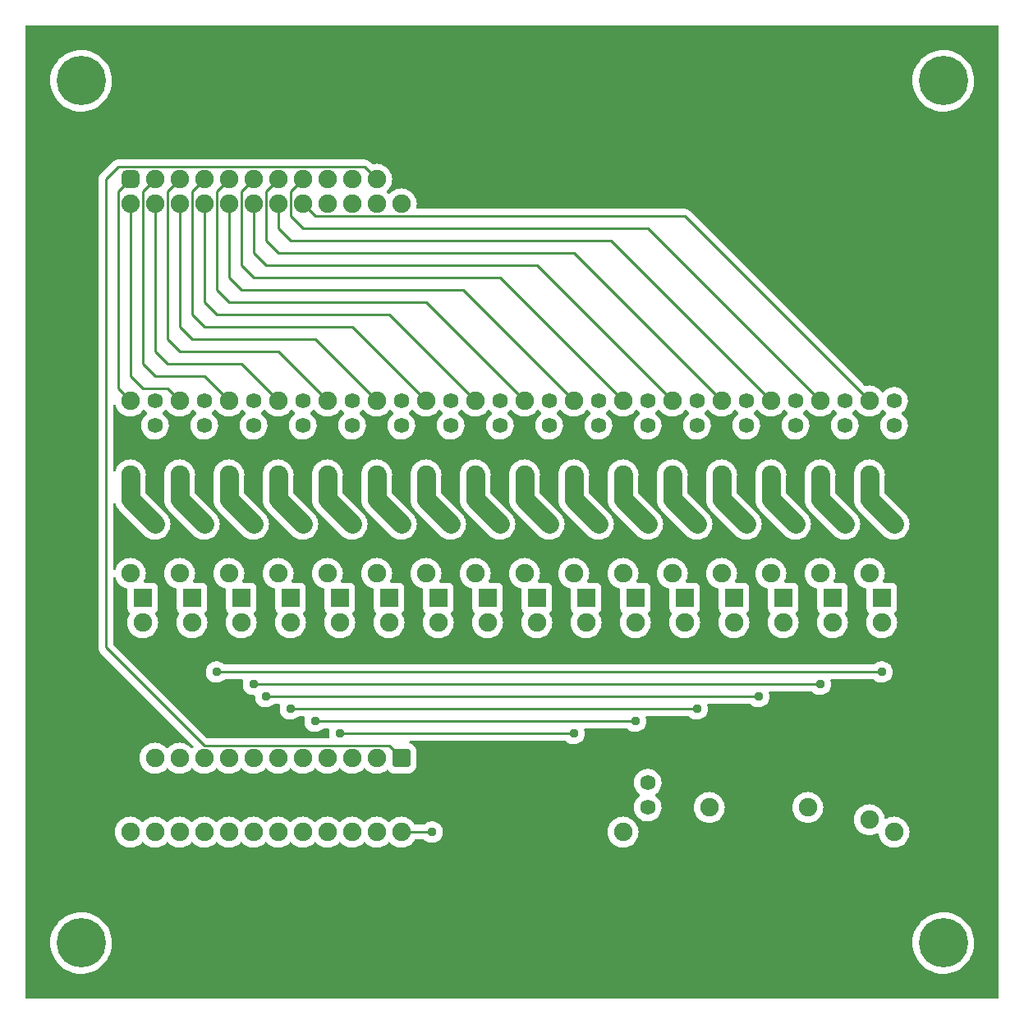
<source format=gbr>
%TF.GenerationSoftware,KiCad,Pcbnew,(6.0.0)*%
%TF.CreationDate,2023-06-08T10:55:53-04:00*%
%TF.ProjectId,INPUT,494e5055-542e-46b6-9963-61645f706362,rev?*%
%TF.SameCoordinates,Original*%
%TF.FileFunction,Copper,L2,Bot*%
%TF.FilePolarity,Positive*%
%FSLAX46Y46*%
G04 Gerber Fmt 4.6, Leading zero omitted, Abs format (unit mm)*
G04 Created by KiCad (PCBNEW (6.0.0)) date 2023-06-08 10:55:53*
%MOMM*%
%LPD*%
G01*
G04 APERTURE LIST*
G04 Aperture macros list*
%AMRoundRect*
0 Rectangle with rounded corners*
0 $1 Rounding radius*
0 $2 $3 $4 $5 $6 $7 $8 $9 X,Y pos of 4 corners*
0 Add a 4 corners polygon primitive as box body*
4,1,4,$2,$3,$4,$5,$6,$7,$8,$9,$2,$3,0*
0 Add four circle primitives for the rounded corners*
1,1,$1+$1,$2,$3*
1,1,$1+$1,$4,$5*
1,1,$1+$1,$6,$7*
1,1,$1+$1,$8,$9*
0 Add four rect primitives between the rounded corners*
20,1,$1+$1,$2,$3,$4,$5,0*
20,1,$1+$1,$4,$5,$6,$7,0*
20,1,$1+$1,$6,$7,$8,$9,0*
20,1,$1+$1,$8,$9,$2,$3,0*%
G04 Aperture macros list end*
%TA.AperFunction,ComponentPad*%
%ADD10C,1.905000*%
%TD*%
%TA.AperFunction,ComponentPad*%
%ADD11C,1.587500*%
%TD*%
%TA.AperFunction,ComponentPad*%
%ADD12R,1.905000X1.905000*%
%TD*%
%TA.AperFunction,ComponentPad*%
%ADD13RoundRect,0.635000X0.317500X-0.317500X0.317500X0.317500X-0.317500X0.317500X-0.317500X-0.317500X0*%
%TD*%
%TA.AperFunction,ComponentPad*%
%ADD14RoundRect,0.381000X-0.571500X0.571500X-0.571500X-0.571500X0.571500X-0.571500X0.571500X0.571500X0*%
%TD*%
%TA.AperFunction,ViaPad*%
%ADD15C,5.080000*%
%TD*%
%TA.AperFunction,ViaPad*%
%ADD16C,0.952500*%
%TD*%
%TA.AperFunction,Conductor*%
%ADD17C,1.905000*%
%TD*%
%TA.AperFunction,Conductor*%
%ADD18C,0.254000*%
%TD*%
G04 APERTURE END LIST*
D10*
%TO.P,R20,1*%
%TO.N,Net-(R20-Pad1)*%
X57150000Y-95250000D03*
%TO.P,R20,2*%
%TO.N,Y4*%
X57150000Y-87630000D03*
%TD*%
%TO.P,C4,1*%
%TO.N,Y4*%
X59690000Y-90170000D03*
%TO.P,C4,2*%
%TO.N,0V*%
X59690000Y-95250000D03*
%TD*%
%TO.P,D16,1,K*%
%TO.N,5V*%
X115570000Y-121920000D03*
%TO.P,D16,2,A*%
%TO.N,0V*%
X115570000Y-114300000D03*
%TD*%
%TO.P,R5,1*%
%TO.N,I5*%
X62230000Y-77470000D03*
%TO.P,R5,2*%
%TO.N,Y5*%
X62230000Y-85090000D03*
%TD*%
%TO.P,R32,1*%
%TO.N,Net-(D17-Pad1)*%
X87630000Y-121920000D03*
%TO.P,R32,2*%
%TO.N,0V*%
X87630000Y-114300000D03*
%TD*%
D11*
%TO.P,D17,1,K*%
%TO.N,Net-(D17-Pad1)*%
X90170000Y-116840000D03*
%TO.P,D17,2,A*%
%TO.N,5V*%
X90170000Y-119380000D03*
%TD*%
D10*
%TO.P,R9,1*%
%TO.N,I9*%
X82550000Y-77470000D03*
%TO.P,R9,2*%
%TO.N,Y9*%
X82550000Y-85090000D03*
%TD*%
D11*
%TO.P,D4,1,K*%
%TO.N,Net-(D4-Pad1)*%
X59690000Y-80010000D03*
%TO.P,D4,2,A*%
%TO.N,5V*%
X59690000Y-77470000D03*
%TD*%
%TO.P,D15,1,K*%
%TO.N,Net-(D15-Pad1)*%
X115570000Y-80010000D03*
%TO.P,D15,2,A*%
%TO.N,5V*%
X115570000Y-77470000D03*
%TD*%
D10*
%TO.P,R1,1*%
%TO.N,I1*%
X41910000Y-77470000D03*
%TO.P,R1,2*%
%TO.N,Y1*%
X41910000Y-85090000D03*
%TD*%
%TO.P,R24,1*%
%TO.N,Net-(R24-Pad1)*%
X77470000Y-95250000D03*
%TO.P,R24,2*%
%TO.N,Y8*%
X77470000Y-87630000D03*
%TD*%
D12*
%TO.P,T8,1,C*%
%TO.N,Net-(D8-Pad1)*%
X78740000Y-97790000D03*
D10*
%TO.P,T8,2,B*%
%TO.N,Net-(R24-Pad1)*%
X78740000Y-100330000D03*
%TO.P,T8,3,E*%
%TO.N,0V*%
X78740000Y-102870000D03*
%TD*%
D11*
%TO.P,D10,1,K*%
%TO.N,Net-(D10-Pad1)*%
X90170000Y-80010000D03*
%TO.P,D10,2,A*%
%TO.N,5V*%
X90170000Y-77470000D03*
%TD*%
D10*
%TO.P,C2,1*%
%TO.N,Y2*%
X49530000Y-90170000D03*
%TO.P,C2,2*%
%TO.N,0V*%
X49530000Y-95250000D03*
%TD*%
%TO.P,R25,1*%
%TO.N,Net-(R25-Pad1)*%
X82550000Y-95250000D03*
%TO.P,R25,2*%
%TO.N,Y9*%
X82550000Y-87630000D03*
%TD*%
%TO.P,C5,1*%
%TO.N,Y5*%
X64770000Y-90170000D03*
%TO.P,C5,2*%
%TO.N,0V*%
X64770000Y-95250000D03*
%TD*%
%TO.P,C11,1*%
%TO.N,Y11*%
X95250000Y-90170000D03*
%TO.P,C11,2*%
%TO.N,0V*%
X95250000Y-95250000D03*
%TD*%
%TO.P,C13,1*%
%TO.N,Y13*%
X105410000Y-90170000D03*
%TO.P,C13,2*%
%TO.N,0V*%
X105410000Y-95250000D03*
%TD*%
%TO.P,R3,1*%
%TO.N,I3*%
X52070000Y-77470000D03*
%TO.P,R3,2*%
%TO.N,Y3*%
X52070000Y-85090000D03*
%TD*%
D12*
%TO.P,T0,1,C*%
%TO.N,Net-(D0-Pad1)*%
X38100000Y-97790000D03*
D10*
%TO.P,T0,2,B*%
%TO.N,Net-(R16-Pad1)*%
X38100000Y-100330000D03*
%TO.P,T0,3,E*%
%TO.N,0V*%
X38100000Y-102870000D03*
%TD*%
%TO.P,R15,1*%
%TO.N,I15*%
X113030000Y-77470000D03*
%TO.P,R15,2*%
%TO.N,Y15*%
X113030000Y-85090000D03*
%TD*%
D11*
%TO.P,D6,1,K*%
%TO.N,Net-(D6-Pad1)*%
X69850000Y-80010000D03*
%TO.P,D6,2,A*%
%TO.N,5V*%
X69850000Y-77470000D03*
%TD*%
D10*
%TO.P,R21,1*%
%TO.N,Net-(R21-Pad1)*%
X62230000Y-95250000D03*
%TO.P,R21,2*%
%TO.N,Y5*%
X62230000Y-87630000D03*
%TD*%
%TO.P,R4,1*%
%TO.N,I4*%
X57150000Y-77470000D03*
%TO.P,R4,2*%
%TO.N,Y4*%
X57150000Y-85090000D03*
%TD*%
D12*
%TO.P,T6,1,C*%
%TO.N,Net-(D6-Pad1)*%
X68580000Y-97790000D03*
D10*
%TO.P,T6,2,B*%
%TO.N,Net-(R22-Pad1)*%
X68580000Y-100330000D03*
%TO.P,T6,3,E*%
%TO.N,0V*%
X68580000Y-102870000D03*
%TD*%
D12*
%TO.P,T12,1,C*%
%TO.N,Net-(D12-Pad1)*%
X99060000Y-97790000D03*
D10*
%TO.P,T12,2,B*%
%TO.N,Net-(R28-Pad1)*%
X99060000Y-100330000D03*
%TO.P,T12,3,E*%
%TO.N,0V*%
X99060000Y-102870000D03*
%TD*%
D11*
%TO.P,D5,1,K*%
%TO.N,Net-(D5-Pad1)*%
X64770000Y-80010000D03*
%TO.P,D5,2,A*%
%TO.N,5V*%
X64770000Y-77470000D03*
%TD*%
D12*
%TO.P,T1,1,C*%
%TO.N,Net-(D1-Pad1)*%
X43180000Y-97790000D03*
D10*
%TO.P,T1,2,B*%
%TO.N,Net-(R17-Pad1)*%
X43180000Y-100330000D03*
%TO.P,T1,3,E*%
%TO.N,0V*%
X43180000Y-102870000D03*
%TD*%
%TO.P,R22,1*%
%TO.N,Net-(R22-Pad1)*%
X67310000Y-95250000D03*
%TO.P,R22,2*%
%TO.N,Y6*%
X67310000Y-87630000D03*
%TD*%
%TO.P,C6,1*%
%TO.N,Y6*%
X69850000Y-90170000D03*
%TO.P,C6,2*%
%TO.N,0V*%
X69850000Y-95250000D03*
%TD*%
D12*
%TO.P,T10,1,C*%
%TO.N,Net-(D10-Pad1)*%
X88900000Y-97790000D03*
D10*
%TO.P,T10,2,B*%
%TO.N,Net-(R26-Pad1)*%
X88900000Y-100330000D03*
%TO.P,T10,3,E*%
%TO.N,0V*%
X88900000Y-102870000D03*
%TD*%
%TO.P,R18,1*%
%TO.N,Net-(R18-Pad1)*%
X46990000Y-95250000D03*
%TO.P,R18,2*%
%TO.N,Y2*%
X46990000Y-87630000D03*
%TD*%
D11*
%TO.P,D3,1,K*%
%TO.N,Net-(D3-Pad1)*%
X54610000Y-80010000D03*
%TO.P,D3,2,A*%
%TO.N,5V*%
X54610000Y-77470000D03*
%TD*%
D10*
%TO.P,C18,1*%
%TO.N,5V*%
X113030000Y-120650000D03*
%TO.P,C18,2*%
%TO.N,0V*%
X113030000Y-115570000D03*
%TD*%
D12*
%TO.P,T5,1,C*%
%TO.N,Net-(D5-Pad1)*%
X63500000Y-97790000D03*
D10*
%TO.P,T5,2,B*%
%TO.N,Net-(R21-Pad1)*%
X63500000Y-100330000D03*
%TO.P,T5,3,E*%
%TO.N,0V*%
X63500000Y-102870000D03*
%TD*%
%TO.P,R0,1*%
%TO.N,I0*%
X36830000Y-77470000D03*
%TO.P,R0,2*%
%TO.N,Y0*%
X36830000Y-85090000D03*
%TD*%
%TO.P,C16,1*%
%TO.N,5V*%
X106680000Y-119380000D03*
%TO.P,C16,2*%
%TO.N,0V*%
X106680000Y-116840000D03*
%TD*%
%TO.P,R31,1*%
%TO.N,Net-(R31-Pad1)*%
X113030000Y-95250000D03*
%TO.P,R31,2*%
%TO.N,Y15*%
X113030000Y-87630000D03*
%TD*%
%TO.P,R14,1*%
%TO.N,I14*%
X107950000Y-77470000D03*
%TO.P,R14,2*%
%TO.N,Y14*%
X107950000Y-85090000D03*
%TD*%
D11*
%TO.P,D1,1,K*%
%TO.N,Net-(D1-Pad1)*%
X44450000Y-80010000D03*
%TO.P,D1,2,A*%
%TO.N,5V*%
X44450000Y-77470000D03*
%TD*%
%TO.P,D7,1,K*%
%TO.N,Net-(D7-Pad1)*%
X74930000Y-80010000D03*
%TO.P,D7,2,A*%
%TO.N,5V*%
X74930000Y-77470000D03*
%TD*%
D10*
%TO.P,R29,1*%
%TO.N,Net-(R29-Pad1)*%
X102870000Y-95250000D03*
%TO.P,R29,2*%
%TO.N,Y13*%
X102870000Y-87630000D03*
%TD*%
D12*
%TO.P,T4,1,C*%
%TO.N,Net-(D4-Pad1)*%
X58420000Y-97790000D03*
D10*
%TO.P,T4,2,B*%
%TO.N,Net-(R20-Pad1)*%
X58420000Y-100330000D03*
%TO.P,T4,3,E*%
%TO.N,0V*%
X58420000Y-102870000D03*
%TD*%
D12*
%TO.P,T7,1,C*%
%TO.N,Net-(D7-Pad1)*%
X73660000Y-97790000D03*
D10*
%TO.P,T7,2,B*%
%TO.N,Net-(R23-Pad1)*%
X73660000Y-100330000D03*
%TO.P,T7,3,E*%
%TO.N,0V*%
X73660000Y-102870000D03*
%TD*%
D13*
%TO.P,H0,1,Pin_1*%
%TO.N,I0*%
X36830000Y-54610000D03*
D10*
%TO.P,H0,2,Pin_2*%
%TO.N,I1*%
X36830000Y-57150000D03*
%TO.P,H0,3,Pin_3*%
%TO.N,I2*%
X39370000Y-54610000D03*
%TO.P,H0,4,Pin_4*%
%TO.N,I3*%
X39370000Y-57150000D03*
%TO.P,H0,5,Pin_5*%
%TO.N,I4*%
X41910000Y-54610000D03*
%TO.P,H0,6,Pin_6*%
%TO.N,I5*%
X41910000Y-57150000D03*
%TO.P,H0,7,Pin_7*%
%TO.N,I6*%
X44450000Y-54610000D03*
%TO.P,H0,8,Pin_8*%
%TO.N,I7*%
X44450000Y-57150000D03*
%TO.P,H0,9,Pin_9*%
%TO.N,I8*%
X46990000Y-54610000D03*
%TO.P,H0,10,Pin_10*%
%TO.N,I9*%
X46990000Y-57150000D03*
%TO.P,H0,11,Pin_11*%
%TO.N,I10*%
X49530000Y-54610000D03*
%TO.P,H0,12,Pin_12*%
%TO.N,I11*%
X49530000Y-57150000D03*
%TO.P,H0,13,Pin_13*%
%TO.N,I12*%
X52070000Y-54610000D03*
%TO.P,H0,14,Pin_14*%
%TO.N,I13*%
X52070000Y-57150000D03*
%TO.P,H0,15,Pin_15*%
%TO.N,I14*%
X54610000Y-54610000D03*
%TO.P,H0,16,Pin_16*%
%TO.N,I15*%
X54610000Y-57150000D03*
%TO.P,H0,17,Pin_17*%
%TO.N,SLT0*%
X57150000Y-54610000D03*
%TO.P,H0,18,Pin_18*%
%TO.N,SLT1*%
X57150000Y-57150000D03*
%TO.P,H0,19,Pin_19*%
%TO.N,SLT2*%
X59690000Y-54610000D03*
%TO.P,H0,20,Pin_20*%
%TO.N,SLT3*%
X59690000Y-57150000D03*
%TO.P,H0,21,Pin_21*%
%TO.N,O*%
X62230000Y-54610000D03*
%TO.P,H0,22,Pin_22*%
%TO.N,5V*%
X62230000Y-57150000D03*
%TO.P,H0,23,Pin_23*%
%TO.N,0V*%
X64770000Y-54610000D03*
%TO.P,H0,24,Pin_24*%
%TO.N,unconnected-(H0-Pad24)*%
X64770000Y-57150000D03*
%TD*%
%TO.P,R30,1*%
%TO.N,Net-(R30-Pad1)*%
X107950000Y-95250000D03*
%TO.P,R30,2*%
%TO.N,Y14*%
X107950000Y-87630000D03*
%TD*%
%TO.P,C15,1*%
%TO.N,Y15*%
X115570000Y-90170000D03*
%TO.P,C15,2*%
%TO.N,0V*%
X115570000Y-95250000D03*
%TD*%
%TO.P,R17,1*%
%TO.N,Net-(R17-Pad1)*%
X41910000Y-95250000D03*
%TO.P,R17,2*%
%TO.N,Y1*%
X41910000Y-87630000D03*
%TD*%
%TO.P,C12,1*%
%TO.N,Y12*%
X100330000Y-90170000D03*
%TO.P,C12,2*%
%TO.N,0V*%
X100330000Y-95250000D03*
%TD*%
%TO.P,R2,1*%
%TO.N,I2*%
X46990000Y-77470000D03*
%TO.P,R2,2*%
%TO.N,Y2*%
X46990000Y-85090000D03*
%TD*%
D12*
%TO.P,T13,1,C*%
%TO.N,Net-(D13-Pad1)*%
X104140000Y-97790000D03*
D10*
%TO.P,T13,2,B*%
%TO.N,Net-(R29-Pad1)*%
X104140000Y-100330000D03*
%TO.P,T13,3,E*%
%TO.N,0V*%
X104140000Y-102870000D03*
%TD*%
D11*
%TO.P,D12,1,K*%
%TO.N,Net-(D12-Pad1)*%
X100330000Y-80010000D03*
%TO.P,D12,2,A*%
%TO.N,5V*%
X100330000Y-77470000D03*
%TD*%
%TO.P,D13,1,K*%
%TO.N,Net-(D13-Pad1)*%
X105410000Y-80010000D03*
%TO.P,D13,2,A*%
%TO.N,5V*%
X105410000Y-77470000D03*
%TD*%
D12*
%TO.P,T9,1,C*%
%TO.N,Net-(D9-Pad1)*%
X83820000Y-97790000D03*
D10*
%TO.P,T9,2,B*%
%TO.N,Net-(R25-Pad1)*%
X83820000Y-100330000D03*
%TO.P,T9,3,E*%
%TO.N,0V*%
X83820000Y-102870000D03*
%TD*%
%TO.P,R26,1*%
%TO.N,Net-(R26-Pad1)*%
X87630000Y-95250000D03*
%TO.P,R26,2*%
%TO.N,Y10*%
X87630000Y-87630000D03*
%TD*%
D12*
%TO.P,T2,1,C*%
%TO.N,Net-(D2-Pad1)*%
X48260000Y-97790000D03*
D10*
%TO.P,T2,2,B*%
%TO.N,Net-(R18-Pad1)*%
X48260000Y-100330000D03*
%TO.P,T2,3,E*%
%TO.N,0V*%
X48260000Y-102870000D03*
%TD*%
%TO.P,R23,1*%
%TO.N,Net-(R23-Pad1)*%
X72390000Y-95250000D03*
%TO.P,R23,2*%
%TO.N,Y7*%
X72390000Y-87630000D03*
%TD*%
D12*
%TO.P,T11,1,C*%
%TO.N,Net-(D11-Pad1)*%
X93980000Y-97790000D03*
D10*
%TO.P,T11,2,B*%
%TO.N,Net-(R27-Pad1)*%
X93980000Y-100330000D03*
%TO.P,T11,3,E*%
%TO.N,0V*%
X93980000Y-102870000D03*
%TD*%
%TO.P,R16,1*%
%TO.N,Net-(R16-Pad1)*%
X36830000Y-95250000D03*
%TO.P,R16,2*%
%TO.N,Y0*%
X36830000Y-87630000D03*
%TD*%
%TO.P,C14,1*%
%TO.N,Y14*%
X110490000Y-90170000D03*
%TO.P,C14,2*%
%TO.N,0V*%
X110490000Y-95250000D03*
%TD*%
D11*
%TO.P,D8,1,K*%
%TO.N,Net-(D8-Pad1)*%
X80010000Y-80010000D03*
%TO.P,D8,2,A*%
%TO.N,5V*%
X80010000Y-77470000D03*
%TD*%
D12*
%TO.P,T3,1,C*%
%TO.N,Net-(D3-Pad1)*%
X53340000Y-97790000D03*
D10*
%TO.P,T3,2,B*%
%TO.N,Net-(R19-Pad1)*%
X53340000Y-100330000D03*
%TO.P,T3,3,E*%
%TO.N,0V*%
X53340000Y-102870000D03*
%TD*%
D11*
%TO.P,D2,1,K*%
%TO.N,Net-(D2-Pad1)*%
X49530000Y-80010000D03*
%TO.P,D2,2,A*%
%TO.N,5V*%
X49530000Y-77470000D03*
%TD*%
D12*
%TO.P,T15,1,C*%
%TO.N,Net-(D15-Pad1)*%
X114300000Y-97790000D03*
D10*
%TO.P,T15,2,B*%
%TO.N,Net-(R31-Pad1)*%
X114300000Y-100330000D03*
%TO.P,T15,3,E*%
%TO.N,0V*%
X114300000Y-102870000D03*
%TD*%
%TO.P,C17,1*%
%TO.N,5V*%
X96520000Y-119380000D03*
%TO.P,C17,2*%
%TO.N,0V*%
X96520000Y-116840000D03*
%TD*%
D12*
%TO.P,T14,1,C*%
%TO.N,Net-(D14-Pad1)*%
X109220000Y-97790000D03*
D10*
%TO.P,T14,2,B*%
%TO.N,Net-(R30-Pad1)*%
X109220000Y-100330000D03*
%TO.P,T14,3,E*%
%TO.N,0V*%
X109220000Y-102870000D03*
%TD*%
%TO.P,R8,1*%
%TO.N,I8*%
X77470000Y-77470000D03*
%TO.P,R8,2*%
%TO.N,Y8*%
X77470000Y-85090000D03*
%TD*%
%TO.P,R6,1*%
%TO.N,I6*%
X67310000Y-77470000D03*
%TO.P,R6,2*%
%TO.N,Y6*%
X67310000Y-85090000D03*
%TD*%
%TO.P,R27,1*%
%TO.N,Net-(R27-Pad1)*%
X92710000Y-95250000D03*
%TO.P,R27,2*%
%TO.N,Y11*%
X92710000Y-87630000D03*
%TD*%
%TO.P,R12,1*%
%TO.N,I12*%
X97790000Y-77470000D03*
%TO.P,R12,2*%
%TO.N,Y12*%
X97790000Y-85090000D03*
%TD*%
%TO.P,C7,1*%
%TO.N,Y7*%
X74930000Y-90170000D03*
%TO.P,C7,2*%
%TO.N,0V*%
X74930000Y-95250000D03*
%TD*%
%TO.P,C0,1*%
%TO.N,Y0*%
X39370000Y-90170000D03*
%TO.P,C0,2*%
%TO.N,0V*%
X39370000Y-95250000D03*
%TD*%
%TO.P,C1,1*%
%TO.N,Y1*%
X44450000Y-90170000D03*
%TO.P,C1,2*%
%TO.N,0V*%
X44450000Y-95250000D03*
%TD*%
%TO.P,C10,1*%
%TO.N,Y10*%
X90170000Y-90170000D03*
%TO.P,C10,2*%
%TO.N,0V*%
X90170000Y-95250000D03*
%TD*%
D14*
%TO.P,IC0,1,COM*%
%TO.N,O*%
X64770000Y-114300000D03*
D10*
%TO.P,IC0,2,I7*%
%TO.N,Y7*%
X62230000Y-114300000D03*
%TO.P,IC0,3,I6*%
%TO.N,Y6*%
X59690000Y-114300000D03*
%TO.P,IC0,4,I5*%
%TO.N,Y5*%
X57150000Y-114300000D03*
%TO.P,IC0,5,I4*%
%TO.N,Y4*%
X54610000Y-114300000D03*
%TO.P,IC0,6,I3*%
%TO.N,Y3*%
X52070000Y-114300000D03*
%TO.P,IC0,7,I2*%
%TO.N,Y2*%
X49530000Y-114300000D03*
%TO.P,IC0,8,I1*%
%TO.N,Y1*%
X46990000Y-114300000D03*
%TO.P,IC0,9,I0*%
%TO.N,Y0*%
X44450000Y-114300000D03*
%TO.P,IC0,10,S0*%
%TO.N,SLT0*%
X41910000Y-114300000D03*
%TO.P,IC0,11,S1*%
%TO.N,SLT1*%
X39370000Y-114300000D03*
%TO.P,IC0,12,GND*%
%TO.N,0V*%
X36830000Y-114300000D03*
%TO.P,IC0,13,S3*%
%TO.N,SLT3*%
X36830000Y-121920000D03*
%TO.P,IC0,14,S2*%
%TO.N,SLT2*%
X39370000Y-121920000D03*
%TO.P,IC0,15,~{E}*%
%TO.N,5V*%
X41910000Y-121920000D03*
%TO.P,IC0,16,I15*%
%TO.N,Y15*%
X44450000Y-121920000D03*
%TO.P,IC0,17,I14*%
%TO.N,Y14*%
X46990000Y-121920000D03*
%TO.P,IC0,18,I13*%
%TO.N,Y13*%
X49530000Y-121920000D03*
%TO.P,IC0,19,I12*%
%TO.N,Y12*%
X52070000Y-121920000D03*
%TO.P,IC0,20,I11*%
%TO.N,Y11*%
X54610000Y-121920000D03*
%TO.P,IC0,21,I10*%
%TO.N,Y10*%
X57150000Y-121920000D03*
%TO.P,IC0,22,I9*%
%TO.N,Y9*%
X59690000Y-121920000D03*
%TO.P,IC0,23,I8*%
%TO.N,Y8*%
X62230000Y-121920000D03*
%TO.P,IC0,24,VCC*%
%TO.N,5V*%
X64770000Y-121920000D03*
%TD*%
%TO.P,C8,1*%
%TO.N,Y8*%
X80010000Y-90170000D03*
%TO.P,C8,2*%
%TO.N,0V*%
X80010000Y-95250000D03*
%TD*%
%TO.P,R19,1*%
%TO.N,Net-(R19-Pad1)*%
X52070000Y-95250000D03*
%TO.P,R19,2*%
%TO.N,Y3*%
X52070000Y-87630000D03*
%TD*%
D11*
%TO.P,D14,1,K*%
%TO.N,Net-(D14-Pad1)*%
X110490000Y-80010000D03*
%TO.P,D14,2,A*%
%TO.N,5V*%
X110490000Y-77470000D03*
%TD*%
D10*
%TO.P,R13,1*%
%TO.N,I13*%
X102870000Y-77470000D03*
%TO.P,R13,2*%
%TO.N,Y13*%
X102870000Y-85090000D03*
%TD*%
%TO.P,C3,1*%
%TO.N,Y3*%
X54610000Y-90170000D03*
%TO.P,C3,2*%
%TO.N,0V*%
X54610000Y-95250000D03*
%TD*%
%TO.P,R28,1*%
%TO.N,Net-(R28-Pad1)*%
X97790000Y-95250000D03*
%TO.P,R28,2*%
%TO.N,Y12*%
X97790000Y-87630000D03*
%TD*%
D11*
%TO.P,D9,1,K*%
%TO.N,Net-(D9-Pad1)*%
X85090000Y-80010000D03*
%TO.P,D9,2,A*%
%TO.N,5V*%
X85090000Y-77470000D03*
%TD*%
D10*
%TO.P,C9,1*%
%TO.N,Y9*%
X85090000Y-90170000D03*
%TO.P,C9,2*%
%TO.N,0V*%
X85090000Y-95250000D03*
%TD*%
%TO.P,R11,1*%
%TO.N,I11*%
X92710000Y-77470000D03*
%TO.P,R11,2*%
%TO.N,Y11*%
X92710000Y-85090000D03*
%TD*%
D11*
%TO.P,D0,1,K*%
%TO.N,Net-(D0-Pad1)*%
X39370000Y-80010000D03*
%TO.P,D0,2,A*%
%TO.N,5V*%
X39370000Y-77470000D03*
%TD*%
D10*
%TO.P,R10,1*%
%TO.N,I10*%
X87630000Y-77470000D03*
%TO.P,R10,2*%
%TO.N,Y10*%
X87630000Y-85090000D03*
%TD*%
%TO.P,R7,1*%
%TO.N,I7*%
X72390000Y-77470000D03*
%TO.P,R7,2*%
%TO.N,Y7*%
X72390000Y-85090000D03*
%TD*%
D11*
%TO.P,D11,1,K*%
%TO.N,Net-(D11-Pad1)*%
X95250000Y-80010000D03*
%TO.P,D11,2,A*%
%TO.N,5V*%
X95250000Y-77470000D03*
%TD*%
D15*
%TO.N,*%
X120650000Y-44450000D03*
X31750000Y-44450000D03*
X31750000Y-133350000D03*
X120650000Y-133350000D03*
D16*
%TO.N,Y10*%
X82550000Y-111760000D03*
X58420000Y-111760000D03*
%TO.N,Y11*%
X55880000Y-110490000D03*
X88900000Y-110490000D03*
%TO.N,Y12*%
X95250000Y-109220000D03*
X53340000Y-109220000D03*
%TO.N,Y13*%
X50800000Y-107950000D03*
X101600000Y-107950000D03*
%TO.N,Y14*%
X107950000Y-106680000D03*
X49530000Y-106680000D03*
%TO.N,Y15*%
X114300000Y-105410000D03*
X45720000Y-105410000D03*
%TO.N,5V*%
X67945000Y-121920000D03*
%TD*%
D17*
%TO.N,Y0*%
X36830000Y-85090000D02*
X36830000Y-87630000D01*
X36830000Y-87630000D02*
X39370000Y-90170000D01*
%TO.N,Y1*%
X41910000Y-87630000D02*
X44450000Y-90170000D01*
X41910000Y-85090000D02*
X41910000Y-87630000D01*
%TO.N,Y2*%
X46990000Y-85090000D02*
X46990000Y-87630000D01*
X46990000Y-87630000D02*
X49530000Y-90170000D01*
%TO.N,Y3*%
X52070000Y-87630000D02*
X54610000Y-90170000D01*
X52070000Y-85090000D02*
X52070000Y-87630000D01*
%TO.N,Y4*%
X57150000Y-87630000D02*
X59690000Y-90170000D01*
X57150000Y-85090000D02*
X57150000Y-87630000D01*
%TO.N,Y5*%
X62230000Y-87630000D02*
X64770000Y-90170000D01*
X62230000Y-85090000D02*
X62230000Y-87630000D01*
%TO.N,Y6*%
X67310000Y-85090000D02*
X67310000Y-87630000D01*
X67310000Y-87630000D02*
X69850000Y-90170000D01*
%TO.N,Y7*%
X72390000Y-87630000D02*
X74930000Y-90170000D01*
X72390000Y-85090000D02*
X72390000Y-87630000D01*
%TO.N,Y8*%
X77470000Y-87630000D02*
X80010000Y-90170000D01*
X77470000Y-85090000D02*
X77470000Y-87630000D01*
%TO.N,Y9*%
X82550000Y-85090000D02*
X82550000Y-87630000D01*
X82550000Y-87630000D02*
X85090000Y-90170000D01*
%TO.N,Y10*%
X87630000Y-87630000D02*
X90170000Y-90170000D01*
D18*
X58420000Y-111760000D02*
X82550000Y-111760000D01*
D17*
X87630000Y-85090000D02*
X87630000Y-87630000D01*
D18*
%TO.N,Y11*%
X55880000Y-110490000D02*
X88900000Y-110490000D01*
D17*
X92710000Y-85090000D02*
X92710000Y-87630000D01*
X92710000Y-87630000D02*
X95250000Y-90170000D01*
%TO.N,Y12*%
X97790000Y-85090000D02*
X97790000Y-87630000D01*
D18*
X53340000Y-109220000D02*
X95250000Y-109220000D01*
D17*
X97790000Y-87630000D02*
X100330000Y-90170000D01*
D18*
%TO.N,Y13*%
X50800000Y-107950000D02*
X101600000Y-107950000D01*
D17*
X102870000Y-85090000D02*
X102870000Y-87630000D01*
X102870000Y-87630000D02*
X105410000Y-90170000D01*
D18*
%TO.N,Y14*%
X49530000Y-106680000D02*
X107950000Y-106680000D01*
D17*
X107950000Y-87630000D02*
X110490000Y-90170000D01*
X107950000Y-85090000D02*
X107950000Y-87630000D01*
%TO.N,Y15*%
X113030000Y-85090000D02*
X113030000Y-87630000D01*
X113030000Y-87630000D02*
X115570000Y-90170000D01*
D18*
X45720000Y-105410000D02*
X114300000Y-105410000D01*
%TO.N,5V*%
X64770000Y-121920000D02*
X67945000Y-121920000D01*
%TO.N,I0*%
X36830000Y-54610000D02*
X35560000Y-55880000D01*
X35560000Y-76200000D02*
X36830000Y-77470000D01*
X35560000Y-55880000D02*
X35560000Y-76200000D01*
%TO.N,I1*%
X41910000Y-77470000D02*
X40640000Y-76200000D01*
X38100000Y-76200000D02*
X36830000Y-74930000D01*
X36830000Y-74930000D02*
X36830000Y-57150000D01*
X40640000Y-76200000D02*
X38100000Y-76200000D01*
%TO.N,I2*%
X38100000Y-55880000D02*
X38100000Y-73660000D01*
X39370000Y-54610000D02*
X38100000Y-55880000D01*
X44450000Y-74930000D02*
X39370000Y-74930000D01*
X39370000Y-74930000D02*
X38100000Y-73660000D01*
X46990000Y-77470000D02*
X44450000Y-74930000D01*
%TO.N,I3*%
X40640000Y-73660000D02*
X39370000Y-72390000D01*
X52070000Y-77470000D02*
X48260000Y-73660000D01*
X48260000Y-73660000D02*
X40640000Y-73660000D01*
X39370000Y-72390000D02*
X39370000Y-57150000D01*
%TO.N,I4*%
X52070000Y-72390000D02*
X41910000Y-72390000D01*
X41910000Y-72390000D02*
X40640000Y-71120000D01*
X41910000Y-54610000D02*
X40640000Y-55880000D01*
X40640000Y-55880000D02*
X40640000Y-71120000D01*
X57150000Y-77470000D02*
X52070000Y-72390000D01*
%TO.N,I5*%
X41910000Y-69850000D02*
X41910000Y-57150000D01*
X43180000Y-71120000D02*
X41910000Y-69850000D01*
X62230000Y-77470000D02*
X55880000Y-71120000D01*
X55880000Y-71120000D02*
X43180000Y-71120000D01*
%TO.N,I6*%
X43180000Y-68580000D02*
X43180000Y-55880000D01*
X43180000Y-55880000D02*
X44450000Y-54610000D01*
X44450000Y-69850000D02*
X43180000Y-68580000D01*
X67310000Y-77470000D02*
X59690000Y-69850000D01*
X59690000Y-69850000D02*
X44450000Y-69850000D01*
%TO.N,I7*%
X45720000Y-68580000D02*
X44450000Y-67310000D01*
X72390000Y-77470000D02*
X63500000Y-68580000D01*
X63500000Y-68580000D02*
X45720000Y-68580000D01*
X44450000Y-57150000D02*
X44450000Y-67310000D01*
%TO.N,I8*%
X45720000Y-55880000D02*
X46990000Y-54610000D01*
X67310000Y-67310000D02*
X46990000Y-67310000D01*
X46990000Y-67310000D02*
X45720000Y-66040000D01*
X77470000Y-77470000D02*
X67310000Y-67310000D01*
X45720000Y-66040000D02*
X45720000Y-55880000D01*
%TO.N,I9*%
X46990000Y-64770000D02*
X46990000Y-57150000D01*
X71120000Y-66040000D02*
X48260000Y-66040000D01*
X48260000Y-66040000D02*
X46990000Y-64770000D01*
X82550000Y-77470000D02*
X71120000Y-66040000D01*
%TO.N,I10*%
X49530000Y-54610000D02*
X48260000Y-55880000D01*
X87630000Y-77470000D02*
X74930000Y-64770000D01*
X49530000Y-64770000D02*
X48260000Y-63500000D01*
X48260000Y-55880000D02*
X48260000Y-63500000D01*
X74930000Y-64770000D02*
X49530000Y-64770000D01*
%TO.N,I11*%
X78740000Y-63500000D02*
X50800000Y-63500000D01*
X92710000Y-77470000D02*
X78740000Y-63500000D01*
X49530000Y-62230000D02*
X49530000Y-57150000D01*
X50800000Y-63500000D02*
X49530000Y-62230000D01*
%TO.N,I12*%
X52070000Y-62230000D02*
X50800000Y-60960000D01*
X50800000Y-60960000D02*
X50800000Y-55880000D01*
X50800000Y-55880000D02*
X52070000Y-54610000D01*
X82550000Y-62230000D02*
X52070000Y-62230000D01*
X97790000Y-77470000D02*
X82550000Y-62230000D01*
%TO.N,I13*%
X52070000Y-59690000D02*
X52070000Y-57150000D01*
X86360000Y-60960000D02*
X53340000Y-60960000D01*
X102870000Y-77470000D02*
X86360000Y-60960000D01*
X53340000Y-60960000D02*
X52070000Y-59690000D01*
%TO.N,I14*%
X54610000Y-59690000D02*
X53340000Y-58420000D01*
X53340000Y-55880000D02*
X54610000Y-54610000D01*
X90170000Y-59690000D02*
X54610000Y-59690000D01*
X107950000Y-77470000D02*
X90170000Y-59690000D01*
X53340000Y-58420000D02*
X53340000Y-55880000D01*
%TO.N,I15*%
X55880000Y-58420000D02*
X54610000Y-57150000D01*
X113030000Y-77470000D02*
X93980000Y-58420000D01*
X93980000Y-58420000D02*
X55880000Y-58420000D01*
%TO.N,O*%
X34290000Y-102870000D02*
X34290000Y-54610000D01*
X60960000Y-53340000D02*
X62230000Y-54610000D01*
X64770000Y-114300000D02*
X63500000Y-113030000D01*
X34290000Y-54610000D02*
X35560000Y-53340000D01*
X63500000Y-113030000D02*
X44450000Y-113030000D01*
X35560000Y-53340000D02*
X60960000Y-53340000D01*
X44450000Y-113030000D02*
X34290000Y-102870000D01*
%TD*%
%TA.AperFunction,Conductor*%
%TO.N,0V*%
G36*
X126307121Y-38755002D02*
G01*
X126353614Y-38808658D01*
X126365000Y-38861000D01*
X126365000Y-138939000D01*
X126344998Y-139007121D01*
X126291342Y-139053614D01*
X126239000Y-139065000D01*
X26161000Y-139065000D01*
X26092879Y-139044998D01*
X26046386Y-138991342D01*
X26035000Y-138939000D01*
X26035000Y-133305593D01*
X28569806Y-133305593D01*
X28584675Y-133660363D01*
X28638998Y-134011264D01*
X28732096Y-134353923D01*
X28862810Y-134684069D01*
X28864456Y-134687165D01*
X28864458Y-134687169D01*
X29027862Y-134994486D01*
X29029511Y-134997587D01*
X29031496Y-135000486D01*
X29228129Y-135287662D01*
X29228134Y-135287668D01*
X29230120Y-135290569D01*
X29462137Y-135559364D01*
X29722670Y-135800620D01*
X30008473Y-136011332D01*
X30315982Y-136188873D01*
X30319203Y-136190280D01*
X30638143Y-136329622D01*
X30638153Y-136329626D01*
X30641365Y-136331029D01*
X30644722Y-136332068D01*
X30644727Y-136332070D01*
X30977206Y-136434989D01*
X30980566Y-136436029D01*
X31329358Y-136502565D01*
X31594640Y-136522977D01*
X31679896Y-136529537D01*
X31679897Y-136529537D01*
X31683393Y-136529806D01*
X31898248Y-136522303D01*
X32034742Y-136517537D01*
X32034747Y-136517537D01*
X32038257Y-136517414D01*
X32041738Y-136516900D01*
X32386037Y-136466059D01*
X32386043Y-136466058D01*
X32389529Y-136465543D01*
X32392933Y-136464644D01*
X32392936Y-136464643D01*
X32729439Y-136375735D01*
X32729440Y-136375735D01*
X32732830Y-136374839D01*
X33063880Y-136246433D01*
X33378554Y-136081925D01*
X33672930Y-135883367D01*
X33943338Y-135653232D01*
X33945733Y-135650682D01*
X33945741Y-135650674D01*
X34183996Y-135396957D01*
X34184000Y-135396952D01*
X34186407Y-135394389D01*
X34188512Y-135391575D01*
X34188518Y-135391568D01*
X34397000Y-135112883D01*
X34399109Y-135110064D01*
X34465099Y-134997587D01*
X34577010Y-134806840D01*
X34577013Y-134806835D01*
X34578792Y-134803802D01*
X34580224Y-134800586D01*
X34721785Y-134482636D01*
X34721787Y-134482631D01*
X34723217Y-134479419D01*
X34830583Y-134140959D01*
X34899552Y-133792641D01*
X34929264Y-133438805D01*
X34930504Y-133350000D01*
X34928219Y-133309120D01*
X34928022Y-133305593D01*
X117469806Y-133305593D01*
X117484675Y-133660363D01*
X117538998Y-134011264D01*
X117632096Y-134353923D01*
X117762810Y-134684069D01*
X117764456Y-134687165D01*
X117764458Y-134687169D01*
X117927862Y-134994486D01*
X117929511Y-134997587D01*
X117931496Y-135000486D01*
X118128129Y-135287662D01*
X118128134Y-135287668D01*
X118130120Y-135290569D01*
X118362137Y-135559364D01*
X118622670Y-135800620D01*
X118908473Y-136011332D01*
X119215982Y-136188873D01*
X119219203Y-136190280D01*
X119538143Y-136329622D01*
X119538153Y-136329626D01*
X119541365Y-136331029D01*
X119544722Y-136332068D01*
X119544727Y-136332070D01*
X119877206Y-136434989D01*
X119880566Y-136436029D01*
X120229358Y-136502565D01*
X120494640Y-136522977D01*
X120579896Y-136529537D01*
X120579897Y-136529537D01*
X120583393Y-136529806D01*
X120798248Y-136522303D01*
X120934742Y-136517537D01*
X120934747Y-136517537D01*
X120938257Y-136517414D01*
X120941738Y-136516900D01*
X121286037Y-136466059D01*
X121286043Y-136466058D01*
X121289529Y-136465543D01*
X121292933Y-136464644D01*
X121292936Y-136464643D01*
X121629439Y-136375735D01*
X121629440Y-136375735D01*
X121632830Y-136374839D01*
X121963880Y-136246433D01*
X122278554Y-136081925D01*
X122572930Y-135883367D01*
X122843338Y-135653232D01*
X122845733Y-135650682D01*
X122845741Y-135650674D01*
X123083996Y-135396957D01*
X123084000Y-135396952D01*
X123086407Y-135394389D01*
X123088512Y-135391575D01*
X123088518Y-135391568D01*
X123297000Y-135112883D01*
X123299109Y-135110064D01*
X123365099Y-134997587D01*
X123477010Y-134806840D01*
X123477013Y-134806835D01*
X123478792Y-134803802D01*
X123480224Y-134800586D01*
X123621785Y-134482636D01*
X123621787Y-134482631D01*
X123623217Y-134479419D01*
X123730583Y-134140959D01*
X123799552Y-133792641D01*
X123829264Y-133438805D01*
X123830504Y-133350000D01*
X123828219Y-133309120D01*
X123810879Y-132998986D01*
X123810683Y-132995473D01*
X123803225Y-132951377D01*
X123752055Y-132648845D01*
X123752054Y-132648841D01*
X123751466Y-132645364D01*
X123653593Y-132304038D01*
X123606317Y-132189339D01*
X123519620Y-131978995D01*
X123519616Y-131978988D01*
X123518282Y-131975750D01*
X123347220Y-131664590D01*
X123142540Y-131374437D01*
X122906793Y-131108908D01*
X122642916Y-130871312D01*
X122640063Y-130869270D01*
X122640055Y-130869263D01*
X122357066Y-130666664D01*
X122357059Y-130666660D01*
X122354199Y-130664612D01*
X122044241Y-130491382D01*
X121716905Y-130353783D01*
X121671764Y-130340497D01*
X121575772Y-130312245D01*
X121376271Y-130253528D01*
X121372815Y-130252919D01*
X121372808Y-130252917D01*
X121170021Y-130217161D01*
X121026584Y-130191869D01*
X121023075Y-130191648D01*
X121023073Y-130191648D01*
X120675722Y-130169795D01*
X120675716Y-130169795D01*
X120672204Y-130169574D01*
X120589610Y-130173613D01*
X120321054Y-130186747D01*
X120321045Y-130186748D01*
X120317547Y-130186919D01*
X120314079Y-130187481D01*
X120314076Y-130187481D01*
X119970508Y-130243127D01*
X119970505Y-130243128D01*
X119967033Y-130243690D01*
X119963646Y-130244636D01*
X119963640Y-130244637D01*
X119680125Y-130323796D01*
X119625033Y-130339178D01*
X119460420Y-130405686D01*
X119299071Y-130470875D01*
X119299067Y-130470877D01*
X119295807Y-130472194D01*
X119292720Y-130473863D01*
X119292716Y-130473865D01*
X119257140Y-130493101D01*
X118983461Y-130641079D01*
X118691886Y-130843729D01*
X118689244Y-130846042D01*
X118689240Y-130846045D01*
X118442902Y-131061698D01*
X118424718Y-131077617D01*
X118185286Y-131339828D01*
X117976575Y-131627095D01*
X117801185Y-131935836D01*
X117661304Y-132262204D01*
X117558674Y-132602130D01*
X117494575Y-132951377D01*
X117469806Y-133305593D01*
X34928022Y-133305593D01*
X34910879Y-132998986D01*
X34910683Y-132995473D01*
X34903225Y-132951377D01*
X34852055Y-132648845D01*
X34852054Y-132648841D01*
X34851466Y-132645364D01*
X34753593Y-132304038D01*
X34706317Y-132189339D01*
X34619620Y-131978995D01*
X34619616Y-131978988D01*
X34618282Y-131975750D01*
X34447220Y-131664590D01*
X34242540Y-131374437D01*
X34006793Y-131108908D01*
X33742916Y-130871312D01*
X33740063Y-130869270D01*
X33740055Y-130869263D01*
X33457066Y-130666664D01*
X33457059Y-130666660D01*
X33454199Y-130664612D01*
X33144241Y-130491382D01*
X32816905Y-130353783D01*
X32771764Y-130340497D01*
X32675772Y-130312245D01*
X32476271Y-130253528D01*
X32472815Y-130252919D01*
X32472808Y-130252917D01*
X32270021Y-130217161D01*
X32126584Y-130191869D01*
X32123075Y-130191648D01*
X32123073Y-130191648D01*
X31775722Y-130169795D01*
X31775716Y-130169795D01*
X31772204Y-130169574D01*
X31689610Y-130173613D01*
X31421054Y-130186747D01*
X31421045Y-130186748D01*
X31417547Y-130186919D01*
X31414079Y-130187481D01*
X31414076Y-130187481D01*
X31070508Y-130243127D01*
X31070505Y-130243128D01*
X31067033Y-130243690D01*
X31063646Y-130244636D01*
X31063640Y-130244637D01*
X30780125Y-130323796D01*
X30725033Y-130339178D01*
X30560420Y-130405686D01*
X30399071Y-130470875D01*
X30399067Y-130470877D01*
X30395807Y-130472194D01*
X30392720Y-130473863D01*
X30392716Y-130473865D01*
X30357140Y-130493101D01*
X30083461Y-130641079D01*
X29791886Y-130843729D01*
X29789244Y-130846042D01*
X29789240Y-130846045D01*
X29542902Y-131061698D01*
X29524718Y-131077617D01*
X29285286Y-131339828D01*
X29076575Y-131627095D01*
X28901185Y-131935836D01*
X28761304Y-132262204D01*
X28658674Y-132602130D01*
X28594575Y-132951377D01*
X28569806Y-133305593D01*
X26035000Y-133305593D01*
X26035000Y-121920000D01*
X35237090Y-121920000D01*
X35256701Y-122169186D01*
X35269693Y-122223299D01*
X35305904Y-122374127D01*
X35315053Y-122412236D01*
X35316943Y-122416799D01*
X35316945Y-122416805D01*
X35408812Y-122638592D01*
X35410707Y-122643166D01*
X35541309Y-122856289D01*
X35703643Y-123046357D01*
X35893711Y-123208691D01*
X36106834Y-123339293D01*
X36111404Y-123341186D01*
X36111408Y-123341188D01*
X36333195Y-123433055D01*
X36333201Y-123433057D01*
X36337764Y-123434947D01*
X36342564Y-123436099D01*
X36342569Y-123436101D01*
X36453832Y-123462813D01*
X36580814Y-123493299D01*
X36830000Y-123512910D01*
X37079186Y-123493299D01*
X37206168Y-123462813D01*
X37317431Y-123436101D01*
X37317436Y-123436099D01*
X37322236Y-123434947D01*
X37326799Y-123433057D01*
X37326805Y-123433055D01*
X37548592Y-123341188D01*
X37548596Y-123341186D01*
X37553166Y-123339293D01*
X37766289Y-123208691D01*
X37956357Y-123046357D01*
X38004189Y-122990353D01*
X38063639Y-122951544D01*
X38134634Y-122951038D01*
X38195811Y-122990353D01*
X38243643Y-123046357D01*
X38433711Y-123208691D01*
X38646834Y-123339293D01*
X38651404Y-123341186D01*
X38651408Y-123341188D01*
X38873195Y-123433055D01*
X38873201Y-123433057D01*
X38877764Y-123434947D01*
X38882564Y-123436099D01*
X38882569Y-123436101D01*
X38993832Y-123462813D01*
X39120814Y-123493299D01*
X39370000Y-123512910D01*
X39619186Y-123493299D01*
X39746168Y-123462813D01*
X39857431Y-123436101D01*
X39857436Y-123436099D01*
X39862236Y-123434947D01*
X39866799Y-123433057D01*
X39866805Y-123433055D01*
X40088592Y-123341188D01*
X40088596Y-123341186D01*
X40093166Y-123339293D01*
X40306289Y-123208691D01*
X40496357Y-123046357D01*
X40544189Y-122990353D01*
X40603639Y-122951544D01*
X40674634Y-122951038D01*
X40735811Y-122990353D01*
X40783643Y-123046357D01*
X40973711Y-123208691D01*
X41186834Y-123339293D01*
X41191404Y-123341186D01*
X41191408Y-123341188D01*
X41413195Y-123433055D01*
X41413201Y-123433057D01*
X41417764Y-123434947D01*
X41422564Y-123436099D01*
X41422569Y-123436101D01*
X41533832Y-123462813D01*
X41660814Y-123493299D01*
X41910000Y-123512910D01*
X42159186Y-123493299D01*
X42286168Y-123462813D01*
X42397431Y-123436101D01*
X42397436Y-123436099D01*
X42402236Y-123434947D01*
X42406799Y-123433057D01*
X42406805Y-123433055D01*
X42628592Y-123341188D01*
X42628596Y-123341186D01*
X42633166Y-123339293D01*
X42846289Y-123208691D01*
X43036357Y-123046357D01*
X43084189Y-122990353D01*
X43143639Y-122951544D01*
X43214634Y-122951038D01*
X43275811Y-122990353D01*
X43323643Y-123046357D01*
X43513711Y-123208691D01*
X43726834Y-123339293D01*
X43731404Y-123341186D01*
X43731408Y-123341188D01*
X43953195Y-123433055D01*
X43953201Y-123433057D01*
X43957764Y-123434947D01*
X43962564Y-123436099D01*
X43962569Y-123436101D01*
X44073832Y-123462813D01*
X44200814Y-123493299D01*
X44450000Y-123512910D01*
X44699186Y-123493299D01*
X44826168Y-123462813D01*
X44937431Y-123436101D01*
X44937436Y-123436099D01*
X44942236Y-123434947D01*
X44946799Y-123433057D01*
X44946805Y-123433055D01*
X45168592Y-123341188D01*
X45168596Y-123341186D01*
X45173166Y-123339293D01*
X45386289Y-123208691D01*
X45576357Y-123046357D01*
X45624189Y-122990353D01*
X45683639Y-122951544D01*
X45754634Y-122951038D01*
X45815811Y-122990353D01*
X45863643Y-123046357D01*
X46053711Y-123208691D01*
X46266834Y-123339293D01*
X46271404Y-123341186D01*
X46271408Y-123341188D01*
X46493195Y-123433055D01*
X46493201Y-123433057D01*
X46497764Y-123434947D01*
X46502564Y-123436099D01*
X46502569Y-123436101D01*
X46613832Y-123462813D01*
X46740814Y-123493299D01*
X46990000Y-123512910D01*
X47239186Y-123493299D01*
X47366168Y-123462813D01*
X47477431Y-123436101D01*
X47477436Y-123436099D01*
X47482236Y-123434947D01*
X47486799Y-123433057D01*
X47486805Y-123433055D01*
X47708592Y-123341188D01*
X47708596Y-123341186D01*
X47713166Y-123339293D01*
X47926289Y-123208691D01*
X48116357Y-123046357D01*
X48164189Y-122990353D01*
X48223639Y-122951544D01*
X48294634Y-122951038D01*
X48355811Y-122990353D01*
X48403643Y-123046357D01*
X48593711Y-123208691D01*
X48806834Y-123339293D01*
X48811404Y-123341186D01*
X48811408Y-123341188D01*
X49033195Y-123433055D01*
X49033201Y-123433057D01*
X49037764Y-123434947D01*
X49042564Y-123436099D01*
X49042569Y-123436101D01*
X49153832Y-123462813D01*
X49280814Y-123493299D01*
X49530000Y-123512910D01*
X49779186Y-123493299D01*
X49906168Y-123462813D01*
X50017431Y-123436101D01*
X50017436Y-123436099D01*
X50022236Y-123434947D01*
X50026799Y-123433057D01*
X50026805Y-123433055D01*
X50248592Y-123341188D01*
X50248596Y-123341186D01*
X50253166Y-123339293D01*
X50466289Y-123208691D01*
X50656357Y-123046357D01*
X50704189Y-122990353D01*
X50763639Y-122951544D01*
X50834634Y-122951038D01*
X50895811Y-122990353D01*
X50943643Y-123046357D01*
X51133711Y-123208691D01*
X51346834Y-123339293D01*
X51351404Y-123341186D01*
X51351408Y-123341188D01*
X51573195Y-123433055D01*
X51573201Y-123433057D01*
X51577764Y-123434947D01*
X51582564Y-123436099D01*
X51582569Y-123436101D01*
X51693832Y-123462813D01*
X51820814Y-123493299D01*
X52070000Y-123512910D01*
X52319186Y-123493299D01*
X52446168Y-123462813D01*
X52557431Y-123436101D01*
X52557436Y-123436099D01*
X52562236Y-123434947D01*
X52566799Y-123433057D01*
X52566805Y-123433055D01*
X52788592Y-123341188D01*
X52788596Y-123341186D01*
X52793166Y-123339293D01*
X53006289Y-123208691D01*
X53196357Y-123046357D01*
X53244189Y-122990353D01*
X53303639Y-122951544D01*
X53374634Y-122951038D01*
X53435811Y-122990353D01*
X53483643Y-123046357D01*
X53673711Y-123208691D01*
X53886834Y-123339293D01*
X53891404Y-123341186D01*
X53891408Y-123341188D01*
X54113195Y-123433055D01*
X54113201Y-123433057D01*
X54117764Y-123434947D01*
X54122564Y-123436099D01*
X54122569Y-123436101D01*
X54233832Y-123462813D01*
X54360814Y-123493299D01*
X54610000Y-123512910D01*
X54859186Y-123493299D01*
X54986168Y-123462813D01*
X55097431Y-123436101D01*
X55097436Y-123436099D01*
X55102236Y-123434947D01*
X55106799Y-123433057D01*
X55106805Y-123433055D01*
X55328592Y-123341188D01*
X55328596Y-123341186D01*
X55333166Y-123339293D01*
X55546289Y-123208691D01*
X55736357Y-123046357D01*
X55784189Y-122990353D01*
X55843639Y-122951544D01*
X55914634Y-122951038D01*
X55975811Y-122990353D01*
X56023643Y-123046357D01*
X56213711Y-123208691D01*
X56426834Y-123339293D01*
X56431404Y-123341186D01*
X56431408Y-123341188D01*
X56653195Y-123433055D01*
X56653201Y-123433057D01*
X56657764Y-123434947D01*
X56662564Y-123436099D01*
X56662569Y-123436101D01*
X56773832Y-123462813D01*
X56900814Y-123493299D01*
X57150000Y-123512910D01*
X57399186Y-123493299D01*
X57526168Y-123462813D01*
X57637431Y-123436101D01*
X57637436Y-123436099D01*
X57642236Y-123434947D01*
X57646799Y-123433057D01*
X57646805Y-123433055D01*
X57868592Y-123341188D01*
X57868596Y-123341186D01*
X57873166Y-123339293D01*
X58086289Y-123208691D01*
X58276357Y-123046357D01*
X58324189Y-122990353D01*
X58383639Y-122951544D01*
X58454634Y-122951038D01*
X58515811Y-122990353D01*
X58563643Y-123046357D01*
X58753711Y-123208691D01*
X58966834Y-123339293D01*
X58971404Y-123341186D01*
X58971408Y-123341188D01*
X59193195Y-123433055D01*
X59193201Y-123433057D01*
X59197764Y-123434947D01*
X59202564Y-123436099D01*
X59202569Y-123436101D01*
X59313832Y-123462813D01*
X59440814Y-123493299D01*
X59690000Y-123512910D01*
X59939186Y-123493299D01*
X60066168Y-123462813D01*
X60177431Y-123436101D01*
X60177436Y-123436099D01*
X60182236Y-123434947D01*
X60186799Y-123433057D01*
X60186805Y-123433055D01*
X60408592Y-123341188D01*
X60408596Y-123341186D01*
X60413166Y-123339293D01*
X60626289Y-123208691D01*
X60816357Y-123046357D01*
X60864189Y-122990353D01*
X60923639Y-122951544D01*
X60994634Y-122951038D01*
X61055811Y-122990353D01*
X61103643Y-123046357D01*
X61293711Y-123208691D01*
X61506834Y-123339293D01*
X61511404Y-123341186D01*
X61511408Y-123341188D01*
X61733195Y-123433055D01*
X61733201Y-123433057D01*
X61737764Y-123434947D01*
X61742564Y-123436099D01*
X61742569Y-123436101D01*
X61853832Y-123462813D01*
X61980814Y-123493299D01*
X62230000Y-123512910D01*
X62479186Y-123493299D01*
X62606168Y-123462813D01*
X62717431Y-123436101D01*
X62717436Y-123436099D01*
X62722236Y-123434947D01*
X62726799Y-123433057D01*
X62726805Y-123433055D01*
X62948592Y-123341188D01*
X62948596Y-123341186D01*
X62953166Y-123339293D01*
X63166289Y-123208691D01*
X63356357Y-123046357D01*
X63404189Y-122990353D01*
X63463639Y-122951544D01*
X63534634Y-122951038D01*
X63595811Y-122990353D01*
X63643643Y-123046357D01*
X63833711Y-123208691D01*
X64046834Y-123339293D01*
X64051404Y-123341186D01*
X64051408Y-123341188D01*
X64273195Y-123433055D01*
X64273201Y-123433057D01*
X64277764Y-123434947D01*
X64282564Y-123436099D01*
X64282569Y-123436101D01*
X64393832Y-123462813D01*
X64520814Y-123493299D01*
X64770000Y-123512910D01*
X65019186Y-123493299D01*
X65146168Y-123462813D01*
X65257431Y-123436101D01*
X65257436Y-123436099D01*
X65262236Y-123434947D01*
X65266799Y-123433057D01*
X65266805Y-123433055D01*
X65488592Y-123341188D01*
X65488596Y-123341186D01*
X65493166Y-123339293D01*
X65706289Y-123208691D01*
X65896357Y-123046357D01*
X66058691Y-122856289D01*
X66128320Y-122742665D01*
X66180968Y-122695034D01*
X66235753Y-122682500D01*
X67083144Y-122682500D01*
X67151265Y-122702502D01*
X67171066Y-122718246D01*
X67242356Y-122787694D01*
X67247152Y-122790899D01*
X67247155Y-122790901D01*
X67350641Y-122860048D01*
X67412246Y-122901211D01*
X67417554Y-122903492D01*
X67417555Y-122903492D01*
X67594676Y-122979589D01*
X67594679Y-122979590D01*
X67599979Y-122981867D01*
X67605608Y-122983141D01*
X67605609Y-122983141D01*
X67793629Y-123025686D01*
X67793635Y-123025687D01*
X67799266Y-123026961D01*
X67805037Y-123027188D01*
X67805039Y-123027188D01*
X67866351Y-123029597D01*
X68003434Y-123034983D01*
X68122067Y-123017782D01*
X68199923Y-123006494D01*
X68199927Y-123006493D01*
X68205645Y-123005664D01*
X68211117Y-123003806D01*
X68211119Y-123003806D01*
X68393663Y-122941840D01*
X68393665Y-122941839D01*
X68399127Y-122939985D01*
X68577400Y-122840148D01*
X68734494Y-122709494D01*
X68865148Y-122552400D01*
X68964985Y-122374127D01*
X69009660Y-122242522D01*
X69028806Y-122186119D01*
X69028806Y-122186117D01*
X69030664Y-122180645D01*
X69031629Y-122173995D01*
X69047185Y-122066702D01*
X69059983Y-121978434D01*
X69061513Y-121920000D01*
X86037090Y-121920000D01*
X86056701Y-122169186D01*
X86069693Y-122223299D01*
X86105904Y-122374127D01*
X86115053Y-122412236D01*
X86116943Y-122416799D01*
X86116945Y-122416805D01*
X86208812Y-122638592D01*
X86210707Y-122643166D01*
X86341309Y-122856289D01*
X86503643Y-123046357D01*
X86693711Y-123208691D01*
X86906834Y-123339293D01*
X86911404Y-123341186D01*
X86911408Y-123341188D01*
X87133195Y-123433055D01*
X87133201Y-123433057D01*
X87137764Y-123434947D01*
X87142564Y-123436099D01*
X87142569Y-123436101D01*
X87253832Y-123462813D01*
X87380814Y-123493299D01*
X87630000Y-123512910D01*
X87879186Y-123493299D01*
X88006168Y-123462813D01*
X88117431Y-123436101D01*
X88117436Y-123436099D01*
X88122236Y-123434947D01*
X88126799Y-123433057D01*
X88126805Y-123433055D01*
X88348592Y-123341188D01*
X88348596Y-123341186D01*
X88353166Y-123339293D01*
X88566289Y-123208691D01*
X88756357Y-123046357D01*
X88918691Y-122856289D01*
X89049293Y-122643166D01*
X89051188Y-122638592D01*
X89143055Y-122416805D01*
X89143057Y-122416799D01*
X89144947Y-122412236D01*
X89154097Y-122374127D01*
X89190307Y-122223299D01*
X89203299Y-122169186D01*
X89222910Y-121920000D01*
X89203299Y-121670814D01*
X89144947Y-121427764D01*
X89143057Y-121423201D01*
X89143055Y-121423195D01*
X89051188Y-121201408D01*
X89051186Y-121201404D01*
X89049293Y-121196834D01*
X88918691Y-120983711D01*
X88756357Y-120793643D01*
X88566289Y-120631309D01*
X88353166Y-120500707D01*
X88348596Y-120498814D01*
X88348592Y-120498812D01*
X88126805Y-120406945D01*
X88126799Y-120406943D01*
X88122236Y-120405053D01*
X88117436Y-120403901D01*
X88117431Y-120403899D01*
X88006168Y-120377187D01*
X87879186Y-120346701D01*
X87630000Y-120327090D01*
X87380814Y-120346701D01*
X87253832Y-120377187D01*
X87142569Y-120403899D01*
X87142564Y-120403901D01*
X87137764Y-120405053D01*
X87133201Y-120406943D01*
X87133195Y-120406945D01*
X86911408Y-120498812D01*
X86911404Y-120498814D01*
X86906834Y-120500707D01*
X86693711Y-120631309D01*
X86503643Y-120793643D01*
X86341309Y-120983711D01*
X86210707Y-121196834D01*
X86208814Y-121201404D01*
X86208812Y-121201408D01*
X86116945Y-121423195D01*
X86116943Y-121423201D01*
X86115053Y-121427764D01*
X86056701Y-121670814D01*
X86037090Y-121920000D01*
X69061513Y-121920000D01*
X69042817Y-121716532D01*
X68987355Y-121519878D01*
X68896984Y-121336624D01*
X68774731Y-121172907D01*
X68756559Y-121156109D01*
X68628930Y-121038130D01*
X68628927Y-121038128D01*
X68624690Y-121034211D01*
X68451886Y-120925180D01*
X68262107Y-120849465D01*
X68256439Y-120848338D01*
X68256437Y-120848337D01*
X68067374Y-120810730D01*
X68067371Y-120810730D01*
X68061707Y-120809603D01*
X68055932Y-120809527D01*
X68055928Y-120809527D01*
X67954060Y-120808194D01*
X67857399Y-120806929D01*
X67851702Y-120807908D01*
X67851701Y-120807908D01*
X67661722Y-120840552D01*
X67661721Y-120840552D01*
X67656025Y-120841531D01*
X67464329Y-120912252D01*
X67459368Y-120915204D01*
X67459367Y-120915204D01*
X67293698Y-121013766D01*
X67293695Y-121013768D01*
X67288730Y-121016722D01*
X67163858Y-121126232D01*
X67099454Y-121156109D01*
X67080780Y-121157500D01*
X66235753Y-121157500D01*
X66167632Y-121137498D01*
X66128320Y-121097335D01*
X66078920Y-121016722D01*
X66058691Y-120983711D01*
X65896357Y-120793643D01*
X65706289Y-120631309D01*
X65493166Y-120500707D01*
X65488596Y-120498814D01*
X65488592Y-120498812D01*
X65266805Y-120406945D01*
X65266799Y-120406943D01*
X65262236Y-120405053D01*
X65257436Y-120403901D01*
X65257431Y-120403899D01*
X65146168Y-120377187D01*
X65019186Y-120346701D01*
X64770000Y-120327090D01*
X64520814Y-120346701D01*
X64393832Y-120377187D01*
X64282569Y-120403899D01*
X64282564Y-120403901D01*
X64277764Y-120405053D01*
X64273201Y-120406943D01*
X64273195Y-120406945D01*
X64051408Y-120498812D01*
X64051404Y-120498814D01*
X64046834Y-120500707D01*
X63833711Y-120631309D01*
X63643643Y-120793643D01*
X63640435Y-120797399D01*
X63595811Y-120849647D01*
X63536361Y-120888456D01*
X63465366Y-120888962D01*
X63404189Y-120849647D01*
X63359565Y-120797399D01*
X63356357Y-120793643D01*
X63166289Y-120631309D01*
X62953166Y-120500707D01*
X62948596Y-120498814D01*
X62948592Y-120498812D01*
X62726805Y-120406945D01*
X62726799Y-120406943D01*
X62722236Y-120405053D01*
X62717436Y-120403901D01*
X62717431Y-120403899D01*
X62606168Y-120377187D01*
X62479186Y-120346701D01*
X62230000Y-120327090D01*
X61980814Y-120346701D01*
X61853832Y-120377187D01*
X61742569Y-120403899D01*
X61742564Y-120403901D01*
X61737764Y-120405053D01*
X61733201Y-120406943D01*
X61733195Y-120406945D01*
X61511408Y-120498812D01*
X61511404Y-120498814D01*
X61506834Y-120500707D01*
X61293711Y-120631309D01*
X61103643Y-120793643D01*
X61100435Y-120797399D01*
X61055811Y-120849647D01*
X60996361Y-120888456D01*
X60925366Y-120888962D01*
X60864189Y-120849647D01*
X60819565Y-120797399D01*
X60816357Y-120793643D01*
X60626289Y-120631309D01*
X60413166Y-120500707D01*
X60408596Y-120498814D01*
X60408592Y-120498812D01*
X60186805Y-120406945D01*
X60186799Y-120406943D01*
X60182236Y-120405053D01*
X60177436Y-120403901D01*
X60177431Y-120403899D01*
X60066168Y-120377187D01*
X59939186Y-120346701D01*
X59690000Y-120327090D01*
X59440814Y-120346701D01*
X59313832Y-120377187D01*
X59202569Y-120403899D01*
X59202564Y-120403901D01*
X59197764Y-120405053D01*
X59193201Y-120406943D01*
X59193195Y-120406945D01*
X58971408Y-120498812D01*
X58971404Y-120498814D01*
X58966834Y-120500707D01*
X58753711Y-120631309D01*
X58563643Y-120793643D01*
X58560435Y-120797399D01*
X58515811Y-120849647D01*
X58456361Y-120888456D01*
X58385366Y-120888962D01*
X58324189Y-120849647D01*
X58279565Y-120797399D01*
X58276357Y-120793643D01*
X58086289Y-120631309D01*
X57873166Y-120500707D01*
X57868596Y-120498814D01*
X57868592Y-120498812D01*
X57646805Y-120406945D01*
X57646799Y-120406943D01*
X57642236Y-120405053D01*
X57637436Y-120403901D01*
X57637431Y-120403899D01*
X57526168Y-120377187D01*
X57399186Y-120346701D01*
X57150000Y-120327090D01*
X56900814Y-120346701D01*
X56773832Y-120377187D01*
X56662569Y-120403899D01*
X56662564Y-120403901D01*
X56657764Y-120405053D01*
X56653201Y-120406943D01*
X56653195Y-120406945D01*
X56431408Y-120498812D01*
X56431404Y-120498814D01*
X56426834Y-120500707D01*
X56213711Y-120631309D01*
X56023643Y-120793643D01*
X56020435Y-120797399D01*
X55975811Y-120849647D01*
X55916361Y-120888456D01*
X55845366Y-120888962D01*
X55784189Y-120849647D01*
X55739565Y-120797399D01*
X55736357Y-120793643D01*
X55546289Y-120631309D01*
X55333166Y-120500707D01*
X55328596Y-120498814D01*
X55328592Y-120498812D01*
X55106805Y-120406945D01*
X55106799Y-120406943D01*
X55102236Y-120405053D01*
X55097436Y-120403901D01*
X55097431Y-120403899D01*
X54986168Y-120377187D01*
X54859186Y-120346701D01*
X54610000Y-120327090D01*
X54360814Y-120346701D01*
X54233832Y-120377187D01*
X54122569Y-120403899D01*
X54122564Y-120403901D01*
X54117764Y-120405053D01*
X54113201Y-120406943D01*
X54113195Y-120406945D01*
X53891408Y-120498812D01*
X53891404Y-120498814D01*
X53886834Y-120500707D01*
X53673711Y-120631309D01*
X53483643Y-120793643D01*
X53480435Y-120797399D01*
X53435811Y-120849647D01*
X53376361Y-120888456D01*
X53305366Y-120888962D01*
X53244189Y-120849647D01*
X53199565Y-120797399D01*
X53196357Y-120793643D01*
X53006289Y-120631309D01*
X52793166Y-120500707D01*
X52788596Y-120498814D01*
X52788592Y-120498812D01*
X52566805Y-120406945D01*
X52566799Y-120406943D01*
X52562236Y-120405053D01*
X52557436Y-120403901D01*
X52557431Y-120403899D01*
X52446168Y-120377187D01*
X52319186Y-120346701D01*
X52070000Y-120327090D01*
X51820814Y-120346701D01*
X51693832Y-120377187D01*
X51582569Y-120403899D01*
X51582564Y-120403901D01*
X51577764Y-120405053D01*
X51573201Y-120406943D01*
X51573195Y-120406945D01*
X51351408Y-120498812D01*
X51351404Y-120498814D01*
X51346834Y-120500707D01*
X51133711Y-120631309D01*
X50943643Y-120793643D01*
X50940435Y-120797399D01*
X50895811Y-120849647D01*
X50836361Y-120888456D01*
X50765366Y-120888962D01*
X50704189Y-120849647D01*
X50659565Y-120797399D01*
X50656357Y-120793643D01*
X50466289Y-120631309D01*
X50253166Y-120500707D01*
X50248596Y-120498814D01*
X50248592Y-120498812D01*
X50026805Y-120406945D01*
X50026799Y-120406943D01*
X50022236Y-120405053D01*
X50017436Y-120403901D01*
X50017431Y-120403899D01*
X49906168Y-120377187D01*
X49779186Y-120346701D01*
X49530000Y-120327090D01*
X49280814Y-120346701D01*
X49153832Y-120377187D01*
X49042569Y-120403899D01*
X49042564Y-120403901D01*
X49037764Y-120405053D01*
X49033201Y-120406943D01*
X49033195Y-120406945D01*
X48811408Y-120498812D01*
X48811404Y-120498814D01*
X48806834Y-120500707D01*
X48593711Y-120631309D01*
X48403643Y-120793643D01*
X48400435Y-120797399D01*
X48355811Y-120849647D01*
X48296361Y-120888456D01*
X48225366Y-120888962D01*
X48164189Y-120849647D01*
X48119565Y-120797399D01*
X48116357Y-120793643D01*
X47926289Y-120631309D01*
X47713166Y-120500707D01*
X47708596Y-120498814D01*
X47708592Y-120498812D01*
X47486805Y-120406945D01*
X47486799Y-120406943D01*
X47482236Y-120405053D01*
X47477436Y-120403901D01*
X47477431Y-120403899D01*
X47366168Y-120377187D01*
X47239186Y-120346701D01*
X46990000Y-120327090D01*
X46740814Y-120346701D01*
X46613832Y-120377187D01*
X46502569Y-120403899D01*
X46502564Y-120403901D01*
X46497764Y-120405053D01*
X46493201Y-120406943D01*
X46493195Y-120406945D01*
X46271408Y-120498812D01*
X46271404Y-120498814D01*
X46266834Y-120500707D01*
X46053711Y-120631309D01*
X45863643Y-120793643D01*
X45860435Y-120797399D01*
X45815811Y-120849647D01*
X45756361Y-120888456D01*
X45685366Y-120888962D01*
X45624189Y-120849647D01*
X45579565Y-120797399D01*
X45576357Y-120793643D01*
X45386289Y-120631309D01*
X45173166Y-120500707D01*
X45168596Y-120498814D01*
X45168592Y-120498812D01*
X44946805Y-120406945D01*
X44946799Y-120406943D01*
X44942236Y-120405053D01*
X44937436Y-120403901D01*
X44937431Y-120403899D01*
X44826168Y-120377187D01*
X44699186Y-120346701D01*
X44450000Y-120327090D01*
X44200814Y-120346701D01*
X44073832Y-120377187D01*
X43962569Y-120403899D01*
X43962564Y-120403901D01*
X43957764Y-120405053D01*
X43953201Y-120406943D01*
X43953195Y-120406945D01*
X43731408Y-120498812D01*
X43731404Y-120498814D01*
X43726834Y-120500707D01*
X43513711Y-120631309D01*
X43323643Y-120793643D01*
X43320435Y-120797399D01*
X43275811Y-120849647D01*
X43216361Y-120888456D01*
X43145366Y-120888962D01*
X43084189Y-120849647D01*
X43039565Y-120797399D01*
X43036357Y-120793643D01*
X42846289Y-120631309D01*
X42633166Y-120500707D01*
X42628596Y-120498814D01*
X42628592Y-120498812D01*
X42406805Y-120406945D01*
X42406799Y-120406943D01*
X42402236Y-120405053D01*
X42397436Y-120403901D01*
X42397431Y-120403899D01*
X42286168Y-120377187D01*
X42159186Y-120346701D01*
X41910000Y-120327090D01*
X41660814Y-120346701D01*
X41533832Y-120377187D01*
X41422569Y-120403899D01*
X41422564Y-120403901D01*
X41417764Y-120405053D01*
X41413201Y-120406943D01*
X41413195Y-120406945D01*
X41191408Y-120498812D01*
X41191404Y-120498814D01*
X41186834Y-120500707D01*
X40973711Y-120631309D01*
X40783643Y-120793643D01*
X40780435Y-120797399D01*
X40735811Y-120849647D01*
X40676361Y-120888456D01*
X40605366Y-120888962D01*
X40544189Y-120849647D01*
X40499565Y-120797399D01*
X40496357Y-120793643D01*
X40306289Y-120631309D01*
X40093166Y-120500707D01*
X40088596Y-120498814D01*
X40088592Y-120498812D01*
X39866805Y-120406945D01*
X39866799Y-120406943D01*
X39862236Y-120405053D01*
X39857436Y-120403901D01*
X39857431Y-120403899D01*
X39746168Y-120377187D01*
X39619186Y-120346701D01*
X39370000Y-120327090D01*
X39120814Y-120346701D01*
X38993832Y-120377187D01*
X38882569Y-120403899D01*
X38882564Y-120403901D01*
X38877764Y-120405053D01*
X38873201Y-120406943D01*
X38873195Y-120406945D01*
X38651408Y-120498812D01*
X38651404Y-120498814D01*
X38646834Y-120500707D01*
X38433711Y-120631309D01*
X38243643Y-120793643D01*
X38240435Y-120797399D01*
X38195811Y-120849647D01*
X38136361Y-120888456D01*
X38065366Y-120888962D01*
X38004189Y-120849647D01*
X37959565Y-120797399D01*
X37956357Y-120793643D01*
X37766289Y-120631309D01*
X37553166Y-120500707D01*
X37548596Y-120498814D01*
X37548592Y-120498812D01*
X37326805Y-120406945D01*
X37326799Y-120406943D01*
X37322236Y-120405053D01*
X37317436Y-120403901D01*
X37317431Y-120403899D01*
X37206168Y-120377187D01*
X37079186Y-120346701D01*
X36830000Y-120327090D01*
X36580814Y-120346701D01*
X36453832Y-120377187D01*
X36342569Y-120403899D01*
X36342564Y-120403901D01*
X36337764Y-120405053D01*
X36333201Y-120406943D01*
X36333195Y-120406945D01*
X36111408Y-120498812D01*
X36111404Y-120498814D01*
X36106834Y-120500707D01*
X35893711Y-120631309D01*
X35703643Y-120793643D01*
X35541309Y-120983711D01*
X35410707Y-121196834D01*
X35408814Y-121201404D01*
X35408812Y-121201408D01*
X35316945Y-121423195D01*
X35316943Y-121423201D01*
X35315053Y-121427764D01*
X35256701Y-121670814D01*
X35237090Y-121920000D01*
X26035000Y-121920000D01*
X26035000Y-119344961D01*
X88736280Y-119344961D01*
X88736577Y-119350113D01*
X88736577Y-119350117D01*
X88742340Y-119450058D01*
X88749809Y-119579595D01*
X88750946Y-119584641D01*
X88750947Y-119584647D01*
X88779186Y-119709952D01*
X88801478Y-119808869D01*
X88803420Y-119813651D01*
X88803421Y-119813655D01*
X88847665Y-119922614D01*
X88889900Y-120026625D01*
X89012699Y-120227016D01*
X89166579Y-120404660D01*
X89347407Y-120554785D01*
X89351863Y-120557389D01*
X89351866Y-120557391D01*
X89518784Y-120654930D01*
X89550325Y-120673361D01*
X89769885Y-120757203D01*
X89774951Y-120758234D01*
X89774952Y-120758234D01*
X89976765Y-120799293D01*
X90000191Y-120804059D01*
X90235057Y-120812672D01*
X90422423Y-120788669D01*
X90463056Y-120783464D01*
X90463057Y-120783464D01*
X90468176Y-120782808D01*
X90693287Y-120715272D01*
X90697921Y-120713002D01*
X90899710Y-120614147D01*
X90899713Y-120614145D01*
X90904345Y-120611876D01*
X91056566Y-120503298D01*
X91091478Y-120478396D01*
X91091480Y-120478394D01*
X91095682Y-120475397D01*
X91262159Y-120309500D01*
X91399305Y-120118641D01*
X91503437Y-119907945D01*
X91504937Y-119903006D01*
X91504940Y-119903000D01*
X91570258Y-119688011D01*
X91571759Y-119683071D01*
X91602436Y-119450058D01*
X91604148Y-119380000D01*
X94927090Y-119380000D01*
X94946701Y-119629186D01*
X95005053Y-119872236D01*
X95006943Y-119876799D01*
X95006945Y-119876805D01*
X95070827Y-120031029D01*
X95100707Y-120103166D01*
X95231309Y-120316289D01*
X95393643Y-120506357D01*
X95583711Y-120668691D01*
X95796834Y-120799293D01*
X95801404Y-120801186D01*
X95801408Y-120801188D01*
X96023195Y-120893055D01*
X96023201Y-120893057D01*
X96027764Y-120894947D01*
X96032564Y-120896099D01*
X96032569Y-120896101D01*
X96091521Y-120910254D01*
X96270814Y-120953299D01*
X96520000Y-120972910D01*
X96769186Y-120953299D01*
X96948479Y-120910254D01*
X97007431Y-120896101D01*
X97007436Y-120896099D01*
X97012236Y-120894947D01*
X97016799Y-120893057D01*
X97016805Y-120893055D01*
X97238592Y-120801188D01*
X97238596Y-120801186D01*
X97243166Y-120799293D01*
X97456289Y-120668691D01*
X97646357Y-120506357D01*
X97808691Y-120316289D01*
X97939293Y-120103166D01*
X97969173Y-120031029D01*
X98033055Y-119876805D01*
X98033057Y-119876799D01*
X98034947Y-119872236D01*
X98093299Y-119629186D01*
X98112910Y-119380000D01*
X105087090Y-119380000D01*
X105106701Y-119629186D01*
X105165053Y-119872236D01*
X105166943Y-119876799D01*
X105166945Y-119876805D01*
X105230827Y-120031029D01*
X105260707Y-120103166D01*
X105391309Y-120316289D01*
X105553643Y-120506357D01*
X105743711Y-120668691D01*
X105956834Y-120799293D01*
X105961404Y-120801186D01*
X105961408Y-120801188D01*
X106183195Y-120893055D01*
X106183201Y-120893057D01*
X106187764Y-120894947D01*
X106192564Y-120896099D01*
X106192569Y-120896101D01*
X106251521Y-120910254D01*
X106430814Y-120953299D01*
X106680000Y-120972910D01*
X106929186Y-120953299D01*
X107108479Y-120910254D01*
X107167431Y-120896101D01*
X107167436Y-120896099D01*
X107172236Y-120894947D01*
X107176799Y-120893057D01*
X107176805Y-120893055D01*
X107398592Y-120801188D01*
X107398596Y-120801186D01*
X107403166Y-120799293D01*
X107616289Y-120668691D01*
X107638173Y-120650000D01*
X111437090Y-120650000D01*
X111456701Y-120899186D01*
X111476994Y-120983711D01*
X111511211Y-121126232D01*
X111515053Y-121142236D01*
X111516943Y-121146799D01*
X111516945Y-121146805D01*
X111608812Y-121368592D01*
X111610707Y-121373166D01*
X111741309Y-121586289D01*
X111903643Y-121776357D01*
X112093711Y-121938691D01*
X112306834Y-122069293D01*
X112311404Y-122071186D01*
X112311408Y-122071188D01*
X112533195Y-122163055D01*
X112533201Y-122163057D01*
X112537764Y-122164947D01*
X112542564Y-122166099D01*
X112542569Y-122166101D01*
X112625950Y-122186119D01*
X112780814Y-122223299D01*
X113030000Y-122242910D01*
X113279186Y-122223299D01*
X113434050Y-122186119D01*
X113517431Y-122166101D01*
X113517436Y-122166099D01*
X113522236Y-122164947D01*
X113526799Y-122163057D01*
X113526805Y-122163055D01*
X113748592Y-122071188D01*
X113748596Y-122071186D01*
X113753166Y-122069293D01*
X113757386Y-122066707D01*
X113757396Y-122066702D01*
X113802681Y-122038951D01*
X113871214Y-122020412D01*
X113938891Y-122041868D01*
X113984224Y-122096507D01*
X113994127Y-122136496D01*
X113996311Y-122164242D01*
X113996313Y-122164253D01*
X113996701Y-122169186D01*
X114009693Y-122223299D01*
X114045904Y-122374127D01*
X114055053Y-122412236D01*
X114056943Y-122416799D01*
X114056945Y-122416805D01*
X114148812Y-122638592D01*
X114150707Y-122643166D01*
X114281309Y-122856289D01*
X114443643Y-123046357D01*
X114633711Y-123208691D01*
X114846834Y-123339293D01*
X114851404Y-123341186D01*
X114851408Y-123341188D01*
X115073195Y-123433055D01*
X115073201Y-123433057D01*
X115077764Y-123434947D01*
X115082564Y-123436099D01*
X115082569Y-123436101D01*
X115193832Y-123462813D01*
X115320814Y-123493299D01*
X115570000Y-123512910D01*
X115819186Y-123493299D01*
X115946168Y-123462813D01*
X116057431Y-123436101D01*
X116057436Y-123436099D01*
X116062236Y-123434947D01*
X116066799Y-123433057D01*
X116066805Y-123433055D01*
X116288592Y-123341188D01*
X116288596Y-123341186D01*
X116293166Y-123339293D01*
X116506289Y-123208691D01*
X116696357Y-123046357D01*
X116858691Y-122856289D01*
X116989293Y-122643166D01*
X116991188Y-122638592D01*
X117083055Y-122416805D01*
X117083057Y-122416799D01*
X117084947Y-122412236D01*
X117094097Y-122374127D01*
X117130307Y-122223299D01*
X117143299Y-122169186D01*
X117162910Y-121920000D01*
X117143299Y-121670814D01*
X117084947Y-121427764D01*
X117083057Y-121423201D01*
X117083055Y-121423195D01*
X116991188Y-121201408D01*
X116991186Y-121201404D01*
X116989293Y-121196834D01*
X116858691Y-120983711D01*
X116696357Y-120793643D01*
X116506289Y-120631309D01*
X116293166Y-120500707D01*
X116288596Y-120498814D01*
X116288592Y-120498812D01*
X116066805Y-120406945D01*
X116066799Y-120406943D01*
X116062236Y-120405053D01*
X116057436Y-120403901D01*
X116057431Y-120403899D01*
X115946168Y-120377187D01*
X115819186Y-120346701D01*
X115570000Y-120327090D01*
X115320814Y-120346701D01*
X115193832Y-120377187D01*
X115082569Y-120403899D01*
X115082564Y-120403901D01*
X115077764Y-120405053D01*
X115073201Y-120406943D01*
X115073195Y-120406945D01*
X114851408Y-120498812D01*
X114851404Y-120498814D01*
X114846834Y-120500707D01*
X114842615Y-120503292D01*
X114842604Y-120503298D01*
X114797319Y-120531049D01*
X114728786Y-120549588D01*
X114661109Y-120528132D01*
X114615776Y-120473493D01*
X114605873Y-120433504D01*
X114603689Y-120405758D01*
X114603687Y-120405745D01*
X114603299Y-120400814D01*
X114544947Y-120157764D01*
X114543057Y-120153201D01*
X114543055Y-120153195D01*
X114451188Y-119931408D01*
X114451186Y-119931404D01*
X114449293Y-119926834D01*
X114318691Y-119713711D01*
X114156357Y-119523643D01*
X113966289Y-119361309D01*
X113753166Y-119230707D01*
X113748596Y-119228814D01*
X113748592Y-119228812D01*
X113526805Y-119136945D01*
X113526799Y-119136943D01*
X113522236Y-119135053D01*
X113517436Y-119133901D01*
X113517431Y-119133899D01*
X113402406Y-119106284D01*
X113279186Y-119076701D01*
X113030000Y-119057090D01*
X112780814Y-119076701D01*
X112657594Y-119106284D01*
X112542569Y-119133899D01*
X112542564Y-119133901D01*
X112537764Y-119135053D01*
X112533201Y-119136943D01*
X112533195Y-119136945D01*
X112311408Y-119228812D01*
X112311404Y-119228814D01*
X112306834Y-119230707D01*
X112093711Y-119361309D01*
X111903643Y-119523643D01*
X111741309Y-119713711D01*
X111610707Y-119926834D01*
X111608814Y-119931404D01*
X111608812Y-119931408D01*
X111516945Y-120153195D01*
X111516943Y-120153201D01*
X111515053Y-120157764D01*
X111456701Y-120400814D01*
X111437090Y-120650000D01*
X107638173Y-120650000D01*
X107806357Y-120506357D01*
X107968691Y-120316289D01*
X108099293Y-120103166D01*
X108129173Y-120031029D01*
X108193055Y-119876805D01*
X108193057Y-119876799D01*
X108194947Y-119872236D01*
X108253299Y-119629186D01*
X108272910Y-119380000D01*
X108253299Y-119130814D01*
X108202164Y-118917823D01*
X108196101Y-118892569D01*
X108196099Y-118892564D01*
X108194947Y-118887764D01*
X108193057Y-118883201D01*
X108193055Y-118883195D01*
X108101188Y-118661408D01*
X108101186Y-118661404D01*
X108099293Y-118656834D01*
X107968691Y-118443711D01*
X107806357Y-118253643D01*
X107616289Y-118091309D01*
X107403166Y-117960707D01*
X107398596Y-117958814D01*
X107398592Y-117958812D01*
X107176805Y-117866945D01*
X107176799Y-117866943D01*
X107172236Y-117865053D01*
X107167436Y-117863901D01*
X107167431Y-117863899D01*
X107056168Y-117837187D01*
X106929186Y-117806701D01*
X106680000Y-117787090D01*
X106430814Y-117806701D01*
X106303832Y-117837187D01*
X106192569Y-117863899D01*
X106192564Y-117863901D01*
X106187764Y-117865053D01*
X106183201Y-117866943D01*
X106183195Y-117866945D01*
X105961408Y-117958812D01*
X105961404Y-117958814D01*
X105956834Y-117960707D01*
X105743711Y-118091309D01*
X105553643Y-118253643D01*
X105391309Y-118443711D01*
X105260707Y-118656834D01*
X105258814Y-118661404D01*
X105258812Y-118661408D01*
X105166945Y-118883195D01*
X105166943Y-118883201D01*
X105165053Y-118887764D01*
X105163901Y-118892564D01*
X105163899Y-118892569D01*
X105157836Y-118917823D01*
X105106701Y-119130814D01*
X105087090Y-119380000D01*
X98112910Y-119380000D01*
X98093299Y-119130814D01*
X98042164Y-118917823D01*
X98036101Y-118892569D01*
X98036099Y-118892564D01*
X98034947Y-118887764D01*
X98033057Y-118883201D01*
X98033055Y-118883195D01*
X97941188Y-118661408D01*
X97941186Y-118661404D01*
X97939293Y-118656834D01*
X97808691Y-118443711D01*
X97646357Y-118253643D01*
X97456289Y-118091309D01*
X97243166Y-117960707D01*
X97238596Y-117958814D01*
X97238592Y-117958812D01*
X97016805Y-117866945D01*
X97016799Y-117866943D01*
X97012236Y-117865053D01*
X97007436Y-117863901D01*
X97007431Y-117863899D01*
X96896168Y-117837187D01*
X96769186Y-117806701D01*
X96520000Y-117787090D01*
X96270814Y-117806701D01*
X96143832Y-117837187D01*
X96032569Y-117863899D01*
X96032564Y-117863901D01*
X96027764Y-117865053D01*
X96023201Y-117866943D01*
X96023195Y-117866945D01*
X95801408Y-117958812D01*
X95801404Y-117958814D01*
X95796834Y-117960707D01*
X95583711Y-118091309D01*
X95393643Y-118253643D01*
X95231309Y-118443711D01*
X95100707Y-118656834D01*
X95098814Y-118661404D01*
X95098812Y-118661408D01*
X95006945Y-118883195D01*
X95006943Y-118883201D01*
X95005053Y-118887764D01*
X95003901Y-118892564D01*
X95003899Y-118892569D01*
X94997836Y-118917823D01*
X94946701Y-119130814D01*
X94927090Y-119380000D01*
X91604148Y-119380000D01*
X91591718Y-119228812D01*
X91585314Y-119150917D01*
X91585313Y-119150911D01*
X91584890Y-119145766D01*
X91527635Y-118917823D01*
X91525579Y-118913093D01*
X91525576Y-118913086D01*
X91435980Y-118707029D01*
X91435978Y-118707026D01*
X91433920Y-118702292D01*
X91414074Y-118671614D01*
X91309069Y-118509302D01*
X91309067Y-118509299D01*
X91306261Y-118504962D01*
X91148087Y-118331131D01*
X90991627Y-118207566D01*
X90950564Y-118149650D01*
X90947332Y-118078727D01*
X90982957Y-118017316D01*
X90996551Y-118006106D01*
X91095682Y-117935397D01*
X91262159Y-117769500D01*
X91399305Y-117578641D01*
X91503437Y-117367945D01*
X91504937Y-117363006D01*
X91504940Y-117363000D01*
X91570258Y-117148011D01*
X91571759Y-117143071D01*
X91602436Y-116910058D01*
X91604148Y-116840000D01*
X91597784Y-116762590D01*
X91585314Y-116610917D01*
X91585313Y-116610911D01*
X91584890Y-116605766D01*
X91527635Y-116377823D01*
X91525579Y-116373093D01*
X91525576Y-116373086D01*
X91435980Y-116167029D01*
X91435978Y-116167026D01*
X91433920Y-116162292D01*
X91414074Y-116131614D01*
X91309069Y-115969302D01*
X91309067Y-115969299D01*
X91306261Y-115964962D01*
X91148087Y-115791131D01*
X90963645Y-115645468D01*
X90757890Y-115531885D01*
X90638203Y-115489501D01*
X90541222Y-115455158D01*
X90541218Y-115455157D01*
X90536347Y-115453432D01*
X90531254Y-115452525D01*
X90531251Y-115452524D01*
X90310054Y-115413123D01*
X90310048Y-115413122D01*
X90304965Y-115412217D01*
X90231830Y-115411324D01*
X90075130Y-115409409D01*
X90075128Y-115409409D01*
X90069959Y-115409346D01*
X89837639Y-115444895D01*
X89832720Y-115446503D01*
X89832719Y-115446503D01*
X89741178Y-115476423D01*
X89614245Y-115517912D01*
X89405777Y-115626434D01*
X89401635Y-115629544D01*
X89285545Y-115716707D01*
X89217832Y-115767547D01*
X89195295Y-115791131D01*
X89117877Y-115872144D01*
X89055458Y-115937461D01*
X89052544Y-115941733D01*
X89052543Y-115941734D01*
X88963644Y-116072056D01*
X88923016Y-116131614D01*
X88908776Y-116162292D01*
X88826239Y-116340100D01*
X88826237Y-116340105D01*
X88824062Y-116344791D01*
X88761255Y-116571267D01*
X88736280Y-116804961D01*
X88736577Y-116810113D01*
X88736577Y-116810117D01*
X88742340Y-116910058D01*
X88749809Y-117039595D01*
X88750946Y-117044641D01*
X88750947Y-117044647D01*
X88783720Y-117190072D01*
X88801478Y-117268869D01*
X88803420Y-117273651D01*
X88803421Y-117273655D01*
X88887956Y-117481838D01*
X88889900Y-117486625D01*
X89012699Y-117687016D01*
X89166579Y-117864660D01*
X89247394Y-117931753D01*
X89347407Y-118014785D01*
X89345995Y-118016485D01*
X89384497Y-118064681D01*
X89391787Y-118135302D01*
X89359738Y-118198653D01*
X89343538Y-118213164D01*
X89284623Y-118257399D01*
X89217832Y-118307547D01*
X89195295Y-118331131D01*
X89091303Y-118439952D01*
X89055458Y-118477461D01*
X89052544Y-118481733D01*
X89052543Y-118481734D01*
X88963644Y-118612056D01*
X88923016Y-118671614D01*
X88908776Y-118702292D01*
X88826239Y-118880100D01*
X88826237Y-118880105D01*
X88824062Y-118884791D01*
X88761255Y-119111267D01*
X88736280Y-119344961D01*
X26035000Y-119344961D01*
X26035000Y-102843208D01*
X33522776Y-102843208D01*
X33523369Y-102850500D01*
X33523369Y-102850503D01*
X33527085Y-102896183D01*
X33527500Y-102906398D01*
X33527500Y-102914525D01*
X33530811Y-102942924D01*
X33531238Y-102947244D01*
X33537191Y-103020426D01*
X33539447Y-103027388D01*
X33540643Y-103033376D01*
X33542051Y-103039333D01*
X33542899Y-103046607D01*
X33545397Y-103053489D01*
X33545398Y-103053493D01*
X33567945Y-103115607D01*
X33569355Y-103119711D01*
X33591987Y-103189575D01*
X33595787Y-103195838D01*
X33598325Y-103201380D01*
X33601067Y-103206856D01*
X33603566Y-103213741D01*
X33607581Y-103219865D01*
X33643815Y-103275132D01*
X33646130Y-103278800D01*
X33684227Y-103341581D01*
X33687941Y-103345786D01*
X33687943Y-103345789D01*
X33691667Y-103350005D01*
X33691638Y-103350031D01*
X33694238Y-103352962D01*
X33697042Y-103356316D01*
X33701054Y-103362435D01*
X33706366Y-103367467D01*
X33757586Y-103415988D01*
X33760028Y-103418366D01*
X43330653Y-112988991D01*
X43364679Y-113051303D01*
X43359614Y-113122118D01*
X43330653Y-113167181D01*
X43327399Y-113170435D01*
X43323643Y-113173643D01*
X43320435Y-113177399D01*
X43275811Y-113229647D01*
X43216361Y-113268456D01*
X43145366Y-113268962D01*
X43084189Y-113229647D01*
X43039565Y-113177399D01*
X43036357Y-113173643D01*
X42846289Y-113011309D01*
X42633166Y-112880707D01*
X42628596Y-112878814D01*
X42628592Y-112878812D01*
X42406805Y-112786945D01*
X42406799Y-112786943D01*
X42402236Y-112785053D01*
X42397436Y-112783901D01*
X42397431Y-112783899D01*
X42263367Y-112751713D01*
X42159186Y-112726701D01*
X41910000Y-112707090D01*
X41660814Y-112726701D01*
X41556633Y-112751713D01*
X41422569Y-112783899D01*
X41422564Y-112783901D01*
X41417764Y-112785053D01*
X41413201Y-112786943D01*
X41413195Y-112786945D01*
X41191408Y-112878812D01*
X41191404Y-112878814D01*
X41186834Y-112880707D01*
X40973711Y-113011309D01*
X40783643Y-113173643D01*
X40780435Y-113177399D01*
X40735811Y-113229647D01*
X40676361Y-113268456D01*
X40605366Y-113268962D01*
X40544189Y-113229647D01*
X40499565Y-113177399D01*
X40496357Y-113173643D01*
X40306289Y-113011309D01*
X40093166Y-112880707D01*
X40088596Y-112878814D01*
X40088592Y-112878812D01*
X39866805Y-112786945D01*
X39866799Y-112786943D01*
X39862236Y-112785053D01*
X39857436Y-112783901D01*
X39857431Y-112783899D01*
X39723367Y-112751713D01*
X39619186Y-112726701D01*
X39370000Y-112707090D01*
X39120814Y-112726701D01*
X39016633Y-112751713D01*
X38882569Y-112783899D01*
X38882564Y-112783901D01*
X38877764Y-112785053D01*
X38873201Y-112786943D01*
X38873195Y-112786945D01*
X38651408Y-112878812D01*
X38651404Y-112878814D01*
X38646834Y-112880707D01*
X38433711Y-113011309D01*
X38243643Y-113173643D01*
X38081309Y-113363711D01*
X37950707Y-113576834D01*
X37948814Y-113581404D01*
X37948812Y-113581408D01*
X37856945Y-113803195D01*
X37856943Y-113803201D01*
X37855053Y-113807764D01*
X37796701Y-114050814D01*
X37777090Y-114300000D01*
X37796701Y-114549186D01*
X37855053Y-114792236D01*
X37856943Y-114796799D01*
X37856945Y-114796805D01*
X37948812Y-115018592D01*
X37950707Y-115023166D01*
X38081309Y-115236289D01*
X38243643Y-115426357D01*
X38433711Y-115588691D01*
X38646834Y-115719293D01*
X38651404Y-115721186D01*
X38651408Y-115721188D01*
X38873195Y-115813055D01*
X38873201Y-115813057D01*
X38877764Y-115814947D01*
X38882564Y-115816099D01*
X38882569Y-115816101D01*
X38993832Y-115842813D01*
X39120814Y-115873299D01*
X39370000Y-115892910D01*
X39619186Y-115873299D01*
X39746168Y-115842813D01*
X39857431Y-115816101D01*
X39857436Y-115816099D01*
X39862236Y-115814947D01*
X39866799Y-115813057D01*
X39866805Y-115813055D01*
X40088592Y-115721188D01*
X40088596Y-115721186D01*
X40093166Y-115719293D01*
X40306289Y-115588691D01*
X40496357Y-115426357D01*
X40544189Y-115370353D01*
X40603639Y-115331544D01*
X40674634Y-115331038D01*
X40735811Y-115370353D01*
X40783643Y-115426357D01*
X40973711Y-115588691D01*
X41186834Y-115719293D01*
X41191404Y-115721186D01*
X41191408Y-115721188D01*
X41413195Y-115813055D01*
X41413201Y-115813057D01*
X41417764Y-115814947D01*
X41422564Y-115816099D01*
X41422569Y-115816101D01*
X41533832Y-115842813D01*
X41660814Y-115873299D01*
X41910000Y-115892910D01*
X42159186Y-115873299D01*
X42286168Y-115842813D01*
X42397431Y-115816101D01*
X42397436Y-115816099D01*
X42402236Y-115814947D01*
X42406799Y-115813057D01*
X42406805Y-115813055D01*
X42628592Y-115721188D01*
X42628596Y-115721186D01*
X42633166Y-115719293D01*
X42846289Y-115588691D01*
X43036357Y-115426357D01*
X43084189Y-115370353D01*
X43143639Y-115331544D01*
X43214634Y-115331038D01*
X43275811Y-115370353D01*
X43323643Y-115426357D01*
X43513711Y-115588691D01*
X43726834Y-115719293D01*
X43731404Y-115721186D01*
X43731408Y-115721188D01*
X43953195Y-115813055D01*
X43953201Y-115813057D01*
X43957764Y-115814947D01*
X43962564Y-115816099D01*
X43962569Y-115816101D01*
X44073832Y-115842813D01*
X44200814Y-115873299D01*
X44450000Y-115892910D01*
X44699186Y-115873299D01*
X44826168Y-115842813D01*
X44937431Y-115816101D01*
X44937436Y-115816099D01*
X44942236Y-115814947D01*
X44946799Y-115813057D01*
X44946805Y-115813055D01*
X45168592Y-115721188D01*
X45168596Y-115721186D01*
X45173166Y-115719293D01*
X45386289Y-115588691D01*
X45576357Y-115426357D01*
X45624189Y-115370353D01*
X45683639Y-115331544D01*
X45754634Y-115331038D01*
X45815811Y-115370353D01*
X45863643Y-115426357D01*
X46053711Y-115588691D01*
X46266834Y-115719293D01*
X46271404Y-115721186D01*
X46271408Y-115721188D01*
X46493195Y-115813055D01*
X46493201Y-115813057D01*
X46497764Y-115814947D01*
X46502564Y-115816099D01*
X46502569Y-115816101D01*
X46613832Y-115842813D01*
X46740814Y-115873299D01*
X46990000Y-115892910D01*
X47239186Y-115873299D01*
X47366168Y-115842813D01*
X47477431Y-115816101D01*
X47477436Y-115816099D01*
X47482236Y-115814947D01*
X47486799Y-115813057D01*
X47486805Y-115813055D01*
X47708592Y-115721188D01*
X47708596Y-115721186D01*
X47713166Y-115719293D01*
X47926289Y-115588691D01*
X48116357Y-115426357D01*
X48164189Y-115370353D01*
X48223639Y-115331544D01*
X48294634Y-115331038D01*
X48355811Y-115370353D01*
X48403643Y-115426357D01*
X48593711Y-115588691D01*
X48806834Y-115719293D01*
X48811404Y-115721186D01*
X48811408Y-115721188D01*
X49033195Y-115813055D01*
X49033201Y-115813057D01*
X49037764Y-115814947D01*
X49042564Y-115816099D01*
X49042569Y-115816101D01*
X49153832Y-115842813D01*
X49280814Y-115873299D01*
X49530000Y-115892910D01*
X49779186Y-115873299D01*
X49906168Y-115842813D01*
X50017431Y-115816101D01*
X50017436Y-115816099D01*
X50022236Y-115814947D01*
X50026799Y-115813057D01*
X50026805Y-115813055D01*
X50248592Y-115721188D01*
X50248596Y-115721186D01*
X50253166Y-115719293D01*
X50466289Y-115588691D01*
X50656357Y-115426357D01*
X50704189Y-115370353D01*
X50763639Y-115331544D01*
X50834634Y-115331038D01*
X50895811Y-115370353D01*
X50943643Y-115426357D01*
X51133711Y-115588691D01*
X51346834Y-115719293D01*
X51351404Y-115721186D01*
X51351408Y-115721188D01*
X51573195Y-115813055D01*
X51573201Y-115813057D01*
X51577764Y-115814947D01*
X51582564Y-115816099D01*
X51582569Y-115816101D01*
X51693832Y-115842813D01*
X51820814Y-115873299D01*
X52070000Y-115892910D01*
X52319186Y-115873299D01*
X52446168Y-115842813D01*
X52557431Y-115816101D01*
X52557436Y-115816099D01*
X52562236Y-115814947D01*
X52566799Y-115813057D01*
X52566805Y-115813055D01*
X52788592Y-115721188D01*
X52788596Y-115721186D01*
X52793166Y-115719293D01*
X53006289Y-115588691D01*
X53196357Y-115426357D01*
X53244189Y-115370353D01*
X53303639Y-115331544D01*
X53374634Y-115331038D01*
X53435811Y-115370353D01*
X53483643Y-115426357D01*
X53673711Y-115588691D01*
X53886834Y-115719293D01*
X53891404Y-115721186D01*
X53891408Y-115721188D01*
X54113195Y-115813055D01*
X54113201Y-115813057D01*
X54117764Y-115814947D01*
X54122564Y-115816099D01*
X54122569Y-115816101D01*
X54233832Y-115842813D01*
X54360814Y-115873299D01*
X54610000Y-115892910D01*
X54859186Y-115873299D01*
X54986168Y-115842813D01*
X55097431Y-115816101D01*
X55097436Y-115816099D01*
X55102236Y-115814947D01*
X55106799Y-115813057D01*
X55106805Y-115813055D01*
X55328592Y-115721188D01*
X55328596Y-115721186D01*
X55333166Y-115719293D01*
X55546289Y-115588691D01*
X55736357Y-115426357D01*
X55784189Y-115370353D01*
X55843639Y-115331544D01*
X55914634Y-115331038D01*
X55975811Y-115370353D01*
X56023643Y-115426357D01*
X56213711Y-115588691D01*
X56426834Y-115719293D01*
X56431404Y-115721186D01*
X56431408Y-115721188D01*
X56653195Y-115813055D01*
X56653201Y-115813057D01*
X56657764Y-115814947D01*
X56662564Y-115816099D01*
X56662569Y-115816101D01*
X56773832Y-115842813D01*
X56900814Y-115873299D01*
X57150000Y-115892910D01*
X57399186Y-115873299D01*
X57526168Y-115842813D01*
X57637431Y-115816101D01*
X57637436Y-115816099D01*
X57642236Y-115814947D01*
X57646799Y-115813057D01*
X57646805Y-115813055D01*
X57868592Y-115721188D01*
X57868596Y-115721186D01*
X57873166Y-115719293D01*
X58086289Y-115588691D01*
X58276357Y-115426357D01*
X58324189Y-115370353D01*
X58383639Y-115331544D01*
X58454634Y-115331038D01*
X58515811Y-115370353D01*
X58563643Y-115426357D01*
X58753711Y-115588691D01*
X58966834Y-115719293D01*
X58971404Y-115721186D01*
X58971408Y-115721188D01*
X59193195Y-115813055D01*
X59193201Y-115813057D01*
X59197764Y-115814947D01*
X59202564Y-115816099D01*
X59202569Y-115816101D01*
X59313832Y-115842813D01*
X59440814Y-115873299D01*
X59690000Y-115892910D01*
X59939186Y-115873299D01*
X60066168Y-115842813D01*
X60177431Y-115816101D01*
X60177436Y-115816099D01*
X60182236Y-115814947D01*
X60186799Y-115813057D01*
X60186805Y-115813055D01*
X60408592Y-115721188D01*
X60408596Y-115721186D01*
X60413166Y-115719293D01*
X60626289Y-115588691D01*
X60816357Y-115426357D01*
X60864189Y-115370353D01*
X60923639Y-115331544D01*
X60994634Y-115331038D01*
X61055811Y-115370353D01*
X61103643Y-115426357D01*
X61293711Y-115588691D01*
X61506834Y-115719293D01*
X61511404Y-115721186D01*
X61511408Y-115721188D01*
X61733195Y-115813055D01*
X61733201Y-115813057D01*
X61737764Y-115814947D01*
X61742564Y-115816099D01*
X61742569Y-115816101D01*
X61853832Y-115842813D01*
X61980814Y-115873299D01*
X62230000Y-115892910D01*
X62479186Y-115873299D01*
X62606168Y-115842813D01*
X62717431Y-115816101D01*
X62717436Y-115816099D01*
X62722236Y-115814947D01*
X62726799Y-115813057D01*
X62726805Y-115813055D01*
X62948592Y-115721188D01*
X62948596Y-115721186D01*
X62953166Y-115719293D01*
X63166289Y-115588691D01*
X63245889Y-115520706D01*
X63310679Y-115491676D01*
X63380879Y-115502281D01*
X63416814Y-115527423D01*
X63550175Y-115660784D01*
X63715828Y-115771679D01*
X63899866Y-115848287D01*
X63905910Y-115849506D01*
X63905911Y-115849506D01*
X64090691Y-115886764D01*
X64095279Y-115887689D01*
X64101418Y-115888000D01*
X65438582Y-115888000D01*
X65444721Y-115887689D01*
X65449309Y-115886764D01*
X65634089Y-115849506D01*
X65634090Y-115849506D01*
X65640134Y-115848287D01*
X65824172Y-115771679D01*
X65989825Y-115660784D01*
X66130784Y-115519825D01*
X66241679Y-115354172D01*
X66318287Y-115170134D01*
X66357689Y-114974721D01*
X66358000Y-114968582D01*
X66358000Y-113631418D01*
X66357689Y-113625279D01*
X66318287Y-113429866D01*
X66241679Y-113245828D01*
X66130784Y-113080175D01*
X65989825Y-112939216D01*
X65824172Y-112828321D01*
X65671631Y-112764824D01*
X65616428Y-112720180D01*
X65594125Y-112652777D01*
X65611803Y-112584017D01*
X65663849Y-112535729D01*
X65720052Y-112522500D01*
X81688144Y-112522500D01*
X81756265Y-112542502D01*
X81776066Y-112558246D01*
X81802521Y-112584017D01*
X81847356Y-112627694D01*
X81852152Y-112630899D01*
X81852155Y-112630901D01*
X81884895Y-112652777D01*
X82017246Y-112741211D01*
X82022554Y-112743492D01*
X82022555Y-112743492D01*
X82199676Y-112819589D01*
X82199679Y-112819590D01*
X82204979Y-112821867D01*
X82210608Y-112823141D01*
X82210609Y-112823141D01*
X82398629Y-112865686D01*
X82398635Y-112865687D01*
X82404266Y-112866961D01*
X82410037Y-112867188D01*
X82410039Y-112867188D01*
X82471351Y-112869597D01*
X82608434Y-112874983D01*
X82727067Y-112857782D01*
X82804923Y-112846494D01*
X82804927Y-112846493D01*
X82810645Y-112845664D01*
X82816117Y-112843806D01*
X82816119Y-112843806D01*
X82998663Y-112781840D01*
X82998665Y-112781839D01*
X83004127Y-112779985D01*
X83182400Y-112680148D01*
X83339494Y-112549494D01*
X83470148Y-112392400D01*
X83569985Y-112214127D01*
X83605168Y-112110484D01*
X83633806Y-112026119D01*
X83633806Y-112026117D01*
X83635664Y-112020645D01*
X83664983Y-111818434D01*
X83666513Y-111760000D01*
X83647817Y-111556532D01*
X83635213Y-111511840D01*
X83607253Y-111412701D01*
X83608013Y-111341709D01*
X83647034Y-111282397D01*
X83711927Y-111253598D01*
X83728522Y-111252500D01*
X88038144Y-111252500D01*
X88106265Y-111272502D01*
X88126066Y-111288246D01*
X88164984Y-111326158D01*
X88197356Y-111357694D01*
X88202152Y-111360899D01*
X88202155Y-111360901D01*
X88280078Y-111412967D01*
X88367246Y-111471211D01*
X88372554Y-111473492D01*
X88372555Y-111473492D01*
X88549676Y-111549589D01*
X88549679Y-111549590D01*
X88554979Y-111551867D01*
X88560608Y-111553141D01*
X88560609Y-111553141D01*
X88748629Y-111595686D01*
X88748635Y-111595687D01*
X88754266Y-111596961D01*
X88760037Y-111597188D01*
X88760039Y-111597188D01*
X88821351Y-111599597D01*
X88958434Y-111604983D01*
X89077067Y-111587782D01*
X89154923Y-111576494D01*
X89154927Y-111576493D01*
X89160645Y-111575664D01*
X89166117Y-111573806D01*
X89166119Y-111573806D01*
X89348663Y-111511840D01*
X89348665Y-111511839D01*
X89354127Y-111509985D01*
X89532400Y-111410148D01*
X89689494Y-111279494D01*
X89820148Y-111122400D01*
X89919985Y-110944127D01*
X89949526Y-110857105D01*
X89983806Y-110756119D01*
X89983806Y-110756117D01*
X89985664Y-110750645D01*
X90014983Y-110548434D01*
X90016513Y-110490000D01*
X89997817Y-110286532D01*
X89985213Y-110241840D01*
X89957253Y-110142701D01*
X89958013Y-110071709D01*
X89997034Y-110012397D01*
X90061927Y-109983598D01*
X90078522Y-109982500D01*
X94388144Y-109982500D01*
X94456265Y-110002502D01*
X94476066Y-110018246D01*
X94514984Y-110056158D01*
X94547356Y-110087694D01*
X94552152Y-110090899D01*
X94552155Y-110090901D01*
X94630078Y-110142967D01*
X94717246Y-110201211D01*
X94722554Y-110203492D01*
X94722555Y-110203492D01*
X94899676Y-110279589D01*
X94899679Y-110279590D01*
X94904979Y-110281867D01*
X94910608Y-110283141D01*
X94910609Y-110283141D01*
X95098629Y-110325686D01*
X95098635Y-110325687D01*
X95104266Y-110326961D01*
X95110037Y-110327188D01*
X95110039Y-110327188D01*
X95171351Y-110329597D01*
X95308434Y-110334983D01*
X95427067Y-110317782D01*
X95504923Y-110306494D01*
X95504927Y-110306493D01*
X95510645Y-110305664D01*
X95516117Y-110303806D01*
X95516119Y-110303806D01*
X95698663Y-110241840D01*
X95698665Y-110241839D01*
X95704127Y-110239985D01*
X95882400Y-110140148D01*
X96039494Y-110009494D01*
X96170148Y-109852400D01*
X96269985Y-109674127D01*
X96299526Y-109587105D01*
X96333806Y-109486119D01*
X96333806Y-109486117D01*
X96335664Y-109480645D01*
X96364983Y-109278434D01*
X96366513Y-109220000D01*
X96347817Y-109016532D01*
X96335213Y-108971840D01*
X96307253Y-108872701D01*
X96308013Y-108801709D01*
X96347034Y-108742397D01*
X96411927Y-108713598D01*
X96428522Y-108712500D01*
X100738144Y-108712500D01*
X100806265Y-108732502D01*
X100826066Y-108748246D01*
X100864984Y-108786158D01*
X100897356Y-108817694D01*
X100902152Y-108820899D01*
X100902155Y-108820901D01*
X100980078Y-108872967D01*
X101067246Y-108931211D01*
X101072554Y-108933492D01*
X101072555Y-108933492D01*
X101249676Y-109009589D01*
X101249679Y-109009590D01*
X101254979Y-109011867D01*
X101260608Y-109013141D01*
X101260609Y-109013141D01*
X101448629Y-109055686D01*
X101448635Y-109055687D01*
X101454266Y-109056961D01*
X101460037Y-109057188D01*
X101460039Y-109057188D01*
X101521351Y-109059597D01*
X101658434Y-109064983D01*
X101777067Y-109047782D01*
X101854923Y-109036494D01*
X101854927Y-109036493D01*
X101860645Y-109035664D01*
X101866117Y-109033806D01*
X101866119Y-109033806D01*
X102048663Y-108971840D01*
X102048665Y-108971839D01*
X102054127Y-108969985D01*
X102232400Y-108870148D01*
X102389494Y-108739494D01*
X102520148Y-108582400D01*
X102619985Y-108404127D01*
X102649526Y-108317105D01*
X102683806Y-108216119D01*
X102683806Y-108216117D01*
X102685664Y-108210645D01*
X102714983Y-108008434D01*
X102716513Y-107950000D01*
X102697817Y-107746532D01*
X102685213Y-107701840D01*
X102657253Y-107602701D01*
X102658013Y-107531709D01*
X102697034Y-107472397D01*
X102761927Y-107443598D01*
X102778522Y-107442500D01*
X107088144Y-107442500D01*
X107156265Y-107462502D01*
X107176066Y-107478246D01*
X107247356Y-107547694D01*
X107252152Y-107550899D01*
X107252155Y-107550901D01*
X107330078Y-107602967D01*
X107417246Y-107661211D01*
X107422554Y-107663492D01*
X107422555Y-107663492D01*
X107599676Y-107739589D01*
X107599679Y-107739590D01*
X107604979Y-107741867D01*
X107610608Y-107743141D01*
X107610609Y-107743141D01*
X107798629Y-107785686D01*
X107798635Y-107785687D01*
X107804266Y-107786961D01*
X107810037Y-107787188D01*
X107810039Y-107787188D01*
X107871351Y-107789597D01*
X108008434Y-107794983D01*
X108127067Y-107777782D01*
X108204923Y-107766494D01*
X108204927Y-107766493D01*
X108210645Y-107765664D01*
X108216117Y-107763806D01*
X108216119Y-107763806D01*
X108398663Y-107701840D01*
X108398665Y-107701839D01*
X108404127Y-107699985D01*
X108582400Y-107600148D01*
X108739494Y-107469494D01*
X108870148Y-107312400D01*
X108969985Y-107134127D01*
X108999526Y-107047105D01*
X109033806Y-106946119D01*
X109033806Y-106946117D01*
X109035664Y-106940645D01*
X109064983Y-106738434D01*
X109066513Y-106680000D01*
X109047817Y-106476532D01*
X109035213Y-106431840D01*
X109007253Y-106332701D01*
X109008013Y-106261709D01*
X109047034Y-106202397D01*
X109111927Y-106173598D01*
X109128522Y-106172500D01*
X113438144Y-106172500D01*
X113506265Y-106192502D01*
X113526066Y-106208246D01*
X113564984Y-106246158D01*
X113597356Y-106277694D01*
X113602152Y-106280899D01*
X113602155Y-106280901D01*
X113680078Y-106332967D01*
X113767246Y-106391211D01*
X113772554Y-106393492D01*
X113772555Y-106393492D01*
X113949676Y-106469589D01*
X113949679Y-106469590D01*
X113954979Y-106471867D01*
X113960608Y-106473141D01*
X113960609Y-106473141D01*
X114148629Y-106515686D01*
X114148635Y-106515687D01*
X114154266Y-106516961D01*
X114160037Y-106517188D01*
X114160039Y-106517188D01*
X114221351Y-106519597D01*
X114358434Y-106524983D01*
X114477067Y-106507782D01*
X114554923Y-106496494D01*
X114554927Y-106496493D01*
X114560645Y-106495664D01*
X114566117Y-106493806D01*
X114566119Y-106493806D01*
X114748663Y-106431840D01*
X114748665Y-106431839D01*
X114754127Y-106429985D01*
X114932400Y-106330148D01*
X115089494Y-106199494D01*
X115220148Y-106042400D01*
X115319985Y-105864127D01*
X115349526Y-105777105D01*
X115383806Y-105676119D01*
X115383806Y-105676117D01*
X115385664Y-105670645D01*
X115414983Y-105468434D01*
X115416513Y-105410000D01*
X115397817Y-105206532D01*
X115388177Y-105172349D01*
X115343924Y-105015442D01*
X115342355Y-105009878D01*
X115251984Y-104826624D01*
X115129731Y-104662907D01*
X115111559Y-104646109D01*
X114983930Y-104528130D01*
X114983927Y-104528128D01*
X114979690Y-104524211D01*
X114806886Y-104415180D01*
X114617107Y-104339465D01*
X114611439Y-104338338D01*
X114611437Y-104338337D01*
X114422374Y-104300730D01*
X114422371Y-104300730D01*
X114416707Y-104299603D01*
X114410932Y-104299527D01*
X114410928Y-104299527D01*
X114309060Y-104298194D01*
X114212399Y-104296929D01*
X114206702Y-104297908D01*
X114206701Y-104297908D01*
X114016722Y-104330552D01*
X114016721Y-104330552D01*
X114011025Y-104331531D01*
X113819329Y-104402252D01*
X113814368Y-104405204D01*
X113814367Y-104405204D01*
X113648698Y-104503766D01*
X113648695Y-104503768D01*
X113643730Y-104506722D01*
X113518858Y-104616232D01*
X113454454Y-104646109D01*
X113435780Y-104647500D01*
X46582380Y-104647500D01*
X46514259Y-104627498D01*
X46496851Y-104614025D01*
X46403930Y-104528130D01*
X46403927Y-104528128D01*
X46399690Y-104524211D01*
X46226886Y-104415180D01*
X46037107Y-104339465D01*
X46031439Y-104338338D01*
X46031437Y-104338337D01*
X45842374Y-104300730D01*
X45842371Y-104300730D01*
X45836707Y-104299603D01*
X45830932Y-104299527D01*
X45830928Y-104299527D01*
X45729060Y-104298194D01*
X45632399Y-104296929D01*
X45626702Y-104297908D01*
X45626701Y-104297908D01*
X45436722Y-104330552D01*
X45436721Y-104330552D01*
X45431025Y-104331531D01*
X45239329Y-104402252D01*
X45234368Y-104405204D01*
X45234367Y-104405204D01*
X45068698Y-104503766D01*
X45068695Y-104503768D01*
X45063730Y-104506722D01*
X44910110Y-104641443D01*
X44783613Y-104801903D01*
X44780922Y-104807019D01*
X44780920Y-104807021D01*
X44767881Y-104831805D01*
X44688476Y-104982729D01*
X44627885Y-105177864D01*
X44627206Y-105183599D01*
X44627206Y-105183600D01*
X44624492Y-105206532D01*
X44603870Y-105380773D01*
X44617233Y-105584661D01*
X44618655Y-105590259D01*
X44618655Y-105590261D01*
X44666108Y-105777105D01*
X44667529Y-105782700D01*
X44753071Y-105968256D01*
X44870997Y-106135117D01*
X45017356Y-106277694D01*
X45022152Y-106280899D01*
X45022155Y-106280901D01*
X45100078Y-106332967D01*
X45187246Y-106391211D01*
X45192554Y-106393492D01*
X45192555Y-106393492D01*
X45369676Y-106469589D01*
X45369679Y-106469590D01*
X45374979Y-106471867D01*
X45380608Y-106473141D01*
X45380609Y-106473141D01*
X45568629Y-106515686D01*
X45568635Y-106515687D01*
X45574266Y-106516961D01*
X45580037Y-106517188D01*
X45580039Y-106517188D01*
X45641351Y-106519597D01*
X45778434Y-106524983D01*
X45897067Y-106507782D01*
X45974923Y-106496494D01*
X45974927Y-106496493D01*
X45980645Y-106495664D01*
X45986117Y-106493806D01*
X45986119Y-106493806D01*
X46168663Y-106431840D01*
X46168665Y-106431839D01*
X46174127Y-106429985D01*
X46352400Y-106330148D01*
X46498971Y-106208246D01*
X46506931Y-106201626D01*
X46572095Y-106173445D01*
X46587500Y-106172500D01*
X48352329Y-106172500D01*
X48420450Y-106192502D01*
X48466943Y-106246158D01*
X48477047Y-106316432D01*
X48472661Y-106335864D01*
X48439600Y-106442339D01*
X48439599Y-106442345D01*
X48437885Y-106447864D01*
X48437206Y-106453599D01*
X48437206Y-106453600D01*
X48435044Y-106471867D01*
X48413870Y-106650773D01*
X48427233Y-106854661D01*
X48428655Y-106860259D01*
X48428655Y-106860261D01*
X48476108Y-107047105D01*
X48477529Y-107052700D01*
X48563071Y-107238256D01*
X48680997Y-107405117D01*
X48827356Y-107547694D01*
X48832152Y-107550899D01*
X48832155Y-107550901D01*
X48910078Y-107602967D01*
X48997246Y-107661211D01*
X49002554Y-107663492D01*
X49002555Y-107663492D01*
X49179676Y-107739589D01*
X49179679Y-107739590D01*
X49184979Y-107741867D01*
X49190608Y-107743141D01*
X49190609Y-107743141D01*
X49378629Y-107785686D01*
X49378635Y-107785687D01*
X49384266Y-107786961D01*
X49390037Y-107787188D01*
X49390039Y-107787188D01*
X49438916Y-107789108D01*
X49563326Y-107793996D01*
X49630608Y-107816657D01*
X49674958Y-107872097D01*
X49683879Y-107920701D01*
X49683870Y-107920773D01*
X49697233Y-108124661D01*
X49698655Y-108130259D01*
X49698655Y-108130261D01*
X49746108Y-108317105D01*
X49747529Y-108322700D01*
X49833071Y-108508256D01*
X49950997Y-108675117D01*
X50097356Y-108817694D01*
X50102152Y-108820899D01*
X50102155Y-108820901D01*
X50180078Y-108872967D01*
X50267246Y-108931211D01*
X50272554Y-108933492D01*
X50272555Y-108933492D01*
X50449676Y-109009589D01*
X50449679Y-109009590D01*
X50454979Y-109011867D01*
X50460608Y-109013141D01*
X50460609Y-109013141D01*
X50648629Y-109055686D01*
X50648635Y-109055687D01*
X50654266Y-109056961D01*
X50660037Y-109057188D01*
X50660039Y-109057188D01*
X50721351Y-109059597D01*
X50858434Y-109064983D01*
X50977067Y-109047782D01*
X51054923Y-109036494D01*
X51054927Y-109036493D01*
X51060645Y-109035664D01*
X51066117Y-109033806D01*
X51066119Y-109033806D01*
X51248663Y-108971840D01*
X51248665Y-108971839D01*
X51254127Y-108969985D01*
X51432400Y-108870148D01*
X51578971Y-108748246D01*
X51586931Y-108741626D01*
X51652095Y-108713445D01*
X51667500Y-108712500D01*
X52162329Y-108712500D01*
X52230450Y-108732502D01*
X52276943Y-108786158D01*
X52287047Y-108856432D01*
X52282661Y-108875864D01*
X52249600Y-108982339D01*
X52249599Y-108982345D01*
X52247885Y-108987864D01*
X52247206Y-108993599D01*
X52247206Y-108993600D01*
X52245044Y-109011867D01*
X52223870Y-109190773D01*
X52237233Y-109394661D01*
X52238655Y-109400259D01*
X52238655Y-109400261D01*
X52286108Y-109587105D01*
X52287529Y-109592700D01*
X52373071Y-109778256D01*
X52490997Y-109945117D01*
X52637356Y-110087694D01*
X52642152Y-110090899D01*
X52642155Y-110090901D01*
X52720078Y-110142967D01*
X52807246Y-110201211D01*
X52812554Y-110203492D01*
X52812555Y-110203492D01*
X52989676Y-110279589D01*
X52989679Y-110279590D01*
X52994979Y-110281867D01*
X53000608Y-110283141D01*
X53000609Y-110283141D01*
X53188629Y-110325686D01*
X53188635Y-110325687D01*
X53194266Y-110326961D01*
X53200037Y-110327188D01*
X53200039Y-110327188D01*
X53261351Y-110329597D01*
X53398434Y-110334983D01*
X53517067Y-110317782D01*
X53594923Y-110306494D01*
X53594927Y-110306493D01*
X53600645Y-110305664D01*
X53606117Y-110303806D01*
X53606119Y-110303806D01*
X53788663Y-110241840D01*
X53788665Y-110241839D01*
X53794127Y-110239985D01*
X53972400Y-110140148D01*
X54118971Y-110018246D01*
X54126931Y-110011626D01*
X54192095Y-109983445D01*
X54207500Y-109982500D01*
X54702329Y-109982500D01*
X54770450Y-110002502D01*
X54816943Y-110056158D01*
X54827047Y-110126432D01*
X54822661Y-110145864D01*
X54789600Y-110252339D01*
X54789599Y-110252345D01*
X54787885Y-110257864D01*
X54787206Y-110263599D01*
X54787206Y-110263600D01*
X54785044Y-110281867D01*
X54763870Y-110460773D01*
X54777233Y-110664661D01*
X54778655Y-110670259D01*
X54778655Y-110670261D01*
X54826108Y-110857105D01*
X54827529Y-110862700D01*
X54913071Y-111048256D01*
X55030997Y-111215117D01*
X55177356Y-111357694D01*
X55182152Y-111360899D01*
X55182155Y-111360901D01*
X55260078Y-111412967D01*
X55347246Y-111471211D01*
X55352554Y-111473492D01*
X55352555Y-111473492D01*
X55529676Y-111549589D01*
X55529679Y-111549590D01*
X55534979Y-111551867D01*
X55540608Y-111553141D01*
X55540609Y-111553141D01*
X55728629Y-111595686D01*
X55728635Y-111595687D01*
X55734266Y-111596961D01*
X55740037Y-111597188D01*
X55740039Y-111597188D01*
X55801351Y-111599597D01*
X55938434Y-111604983D01*
X56057067Y-111587782D01*
X56134923Y-111576494D01*
X56134927Y-111576493D01*
X56140645Y-111575664D01*
X56146117Y-111573806D01*
X56146119Y-111573806D01*
X56328663Y-111511840D01*
X56328665Y-111511839D01*
X56334127Y-111509985D01*
X56512400Y-111410148D01*
X56658971Y-111288246D01*
X56666931Y-111281626D01*
X56732095Y-111253445D01*
X56747500Y-111252500D01*
X57242329Y-111252500D01*
X57310450Y-111272502D01*
X57356943Y-111326158D01*
X57367047Y-111396432D01*
X57362661Y-111415864D01*
X57329600Y-111522339D01*
X57329599Y-111522345D01*
X57327885Y-111527864D01*
X57327206Y-111533599D01*
X57327206Y-111533600D01*
X57325044Y-111551867D01*
X57303870Y-111730773D01*
X57317233Y-111934661D01*
X57318655Y-111940260D01*
X57361887Y-112110484D01*
X57359269Y-112181433D01*
X57318709Y-112239703D01*
X57253084Y-112266794D01*
X57239764Y-112267500D01*
X44818028Y-112267500D01*
X44749907Y-112247498D01*
X44728933Y-112230595D01*
X35089405Y-102591067D01*
X35055379Y-102528755D01*
X35052500Y-102501972D01*
X35052500Y-95713196D01*
X35072502Y-95645075D01*
X35126158Y-95598582D01*
X35196432Y-95588478D01*
X35261012Y-95617972D01*
X35301019Y-95683781D01*
X35315053Y-95742236D01*
X35316943Y-95746799D01*
X35316945Y-95746805D01*
X35408812Y-95968592D01*
X35410707Y-95973166D01*
X35541309Y-96186289D01*
X35703643Y-96376357D01*
X35893711Y-96538691D01*
X36106834Y-96669293D01*
X36111404Y-96671186D01*
X36111408Y-96671188D01*
X36333195Y-96763055D01*
X36333201Y-96763057D01*
X36337764Y-96764947D01*
X36342563Y-96766099D01*
X36342581Y-96766105D01*
X36415415Y-96783591D01*
X36476984Y-96818943D01*
X36509666Y-96881970D01*
X36512000Y-96906109D01*
X36512001Y-98806680D01*
X36514835Y-98842704D01*
X36559631Y-98996893D01*
X36641365Y-99135098D01*
X36754902Y-99248635D01*
X36761723Y-99252669D01*
X36764746Y-99255014D01*
X36806311Y-99312571D01*
X36810160Y-99383463D01*
X36794950Y-99420406D01*
X36680707Y-99606834D01*
X36678814Y-99611404D01*
X36678812Y-99611408D01*
X36586945Y-99833195D01*
X36586943Y-99833201D01*
X36585053Y-99837764D01*
X36526701Y-100080814D01*
X36507090Y-100330000D01*
X36526701Y-100579186D01*
X36585053Y-100822236D01*
X36586943Y-100826799D01*
X36586945Y-100826805D01*
X36678812Y-101048592D01*
X36680707Y-101053166D01*
X36811309Y-101266289D01*
X36973643Y-101456357D01*
X37163711Y-101618691D01*
X37376834Y-101749293D01*
X37381404Y-101751186D01*
X37381408Y-101751188D01*
X37603195Y-101843055D01*
X37603201Y-101843057D01*
X37607764Y-101844947D01*
X37612564Y-101846099D01*
X37612569Y-101846101D01*
X37723832Y-101872813D01*
X37850814Y-101903299D01*
X38100000Y-101922910D01*
X38349186Y-101903299D01*
X38476168Y-101872813D01*
X38587431Y-101846101D01*
X38587436Y-101846099D01*
X38592236Y-101844947D01*
X38596799Y-101843057D01*
X38596805Y-101843055D01*
X38818592Y-101751188D01*
X38818596Y-101751186D01*
X38823166Y-101749293D01*
X39036289Y-101618691D01*
X39226357Y-101456357D01*
X39388691Y-101266289D01*
X39519293Y-101053166D01*
X39521188Y-101048592D01*
X39613055Y-100826805D01*
X39613057Y-100826799D01*
X39614947Y-100822236D01*
X39673299Y-100579186D01*
X39692910Y-100330000D01*
X39673299Y-100080814D01*
X39614947Y-99837764D01*
X39613057Y-99833201D01*
X39613055Y-99833195D01*
X39521188Y-99611408D01*
X39521186Y-99611404D01*
X39519293Y-99606834D01*
X39405050Y-99420406D01*
X39386512Y-99351872D01*
X39407968Y-99284195D01*
X39435254Y-99255014D01*
X39438277Y-99252669D01*
X39445098Y-99248635D01*
X39558635Y-99135098D01*
X39640369Y-98996893D01*
X39683369Y-98848887D01*
X39683371Y-98848881D01*
X39683372Y-98848876D01*
X39685165Y-98842704D01*
X39686867Y-98821081D01*
X39687807Y-98809138D01*
X39687807Y-98809129D01*
X39688000Y-98806681D01*
X39687999Y-96773320D01*
X39685165Y-96737296D01*
X39665409Y-96669293D01*
X39642581Y-96590720D01*
X39642580Y-96590718D01*
X39640369Y-96583107D01*
X39558635Y-96444902D01*
X39445098Y-96331365D01*
X39306893Y-96249631D01*
X39299282Y-96247420D01*
X39299280Y-96247419D01*
X39158881Y-96206629D01*
X39158876Y-96206628D01*
X39152704Y-96204835D01*
X39131081Y-96203133D01*
X39119138Y-96202193D01*
X39119129Y-96202193D01*
X39116681Y-96202000D01*
X38334053Y-96202000D01*
X38265932Y-96181998D01*
X38219439Y-96128342D01*
X38209335Y-96058068D01*
X38226620Y-96010165D01*
X38246707Y-95977386D01*
X38249293Y-95973166D01*
X38251188Y-95968592D01*
X38343055Y-95746805D01*
X38343057Y-95746799D01*
X38344947Y-95742236D01*
X38403299Y-95499186D01*
X38422910Y-95250000D01*
X40317090Y-95250000D01*
X40336701Y-95499186D01*
X40395053Y-95742236D01*
X40396943Y-95746799D01*
X40396945Y-95746805D01*
X40488812Y-95968592D01*
X40490707Y-95973166D01*
X40621309Y-96186289D01*
X40783643Y-96376357D01*
X40973711Y-96538691D01*
X41186834Y-96669293D01*
X41191404Y-96671186D01*
X41191408Y-96671188D01*
X41413195Y-96763055D01*
X41413201Y-96763057D01*
X41417764Y-96764947D01*
X41422563Y-96766099D01*
X41422581Y-96766105D01*
X41495415Y-96783591D01*
X41556984Y-96818943D01*
X41589666Y-96881970D01*
X41592000Y-96906109D01*
X41592001Y-98806680D01*
X41594835Y-98842704D01*
X41639631Y-98996893D01*
X41721365Y-99135098D01*
X41834902Y-99248635D01*
X41841723Y-99252669D01*
X41844746Y-99255014D01*
X41886311Y-99312571D01*
X41890160Y-99383463D01*
X41874950Y-99420406D01*
X41760707Y-99606834D01*
X41758814Y-99611404D01*
X41758812Y-99611408D01*
X41666945Y-99833195D01*
X41666943Y-99833201D01*
X41665053Y-99837764D01*
X41606701Y-100080814D01*
X41587090Y-100330000D01*
X41606701Y-100579186D01*
X41665053Y-100822236D01*
X41666943Y-100826799D01*
X41666945Y-100826805D01*
X41758812Y-101048592D01*
X41760707Y-101053166D01*
X41891309Y-101266289D01*
X42053643Y-101456357D01*
X42243711Y-101618691D01*
X42456834Y-101749293D01*
X42461404Y-101751186D01*
X42461408Y-101751188D01*
X42683195Y-101843055D01*
X42683201Y-101843057D01*
X42687764Y-101844947D01*
X42692564Y-101846099D01*
X42692569Y-101846101D01*
X42803832Y-101872813D01*
X42930814Y-101903299D01*
X43180000Y-101922910D01*
X43429186Y-101903299D01*
X43556168Y-101872813D01*
X43667431Y-101846101D01*
X43667436Y-101846099D01*
X43672236Y-101844947D01*
X43676799Y-101843057D01*
X43676805Y-101843055D01*
X43898592Y-101751188D01*
X43898596Y-101751186D01*
X43903166Y-101749293D01*
X44116289Y-101618691D01*
X44306357Y-101456357D01*
X44468691Y-101266289D01*
X44599293Y-101053166D01*
X44601188Y-101048592D01*
X44693055Y-100826805D01*
X44693057Y-100826799D01*
X44694947Y-100822236D01*
X44753299Y-100579186D01*
X44772910Y-100330000D01*
X44753299Y-100080814D01*
X44694947Y-99837764D01*
X44693057Y-99833201D01*
X44693055Y-99833195D01*
X44601188Y-99611408D01*
X44601186Y-99611404D01*
X44599293Y-99606834D01*
X44485050Y-99420406D01*
X44466512Y-99351872D01*
X44487968Y-99284195D01*
X44515254Y-99255014D01*
X44518277Y-99252669D01*
X44525098Y-99248635D01*
X44638635Y-99135098D01*
X44720369Y-98996893D01*
X44763369Y-98848887D01*
X44763371Y-98848881D01*
X44763372Y-98848876D01*
X44765165Y-98842704D01*
X44766867Y-98821081D01*
X44767807Y-98809138D01*
X44767807Y-98809129D01*
X44768000Y-98806681D01*
X44767999Y-96773320D01*
X44765165Y-96737296D01*
X44745409Y-96669293D01*
X44722581Y-96590720D01*
X44722580Y-96590718D01*
X44720369Y-96583107D01*
X44638635Y-96444902D01*
X44525098Y-96331365D01*
X44386893Y-96249631D01*
X44379282Y-96247420D01*
X44379280Y-96247419D01*
X44238881Y-96206629D01*
X44238876Y-96206628D01*
X44232704Y-96204835D01*
X44211081Y-96203133D01*
X44199138Y-96202193D01*
X44199129Y-96202193D01*
X44196681Y-96202000D01*
X43414053Y-96202000D01*
X43345932Y-96181998D01*
X43299439Y-96128342D01*
X43289335Y-96058068D01*
X43306620Y-96010165D01*
X43326707Y-95977386D01*
X43329293Y-95973166D01*
X43331188Y-95968592D01*
X43423055Y-95746805D01*
X43423057Y-95746799D01*
X43424947Y-95742236D01*
X43483299Y-95499186D01*
X43502910Y-95250000D01*
X45397090Y-95250000D01*
X45416701Y-95499186D01*
X45475053Y-95742236D01*
X45476943Y-95746799D01*
X45476945Y-95746805D01*
X45568812Y-95968592D01*
X45570707Y-95973166D01*
X45701309Y-96186289D01*
X45863643Y-96376357D01*
X46053711Y-96538691D01*
X46266834Y-96669293D01*
X46271404Y-96671186D01*
X46271408Y-96671188D01*
X46493195Y-96763055D01*
X46493201Y-96763057D01*
X46497764Y-96764947D01*
X46502563Y-96766099D01*
X46502581Y-96766105D01*
X46575415Y-96783591D01*
X46636984Y-96818943D01*
X46669666Y-96881970D01*
X46672000Y-96906109D01*
X46672001Y-98806680D01*
X46674835Y-98842704D01*
X46719631Y-98996893D01*
X46801365Y-99135098D01*
X46914902Y-99248635D01*
X46921723Y-99252669D01*
X46924746Y-99255014D01*
X46966311Y-99312571D01*
X46970160Y-99383463D01*
X46954950Y-99420406D01*
X46840707Y-99606834D01*
X46838814Y-99611404D01*
X46838812Y-99611408D01*
X46746945Y-99833195D01*
X46746943Y-99833201D01*
X46745053Y-99837764D01*
X46686701Y-100080814D01*
X46667090Y-100330000D01*
X46686701Y-100579186D01*
X46745053Y-100822236D01*
X46746943Y-100826799D01*
X46746945Y-100826805D01*
X46838812Y-101048592D01*
X46840707Y-101053166D01*
X46971309Y-101266289D01*
X47133643Y-101456357D01*
X47323711Y-101618691D01*
X47536834Y-101749293D01*
X47541404Y-101751186D01*
X47541408Y-101751188D01*
X47763195Y-101843055D01*
X47763201Y-101843057D01*
X47767764Y-101844947D01*
X47772564Y-101846099D01*
X47772569Y-101846101D01*
X47883832Y-101872813D01*
X48010814Y-101903299D01*
X48260000Y-101922910D01*
X48509186Y-101903299D01*
X48636168Y-101872813D01*
X48747431Y-101846101D01*
X48747436Y-101846099D01*
X48752236Y-101844947D01*
X48756799Y-101843057D01*
X48756805Y-101843055D01*
X48978592Y-101751188D01*
X48978596Y-101751186D01*
X48983166Y-101749293D01*
X49196289Y-101618691D01*
X49386357Y-101456357D01*
X49548691Y-101266289D01*
X49679293Y-101053166D01*
X49681188Y-101048592D01*
X49773055Y-100826805D01*
X49773057Y-100826799D01*
X49774947Y-100822236D01*
X49833299Y-100579186D01*
X49852910Y-100330000D01*
X49833299Y-100080814D01*
X49774947Y-99837764D01*
X49773057Y-99833201D01*
X49773055Y-99833195D01*
X49681188Y-99611408D01*
X49681186Y-99611404D01*
X49679293Y-99606834D01*
X49565050Y-99420406D01*
X49546512Y-99351872D01*
X49567968Y-99284195D01*
X49595254Y-99255014D01*
X49598277Y-99252669D01*
X49605098Y-99248635D01*
X49718635Y-99135098D01*
X49800369Y-98996893D01*
X49843369Y-98848887D01*
X49843371Y-98848881D01*
X49843372Y-98848876D01*
X49845165Y-98842704D01*
X49846867Y-98821081D01*
X49847807Y-98809138D01*
X49847807Y-98809129D01*
X49848000Y-98806681D01*
X49847999Y-96773320D01*
X49845165Y-96737296D01*
X49825409Y-96669293D01*
X49802581Y-96590720D01*
X49802580Y-96590718D01*
X49800369Y-96583107D01*
X49718635Y-96444902D01*
X49605098Y-96331365D01*
X49466893Y-96249631D01*
X49459282Y-96247420D01*
X49459280Y-96247419D01*
X49318881Y-96206629D01*
X49318876Y-96206628D01*
X49312704Y-96204835D01*
X49291081Y-96203133D01*
X49279138Y-96202193D01*
X49279129Y-96202193D01*
X49276681Y-96202000D01*
X48494053Y-96202000D01*
X48425932Y-96181998D01*
X48379439Y-96128342D01*
X48369335Y-96058068D01*
X48386620Y-96010165D01*
X48406707Y-95977386D01*
X48409293Y-95973166D01*
X48411188Y-95968592D01*
X48503055Y-95746805D01*
X48503057Y-95746799D01*
X48504947Y-95742236D01*
X48563299Y-95499186D01*
X48582910Y-95250000D01*
X50477090Y-95250000D01*
X50496701Y-95499186D01*
X50555053Y-95742236D01*
X50556943Y-95746799D01*
X50556945Y-95746805D01*
X50648812Y-95968592D01*
X50650707Y-95973166D01*
X50781309Y-96186289D01*
X50943643Y-96376357D01*
X51133711Y-96538691D01*
X51346834Y-96669293D01*
X51351404Y-96671186D01*
X51351408Y-96671188D01*
X51573195Y-96763055D01*
X51573201Y-96763057D01*
X51577764Y-96764947D01*
X51582563Y-96766099D01*
X51582581Y-96766105D01*
X51655415Y-96783591D01*
X51716984Y-96818943D01*
X51749666Y-96881970D01*
X51752000Y-96906109D01*
X51752001Y-98806680D01*
X51754835Y-98842704D01*
X51799631Y-98996893D01*
X51881365Y-99135098D01*
X51994902Y-99248635D01*
X52001723Y-99252669D01*
X52004746Y-99255014D01*
X52046311Y-99312571D01*
X52050160Y-99383463D01*
X52034950Y-99420406D01*
X51920707Y-99606834D01*
X51918814Y-99611404D01*
X51918812Y-99611408D01*
X51826945Y-99833195D01*
X51826943Y-99833201D01*
X51825053Y-99837764D01*
X51766701Y-100080814D01*
X51747090Y-100330000D01*
X51766701Y-100579186D01*
X51825053Y-100822236D01*
X51826943Y-100826799D01*
X51826945Y-100826805D01*
X51918812Y-101048592D01*
X51920707Y-101053166D01*
X52051309Y-101266289D01*
X52213643Y-101456357D01*
X52403711Y-101618691D01*
X52616834Y-101749293D01*
X52621404Y-101751186D01*
X52621408Y-101751188D01*
X52843195Y-101843055D01*
X52843201Y-101843057D01*
X52847764Y-101844947D01*
X52852564Y-101846099D01*
X52852569Y-101846101D01*
X52963832Y-101872813D01*
X53090814Y-101903299D01*
X53340000Y-101922910D01*
X53589186Y-101903299D01*
X53716168Y-101872813D01*
X53827431Y-101846101D01*
X53827436Y-101846099D01*
X53832236Y-101844947D01*
X53836799Y-101843057D01*
X53836805Y-101843055D01*
X54058592Y-101751188D01*
X54058596Y-101751186D01*
X54063166Y-101749293D01*
X54276289Y-101618691D01*
X54466357Y-101456357D01*
X54628691Y-101266289D01*
X54759293Y-101053166D01*
X54761188Y-101048592D01*
X54853055Y-100826805D01*
X54853057Y-100826799D01*
X54854947Y-100822236D01*
X54913299Y-100579186D01*
X54932910Y-100330000D01*
X54913299Y-100080814D01*
X54854947Y-99837764D01*
X54853057Y-99833201D01*
X54853055Y-99833195D01*
X54761188Y-99611408D01*
X54761186Y-99611404D01*
X54759293Y-99606834D01*
X54645050Y-99420406D01*
X54626512Y-99351872D01*
X54647968Y-99284195D01*
X54675254Y-99255014D01*
X54678277Y-99252669D01*
X54685098Y-99248635D01*
X54798635Y-99135098D01*
X54880369Y-98996893D01*
X54923369Y-98848887D01*
X54923371Y-98848881D01*
X54923372Y-98848876D01*
X54925165Y-98842704D01*
X54926867Y-98821081D01*
X54927807Y-98809138D01*
X54927807Y-98809129D01*
X54928000Y-98806681D01*
X54927999Y-96773320D01*
X54925165Y-96737296D01*
X54905409Y-96669293D01*
X54882581Y-96590720D01*
X54882580Y-96590718D01*
X54880369Y-96583107D01*
X54798635Y-96444902D01*
X54685098Y-96331365D01*
X54546893Y-96249631D01*
X54539282Y-96247420D01*
X54539280Y-96247419D01*
X54398881Y-96206629D01*
X54398876Y-96206628D01*
X54392704Y-96204835D01*
X54371081Y-96203133D01*
X54359138Y-96202193D01*
X54359129Y-96202193D01*
X54356681Y-96202000D01*
X53574053Y-96202000D01*
X53505932Y-96181998D01*
X53459439Y-96128342D01*
X53449335Y-96058068D01*
X53466620Y-96010165D01*
X53486707Y-95977386D01*
X53489293Y-95973166D01*
X53491188Y-95968592D01*
X53583055Y-95746805D01*
X53583057Y-95746799D01*
X53584947Y-95742236D01*
X53643299Y-95499186D01*
X53662910Y-95250000D01*
X55557090Y-95250000D01*
X55576701Y-95499186D01*
X55635053Y-95742236D01*
X55636943Y-95746799D01*
X55636945Y-95746805D01*
X55728812Y-95968592D01*
X55730707Y-95973166D01*
X55861309Y-96186289D01*
X56023643Y-96376357D01*
X56213711Y-96538691D01*
X56426834Y-96669293D01*
X56431404Y-96671186D01*
X56431408Y-96671188D01*
X56653195Y-96763055D01*
X56653201Y-96763057D01*
X56657764Y-96764947D01*
X56662563Y-96766099D01*
X56662581Y-96766105D01*
X56735415Y-96783591D01*
X56796984Y-96818943D01*
X56829666Y-96881970D01*
X56832000Y-96906109D01*
X56832001Y-98806680D01*
X56834835Y-98842704D01*
X56879631Y-98996893D01*
X56961365Y-99135098D01*
X57074902Y-99248635D01*
X57081723Y-99252669D01*
X57084746Y-99255014D01*
X57126311Y-99312571D01*
X57130160Y-99383463D01*
X57114950Y-99420406D01*
X57000707Y-99606834D01*
X56998814Y-99611404D01*
X56998812Y-99611408D01*
X56906945Y-99833195D01*
X56906943Y-99833201D01*
X56905053Y-99837764D01*
X56846701Y-100080814D01*
X56827090Y-100330000D01*
X56846701Y-100579186D01*
X56905053Y-100822236D01*
X56906943Y-100826799D01*
X56906945Y-100826805D01*
X56998812Y-101048592D01*
X57000707Y-101053166D01*
X57131309Y-101266289D01*
X57293643Y-101456357D01*
X57483711Y-101618691D01*
X57696834Y-101749293D01*
X57701404Y-101751186D01*
X57701408Y-101751188D01*
X57923195Y-101843055D01*
X57923201Y-101843057D01*
X57927764Y-101844947D01*
X57932564Y-101846099D01*
X57932569Y-101846101D01*
X58043832Y-101872813D01*
X58170814Y-101903299D01*
X58420000Y-101922910D01*
X58669186Y-101903299D01*
X58796168Y-101872813D01*
X58907431Y-101846101D01*
X58907436Y-101846099D01*
X58912236Y-101844947D01*
X58916799Y-101843057D01*
X58916805Y-101843055D01*
X59138592Y-101751188D01*
X59138596Y-101751186D01*
X59143166Y-101749293D01*
X59356289Y-101618691D01*
X59546357Y-101456357D01*
X59708691Y-101266289D01*
X59839293Y-101053166D01*
X59841188Y-101048592D01*
X59933055Y-100826805D01*
X59933057Y-100826799D01*
X59934947Y-100822236D01*
X59993299Y-100579186D01*
X60012910Y-100330000D01*
X59993299Y-100080814D01*
X59934947Y-99837764D01*
X59933057Y-99833201D01*
X59933055Y-99833195D01*
X59841188Y-99611408D01*
X59841186Y-99611404D01*
X59839293Y-99606834D01*
X59725050Y-99420406D01*
X59706512Y-99351872D01*
X59727968Y-99284195D01*
X59755254Y-99255014D01*
X59758277Y-99252669D01*
X59765098Y-99248635D01*
X59878635Y-99135098D01*
X59960369Y-98996893D01*
X60003369Y-98848887D01*
X60003371Y-98848881D01*
X60003372Y-98848876D01*
X60005165Y-98842704D01*
X60006867Y-98821081D01*
X60007807Y-98809138D01*
X60007807Y-98809129D01*
X60008000Y-98806681D01*
X60007999Y-96773320D01*
X60005165Y-96737296D01*
X59985409Y-96669293D01*
X59962581Y-96590720D01*
X59962580Y-96590718D01*
X59960369Y-96583107D01*
X59878635Y-96444902D01*
X59765098Y-96331365D01*
X59626893Y-96249631D01*
X59619282Y-96247420D01*
X59619280Y-96247419D01*
X59478881Y-96206629D01*
X59478876Y-96206628D01*
X59472704Y-96204835D01*
X59451081Y-96203133D01*
X59439138Y-96202193D01*
X59439129Y-96202193D01*
X59436681Y-96202000D01*
X58654053Y-96202000D01*
X58585932Y-96181998D01*
X58539439Y-96128342D01*
X58529335Y-96058068D01*
X58546620Y-96010165D01*
X58566707Y-95977386D01*
X58569293Y-95973166D01*
X58571188Y-95968592D01*
X58663055Y-95746805D01*
X58663057Y-95746799D01*
X58664947Y-95742236D01*
X58723299Y-95499186D01*
X58742910Y-95250000D01*
X60637090Y-95250000D01*
X60656701Y-95499186D01*
X60715053Y-95742236D01*
X60716943Y-95746799D01*
X60716945Y-95746805D01*
X60808812Y-95968592D01*
X60810707Y-95973166D01*
X60941309Y-96186289D01*
X61103643Y-96376357D01*
X61293711Y-96538691D01*
X61506834Y-96669293D01*
X61511404Y-96671186D01*
X61511408Y-96671188D01*
X61733195Y-96763055D01*
X61733201Y-96763057D01*
X61737764Y-96764947D01*
X61742563Y-96766099D01*
X61742581Y-96766105D01*
X61815415Y-96783591D01*
X61876984Y-96818943D01*
X61909666Y-96881970D01*
X61912000Y-96906109D01*
X61912001Y-98806680D01*
X61914835Y-98842704D01*
X61959631Y-98996893D01*
X62041365Y-99135098D01*
X62154902Y-99248635D01*
X62161723Y-99252669D01*
X62164746Y-99255014D01*
X62206311Y-99312571D01*
X62210160Y-99383463D01*
X62194950Y-99420406D01*
X62080707Y-99606834D01*
X62078814Y-99611404D01*
X62078812Y-99611408D01*
X61986945Y-99833195D01*
X61986943Y-99833201D01*
X61985053Y-99837764D01*
X61926701Y-100080814D01*
X61907090Y-100330000D01*
X61926701Y-100579186D01*
X61985053Y-100822236D01*
X61986943Y-100826799D01*
X61986945Y-100826805D01*
X62078812Y-101048592D01*
X62080707Y-101053166D01*
X62211309Y-101266289D01*
X62373643Y-101456357D01*
X62563711Y-101618691D01*
X62776834Y-101749293D01*
X62781404Y-101751186D01*
X62781408Y-101751188D01*
X63003195Y-101843055D01*
X63003201Y-101843057D01*
X63007764Y-101844947D01*
X63012564Y-101846099D01*
X63012569Y-101846101D01*
X63123832Y-101872813D01*
X63250814Y-101903299D01*
X63500000Y-101922910D01*
X63749186Y-101903299D01*
X63876168Y-101872813D01*
X63987431Y-101846101D01*
X63987436Y-101846099D01*
X63992236Y-101844947D01*
X63996799Y-101843057D01*
X63996805Y-101843055D01*
X64218592Y-101751188D01*
X64218596Y-101751186D01*
X64223166Y-101749293D01*
X64436289Y-101618691D01*
X64626357Y-101456357D01*
X64788691Y-101266289D01*
X64919293Y-101053166D01*
X64921188Y-101048592D01*
X65013055Y-100826805D01*
X65013057Y-100826799D01*
X65014947Y-100822236D01*
X65073299Y-100579186D01*
X65092910Y-100330000D01*
X65073299Y-100080814D01*
X65014947Y-99837764D01*
X65013057Y-99833201D01*
X65013055Y-99833195D01*
X64921188Y-99611408D01*
X64921186Y-99611404D01*
X64919293Y-99606834D01*
X64805050Y-99420406D01*
X64786512Y-99351872D01*
X64807968Y-99284195D01*
X64835254Y-99255014D01*
X64838277Y-99252669D01*
X64845098Y-99248635D01*
X64958635Y-99135098D01*
X65040369Y-98996893D01*
X65083369Y-98848887D01*
X65083371Y-98848881D01*
X65083372Y-98848876D01*
X65085165Y-98842704D01*
X65086867Y-98821081D01*
X65087807Y-98809138D01*
X65087807Y-98809129D01*
X65088000Y-98806681D01*
X65087999Y-96773320D01*
X65085165Y-96737296D01*
X65065409Y-96669293D01*
X65042581Y-96590720D01*
X65042580Y-96590718D01*
X65040369Y-96583107D01*
X64958635Y-96444902D01*
X64845098Y-96331365D01*
X64706893Y-96249631D01*
X64699282Y-96247420D01*
X64699280Y-96247419D01*
X64558881Y-96206629D01*
X64558876Y-96206628D01*
X64552704Y-96204835D01*
X64531081Y-96203133D01*
X64519138Y-96202193D01*
X64519129Y-96202193D01*
X64516681Y-96202000D01*
X63734053Y-96202000D01*
X63665932Y-96181998D01*
X63619439Y-96128342D01*
X63609335Y-96058068D01*
X63626620Y-96010165D01*
X63646707Y-95977386D01*
X63649293Y-95973166D01*
X63651188Y-95968592D01*
X63743055Y-95746805D01*
X63743057Y-95746799D01*
X63744947Y-95742236D01*
X63803299Y-95499186D01*
X63822910Y-95250000D01*
X65717090Y-95250000D01*
X65736701Y-95499186D01*
X65795053Y-95742236D01*
X65796943Y-95746799D01*
X65796945Y-95746805D01*
X65888812Y-95968592D01*
X65890707Y-95973166D01*
X66021309Y-96186289D01*
X66183643Y-96376357D01*
X66373711Y-96538691D01*
X66586834Y-96669293D01*
X66591404Y-96671186D01*
X66591408Y-96671188D01*
X66813195Y-96763055D01*
X66813201Y-96763057D01*
X66817764Y-96764947D01*
X66822563Y-96766099D01*
X66822581Y-96766105D01*
X66895415Y-96783591D01*
X66956984Y-96818943D01*
X66989666Y-96881970D01*
X66992000Y-96906109D01*
X66992001Y-98806680D01*
X66994835Y-98842704D01*
X67039631Y-98996893D01*
X67121365Y-99135098D01*
X67234902Y-99248635D01*
X67241723Y-99252669D01*
X67244746Y-99255014D01*
X67286311Y-99312571D01*
X67290160Y-99383463D01*
X67274950Y-99420406D01*
X67160707Y-99606834D01*
X67158814Y-99611404D01*
X67158812Y-99611408D01*
X67066945Y-99833195D01*
X67066943Y-99833201D01*
X67065053Y-99837764D01*
X67006701Y-100080814D01*
X66987090Y-100330000D01*
X67006701Y-100579186D01*
X67065053Y-100822236D01*
X67066943Y-100826799D01*
X67066945Y-100826805D01*
X67158812Y-101048592D01*
X67160707Y-101053166D01*
X67291309Y-101266289D01*
X67453643Y-101456357D01*
X67643711Y-101618691D01*
X67856834Y-101749293D01*
X67861404Y-101751186D01*
X67861408Y-101751188D01*
X68083195Y-101843055D01*
X68083201Y-101843057D01*
X68087764Y-101844947D01*
X68092564Y-101846099D01*
X68092569Y-101846101D01*
X68203832Y-101872813D01*
X68330814Y-101903299D01*
X68580000Y-101922910D01*
X68829186Y-101903299D01*
X68956168Y-101872813D01*
X69067431Y-101846101D01*
X69067436Y-101846099D01*
X69072236Y-101844947D01*
X69076799Y-101843057D01*
X69076805Y-101843055D01*
X69298592Y-101751188D01*
X69298596Y-101751186D01*
X69303166Y-101749293D01*
X69516289Y-101618691D01*
X69706357Y-101456357D01*
X69868691Y-101266289D01*
X69999293Y-101053166D01*
X70001188Y-101048592D01*
X70093055Y-100826805D01*
X70093057Y-100826799D01*
X70094947Y-100822236D01*
X70153299Y-100579186D01*
X70172910Y-100330000D01*
X70153299Y-100080814D01*
X70094947Y-99837764D01*
X70093057Y-99833201D01*
X70093055Y-99833195D01*
X70001188Y-99611408D01*
X70001186Y-99611404D01*
X69999293Y-99606834D01*
X69885050Y-99420406D01*
X69866512Y-99351872D01*
X69887968Y-99284195D01*
X69915254Y-99255014D01*
X69918277Y-99252669D01*
X69925098Y-99248635D01*
X70038635Y-99135098D01*
X70120369Y-98996893D01*
X70163369Y-98848887D01*
X70163371Y-98848881D01*
X70163372Y-98848876D01*
X70165165Y-98842704D01*
X70166867Y-98821081D01*
X70167807Y-98809138D01*
X70167807Y-98809129D01*
X70168000Y-98806681D01*
X70167999Y-96773320D01*
X70165165Y-96737296D01*
X70145409Y-96669293D01*
X70122581Y-96590720D01*
X70122580Y-96590718D01*
X70120369Y-96583107D01*
X70038635Y-96444902D01*
X69925098Y-96331365D01*
X69786893Y-96249631D01*
X69779282Y-96247420D01*
X69779280Y-96247419D01*
X69638881Y-96206629D01*
X69638876Y-96206628D01*
X69632704Y-96204835D01*
X69611081Y-96203133D01*
X69599138Y-96202193D01*
X69599129Y-96202193D01*
X69596681Y-96202000D01*
X68814053Y-96202000D01*
X68745932Y-96181998D01*
X68699439Y-96128342D01*
X68689335Y-96058068D01*
X68706620Y-96010165D01*
X68726707Y-95977386D01*
X68729293Y-95973166D01*
X68731188Y-95968592D01*
X68823055Y-95746805D01*
X68823057Y-95746799D01*
X68824947Y-95742236D01*
X68883299Y-95499186D01*
X68902910Y-95250000D01*
X70797090Y-95250000D01*
X70816701Y-95499186D01*
X70875053Y-95742236D01*
X70876943Y-95746799D01*
X70876945Y-95746805D01*
X70968812Y-95968592D01*
X70970707Y-95973166D01*
X71101309Y-96186289D01*
X71263643Y-96376357D01*
X71453711Y-96538691D01*
X71666834Y-96669293D01*
X71671404Y-96671186D01*
X71671408Y-96671188D01*
X71893195Y-96763055D01*
X71893201Y-96763057D01*
X71897764Y-96764947D01*
X71902563Y-96766099D01*
X71902581Y-96766105D01*
X71975415Y-96783591D01*
X72036984Y-96818943D01*
X72069666Y-96881970D01*
X72072000Y-96906109D01*
X72072001Y-98806680D01*
X72074835Y-98842704D01*
X72119631Y-98996893D01*
X72201365Y-99135098D01*
X72314902Y-99248635D01*
X72321723Y-99252669D01*
X72324746Y-99255014D01*
X72366311Y-99312571D01*
X72370160Y-99383463D01*
X72354950Y-99420406D01*
X72240707Y-99606834D01*
X72238814Y-99611404D01*
X72238812Y-99611408D01*
X72146945Y-99833195D01*
X72146943Y-99833201D01*
X72145053Y-99837764D01*
X72086701Y-100080814D01*
X72067090Y-100330000D01*
X72086701Y-100579186D01*
X72145053Y-100822236D01*
X72146943Y-100826799D01*
X72146945Y-100826805D01*
X72238812Y-101048592D01*
X72240707Y-101053166D01*
X72371309Y-101266289D01*
X72533643Y-101456357D01*
X72723711Y-101618691D01*
X72936834Y-101749293D01*
X72941404Y-101751186D01*
X72941408Y-101751188D01*
X73163195Y-101843055D01*
X73163201Y-101843057D01*
X73167764Y-101844947D01*
X73172564Y-101846099D01*
X73172569Y-101846101D01*
X73283832Y-101872813D01*
X73410814Y-101903299D01*
X73660000Y-101922910D01*
X73909186Y-101903299D01*
X74036168Y-101872813D01*
X74147431Y-101846101D01*
X74147436Y-101846099D01*
X74152236Y-101844947D01*
X74156799Y-101843057D01*
X74156805Y-101843055D01*
X74378592Y-101751188D01*
X74378596Y-101751186D01*
X74383166Y-101749293D01*
X74596289Y-101618691D01*
X74786357Y-101456357D01*
X74948691Y-101266289D01*
X75079293Y-101053166D01*
X75081188Y-101048592D01*
X75173055Y-100826805D01*
X75173057Y-100826799D01*
X75174947Y-100822236D01*
X75233299Y-100579186D01*
X75252910Y-100330000D01*
X75233299Y-100080814D01*
X75174947Y-99837764D01*
X75173057Y-99833201D01*
X75173055Y-99833195D01*
X75081188Y-99611408D01*
X75081186Y-99611404D01*
X75079293Y-99606834D01*
X74965050Y-99420406D01*
X74946512Y-99351872D01*
X74967968Y-99284195D01*
X74995254Y-99255014D01*
X74998277Y-99252669D01*
X75005098Y-99248635D01*
X75118635Y-99135098D01*
X75200369Y-98996893D01*
X75243369Y-98848887D01*
X75243371Y-98848881D01*
X75243372Y-98848876D01*
X75245165Y-98842704D01*
X75246867Y-98821081D01*
X75247807Y-98809138D01*
X75247807Y-98809129D01*
X75248000Y-98806681D01*
X75247999Y-96773320D01*
X75245165Y-96737296D01*
X75225409Y-96669293D01*
X75202581Y-96590720D01*
X75202580Y-96590718D01*
X75200369Y-96583107D01*
X75118635Y-96444902D01*
X75005098Y-96331365D01*
X74866893Y-96249631D01*
X74859282Y-96247420D01*
X74859280Y-96247419D01*
X74718881Y-96206629D01*
X74718876Y-96206628D01*
X74712704Y-96204835D01*
X74691081Y-96203133D01*
X74679138Y-96202193D01*
X74679129Y-96202193D01*
X74676681Y-96202000D01*
X73894053Y-96202000D01*
X73825932Y-96181998D01*
X73779439Y-96128342D01*
X73769335Y-96058068D01*
X73786620Y-96010165D01*
X73806707Y-95977386D01*
X73809293Y-95973166D01*
X73811188Y-95968592D01*
X73903055Y-95746805D01*
X73903057Y-95746799D01*
X73904947Y-95742236D01*
X73963299Y-95499186D01*
X73982910Y-95250000D01*
X75877090Y-95250000D01*
X75896701Y-95499186D01*
X75955053Y-95742236D01*
X75956943Y-95746799D01*
X75956945Y-95746805D01*
X76048812Y-95968592D01*
X76050707Y-95973166D01*
X76181309Y-96186289D01*
X76343643Y-96376357D01*
X76533711Y-96538691D01*
X76746834Y-96669293D01*
X76751404Y-96671186D01*
X76751408Y-96671188D01*
X76973195Y-96763055D01*
X76973201Y-96763057D01*
X76977764Y-96764947D01*
X76982563Y-96766099D01*
X76982581Y-96766105D01*
X77055415Y-96783591D01*
X77116984Y-96818943D01*
X77149666Y-96881970D01*
X77152000Y-96906109D01*
X77152001Y-98806680D01*
X77154835Y-98842704D01*
X77199631Y-98996893D01*
X77281365Y-99135098D01*
X77394902Y-99248635D01*
X77401723Y-99252669D01*
X77404746Y-99255014D01*
X77446311Y-99312571D01*
X77450160Y-99383463D01*
X77434950Y-99420406D01*
X77320707Y-99606834D01*
X77318814Y-99611404D01*
X77318812Y-99611408D01*
X77226945Y-99833195D01*
X77226943Y-99833201D01*
X77225053Y-99837764D01*
X77166701Y-100080814D01*
X77147090Y-100330000D01*
X77166701Y-100579186D01*
X77225053Y-100822236D01*
X77226943Y-100826799D01*
X77226945Y-100826805D01*
X77318812Y-101048592D01*
X77320707Y-101053166D01*
X77451309Y-101266289D01*
X77613643Y-101456357D01*
X77803711Y-101618691D01*
X78016834Y-101749293D01*
X78021404Y-101751186D01*
X78021408Y-101751188D01*
X78243195Y-101843055D01*
X78243201Y-101843057D01*
X78247764Y-101844947D01*
X78252564Y-101846099D01*
X78252569Y-101846101D01*
X78363832Y-101872813D01*
X78490814Y-101903299D01*
X78740000Y-101922910D01*
X78989186Y-101903299D01*
X79116168Y-101872813D01*
X79227431Y-101846101D01*
X79227436Y-101846099D01*
X79232236Y-101844947D01*
X79236799Y-101843057D01*
X79236805Y-101843055D01*
X79458592Y-101751188D01*
X79458596Y-101751186D01*
X79463166Y-101749293D01*
X79676289Y-101618691D01*
X79866357Y-101456357D01*
X80028691Y-101266289D01*
X80159293Y-101053166D01*
X80161188Y-101048592D01*
X80253055Y-100826805D01*
X80253057Y-100826799D01*
X80254947Y-100822236D01*
X80313299Y-100579186D01*
X80332910Y-100330000D01*
X80313299Y-100080814D01*
X80254947Y-99837764D01*
X80253057Y-99833201D01*
X80253055Y-99833195D01*
X80161188Y-99611408D01*
X80161186Y-99611404D01*
X80159293Y-99606834D01*
X80045050Y-99420406D01*
X80026512Y-99351872D01*
X80047968Y-99284195D01*
X80075254Y-99255014D01*
X80078277Y-99252669D01*
X80085098Y-99248635D01*
X80198635Y-99135098D01*
X80280369Y-98996893D01*
X80323369Y-98848887D01*
X80323371Y-98848881D01*
X80323372Y-98848876D01*
X80325165Y-98842704D01*
X80326867Y-98821081D01*
X80327807Y-98809138D01*
X80327807Y-98809129D01*
X80328000Y-98806681D01*
X80327999Y-96773320D01*
X80325165Y-96737296D01*
X80305409Y-96669293D01*
X80282581Y-96590720D01*
X80282580Y-96590718D01*
X80280369Y-96583107D01*
X80198635Y-96444902D01*
X80085098Y-96331365D01*
X79946893Y-96249631D01*
X79939282Y-96247420D01*
X79939280Y-96247419D01*
X79798881Y-96206629D01*
X79798876Y-96206628D01*
X79792704Y-96204835D01*
X79771081Y-96203133D01*
X79759138Y-96202193D01*
X79759129Y-96202193D01*
X79756681Y-96202000D01*
X78974053Y-96202000D01*
X78905932Y-96181998D01*
X78859439Y-96128342D01*
X78849335Y-96058068D01*
X78866620Y-96010165D01*
X78886707Y-95977386D01*
X78889293Y-95973166D01*
X78891188Y-95968592D01*
X78983055Y-95746805D01*
X78983057Y-95746799D01*
X78984947Y-95742236D01*
X79043299Y-95499186D01*
X79062910Y-95250000D01*
X80957090Y-95250000D01*
X80976701Y-95499186D01*
X81035053Y-95742236D01*
X81036943Y-95746799D01*
X81036945Y-95746805D01*
X81128812Y-95968592D01*
X81130707Y-95973166D01*
X81261309Y-96186289D01*
X81423643Y-96376357D01*
X81613711Y-96538691D01*
X81826834Y-96669293D01*
X81831404Y-96671186D01*
X81831408Y-96671188D01*
X82053195Y-96763055D01*
X82053201Y-96763057D01*
X82057764Y-96764947D01*
X82062563Y-96766099D01*
X82062581Y-96766105D01*
X82135415Y-96783591D01*
X82196984Y-96818943D01*
X82229666Y-96881970D01*
X82232000Y-96906109D01*
X82232001Y-98806680D01*
X82234835Y-98842704D01*
X82279631Y-98996893D01*
X82361365Y-99135098D01*
X82474902Y-99248635D01*
X82481723Y-99252669D01*
X82484746Y-99255014D01*
X82526311Y-99312571D01*
X82530160Y-99383463D01*
X82514950Y-99420406D01*
X82400707Y-99606834D01*
X82398814Y-99611404D01*
X82398812Y-99611408D01*
X82306945Y-99833195D01*
X82306943Y-99833201D01*
X82305053Y-99837764D01*
X82246701Y-100080814D01*
X82227090Y-100330000D01*
X82246701Y-100579186D01*
X82305053Y-100822236D01*
X82306943Y-100826799D01*
X82306945Y-100826805D01*
X82398812Y-101048592D01*
X82400707Y-101053166D01*
X82531309Y-101266289D01*
X82693643Y-101456357D01*
X82883711Y-101618691D01*
X83096834Y-101749293D01*
X83101404Y-101751186D01*
X83101408Y-101751188D01*
X83323195Y-101843055D01*
X83323201Y-101843057D01*
X83327764Y-101844947D01*
X83332564Y-101846099D01*
X83332569Y-101846101D01*
X83443832Y-101872813D01*
X83570814Y-101903299D01*
X83820000Y-101922910D01*
X84069186Y-101903299D01*
X84196168Y-101872813D01*
X84307431Y-101846101D01*
X84307436Y-101846099D01*
X84312236Y-101844947D01*
X84316799Y-101843057D01*
X84316805Y-101843055D01*
X84538592Y-101751188D01*
X84538596Y-101751186D01*
X84543166Y-101749293D01*
X84756289Y-101618691D01*
X84946357Y-101456357D01*
X85108691Y-101266289D01*
X85239293Y-101053166D01*
X85241188Y-101048592D01*
X85333055Y-100826805D01*
X85333057Y-100826799D01*
X85334947Y-100822236D01*
X85393299Y-100579186D01*
X85412910Y-100330000D01*
X85393299Y-100080814D01*
X85334947Y-99837764D01*
X85333057Y-99833201D01*
X85333055Y-99833195D01*
X85241188Y-99611408D01*
X85241186Y-99611404D01*
X85239293Y-99606834D01*
X85125050Y-99420406D01*
X85106512Y-99351872D01*
X85127968Y-99284195D01*
X85155254Y-99255014D01*
X85158277Y-99252669D01*
X85165098Y-99248635D01*
X85278635Y-99135098D01*
X85360369Y-98996893D01*
X85403369Y-98848887D01*
X85403371Y-98848881D01*
X85403372Y-98848876D01*
X85405165Y-98842704D01*
X85406867Y-98821081D01*
X85407807Y-98809138D01*
X85407807Y-98809129D01*
X85408000Y-98806681D01*
X85407999Y-96773320D01*
X85405165Y-96737296D01*
X85385409Y-96669293D01*
X85362581Y-96590720D01*
X85362580Y-96590718D01*
X85360369Y-96583107D01*
X85278635Y-96444902D01*
X85165098Y-96331365D01*
X85026893Y-96249631D01*
X85019282Y-96247420D01*
X85019280Y-96247419D01*
X84878881Y-96206629D01*
X84878876Y-96206628D01*
X84872704Y-96204835D01*
X84851081Y-96203133D01*
X84839138Y-96202193D01*
X84839129Y-96202193D01*
X84836681Y-96202000D01*
X84054053Y-96202000D01*
X83985932Y-96181998D01*
X83939439Y-96128342D01*
X83929335Y-96058068D01*
X83946620Y-96010165D01*
X83966707Y-95977386D01*
X83969293Y-95973166D01*
X83971188Y-95968592D01*
X84063055Y-95746805D01*
X84063057Y-95746799D01*
X84064947Y-95742236D01*
X84123299Y-95499186D01*
X84142910Y-95250000D01*
X86037090Y-95250000D01*
X86056701Y-95499186D01*
X86115053Y-95742236D01*
X86116943Y-95746799D01*
X86116945Y-95746805D01*
X86208812Y-95968592D01*
X86210707Y-95973166D01*
X86341309Y-96186289D01*
X86503643Y-96376357D01*
X86693711Y-96538691D01*
X86906834Y-96669293D01*
X86911404Y-96671186D01*
X86911408Y-96671188D01*
X87133195Y-96763055D01*
X87133201Y-96763057D01*
X87137764Y-96764947D01*
X87142563Y-96766099D01*
X87142581Y-96766105D01*
X87215415Y-96783591D01*
X87276984Y-96818943D01*
X87309666Y-96881970D01*
X87312000Y-96906109D01*
X87312001Y-98806680D01*
X87314835Y-98842704D01*
X87359631Y-98996893D01*
X87441365Y-99135098D01*
X87554902Y-99248635D01*
X87561723Y-99252669D01*
X87564746Y-99255014D01*
X87606311Y-99312571D01*
X87610160Y-99383463D01*
X87594950Y-99420406D01*
X87480707Y-99606834D01*
X87478814Y-99611404D01*
X87478812Y-99611408D01*
X87386945Y-99833195D01*
X87386943Y-99833201D01*
X87385053Y-99837764D01*
X87326701Y-100080814D01*
X87307090Y-100330000D01*
X87326701Y-100579186D01*
X87385053Y-100822236D01*
X87386943Y-100826799D01*
X87386945Y-100826805D01*
X87478812Y-101048592D01*
X87480707Y-101053166D01*
X87611309Y-101266289D01*
X87773643Y-101456357D01*
X87963711Y-101618691D01*
X88176834Y-101749293D01*
X88181404Y-101751186D01*
X88181408Y-101751188D01*
X88403195Y-101843055D01*
X88403201Y-101843057D01*
X88407764Y-101844947D01*
X88412564Y-101846099D01*
X88412569Y-101846101D01*
X88523832Y-101872813D01*
X88650814Y-101903299D01*
X88900000Y-101922910D01*
X89149186Y-101903299D01*
X89276168Y-101872813D01*
X89387431Y-101846101D01*
X89387436Y-101846099D01*
X89392236Y-101844947D01*
X89396799Y-101843057D01*
X89396805Y-101843055D01*
X89618592Y-101751188D01*
X89618596Y-101751186D01*
X89623166Y-101749293D01*
X89836289Y-101618691D01*
X90026357Y-101456357D01*
X90188691Y-101266289D01*
X90319293Y-101053166D01*
X90321188Y-101048592D01*
X90413055Y-100826805D01*
X90413057Y-100826799D01*
X90414947Y-100822236D01*
X90473299Y-100579186D01*
X90492910Y-100330000D01*
X90473299Y-100080814D01*
X90414947Y-99837764D01*
X90413057Y-99833201D01*
X90413055Y-99833195D01*
X90321188Y-99611408D01*
X90321186Y-99611404D01*
X90319293Y-99606834D01*
X90205050Y-99420406D01*
X90186512Y-99351872D01*
X90207968Y-99284195D01*
X90235254Y-99255014D01*
X90238277Y-99252669D01*
X90245098Y-99248635D01*
X90358635Y-99135098D01*
X90440369Y-98996893D01*
X90483369Y-98848887D01*
X90483371Y-98848881D01*
X90483372Y-98848876D01*
X90485165Y-98842704D01*
X90486867Y-98821081D01*
X90487807Y-98809138D01*
X90487807Y-98809129D01*
X90488000Y-98806681D01*
X90487999Y-96773320D01*
X90485165Y-96737296D01*
X90465409Y-96669293D01*
X90442581Y-96590720D01*
X90442580Y-96590718D01*
X90440369Y-96583107D01*
X90358635Y-96444902D01*
X90245098Y-96331365D01*
X90106893Y-96249631D01*
X90099282Y-96247420D01*
X90099280Y-96247419D01*
X89958881Y-96206629D01*
X89958876Y-96206628D01*
X89952704Y-96204835D01*
X89931081Y-96203133D01*
X89919138Y-96202193D01*
X89919129Y-96202193D01*
X89916681Y-96202000D01*
X89134053Y-96202000D01*
X89065932Y-96181998D01*
X89019439Y-96128342D01*
X89009335Y-96058068D01*
X89026620Y-96010165D01*
X89046707Y-95977386D01*
X89049293Y-95973166D01*
X89051188Y-95968592D01*
X89143055Y-95746805D01*
X89143057Y-95746799D01*
X89144947Y-95742236D01*
X89203299Y-95499186D01*
X89222910Y-95250000D01*
X91117090Y-95250000D01*
X91136701Y-95499186D01*
X91195053Y-95742236D01*
X91196943Y-95746799D01*
X91196945Y-95746805D01*
X91288812Y-95968592D01*
X91290707Y-95973166D01*
X91421309Y-96186289D01*
X91583643Y-96376357D01*
X91773711Y-96538691D01*
X91986834Y-96669293D01*
X91991404Y-96671186D01*
X91991408Y-96671188D01*
X92213195Y-96763055D01*
X92213201Y-96763057D01*
X92217764Y-96764947D01*
X92222563Y-96766099D01*
X92222581Y-96766105D01*
X92295415Y-96783591D01*
X92356984Y-96818943D01*
X92389666Y-96881970D01*
X92392000Y-96906109D01*
X92392001Y-98806680D01*
X92394835Y-98842704D01*
X92439631Y-98996893D01*
X92521365Y-99135098D01*
X92634902Y-99248635D01*
X92641723Y-99252669D01*
X92644746Y-99255014D01*
X92686311Y-99312571D01*
X92690160Y-99383463D01*
X92674950Y-99420406D01*
X92560707Y-99606834D01*
X92558814Y-99611404D01*
X92558812Y-99611408D01*
X92466945Y-99833195D01*
X92466943Y-99833201D01*
X92465053Y-99837764D01*
X92406701Y-100080814D01*
X92387090Y-100330000D01*
X92406701Y-100579186D01*
X92465053Y-100822236D01*
X92466943Y-100826799D01*
X92466945Y-100826805D01*
X92558812Y-101048592D01*
X92560707Y-101053166D01*
X92691309Y-101266289D01*
X92853643Y-101456357D01*
X93043711Y-101618691D01*
X93256834Y-101749293D01*
X93261404Y-101751186D01*
X93261408Y-101751188D01*
X93483195Y-101843055D01*
X93483201Y-101843057D01*
X93487764Y-101844947D01*
X93492564Y-101846099D01*
X93492569Y-101846101D01*
X93603832Y-101872813D01*
X93730814Y-101903299D01*
X93980000Y-101922910D01*
X94229186Y-101903299D01*
X94356168Y-101872813D01*
X94467431Y-101846101D01*
X94467436Y-101846099D01*
X94472236Y-101844947D01*
X94476799Y-101843057D01*
X94476805Y-101843055D01*
X94698592Y-101751188D01*
X94698596Y-101751186D01*
X94703166Y-101749293D01*
X94916289Y-101618691D01*
X95106357Y-101456357D01*
X95268691Y-101266289D01*
X95399293Y-101053166D01*
X95401188Y-101048592D01*
X95493055Y-100826805D01*
X95493057Y-100826799D01*
X95494947Y-100822236D01*
X95553299Y-100579186D01*
X95572910Y-100330000D01*
X95553299Y-100080814D01*
X95494947Y-99837764D01*
X95493057Y-99833201D01*
X95493055Y-99833195D01*
X95401188Y-99611408D01*
X95401186Y-99611404D01*
X95399293Y-99606834D01*
X95285050Y-99420406D01*
X95266512Y-99351872D01*
X95287968Y-99284195D01*
X95315254Y-99255014D01*
X95318277Y-99252669D01*
X95325098Y-99248635D01*
X95438635Y-99135098D01*
X95520369Y-98996893D01*
X95563369Y-98848887D01*
X95563371Y-98848881D01*
X95563372Y-98848876D01*
X95565165Y-98842704D01*
X95566867Y-98821081D01*
X95567807Y-98809138D01*
X95567807Y-98809129D01*
X95568000Y-98806681D01*
X95567999Y-96773320D01*
X95565165Y-96737296D01*
X95545409Y-96669293D01*
X95522581Y-96590720D01*
X95522580Y-96590718D01*
X95520369Y-96583107D01*
X95438635Y-96444902D01*
X95325098Y-96331365D01*
X95186893Y-96249631D01*
X95179282Y-96247420D01*
X95179280Y-96247419D01*
X95038881Y-96206629D01*
X95038876Y-96206628D01*
X95032704Y-96204835D01*
X95011081Y-96203133D01*
X94999138Y-96202193D01*
X94999129Y-96202193D01*
X94996681Y-96202000D01*
X94214053Y-96202000D01*
X94145932Y-96181998D01*
X94099439Y-96128342D01*
X94089335Y-96058068D01*
X94106620Y-96010165D01*
X94126707Y-95977386D01*
X94129293Y-95973166D01*
X94131188Y-95968592D01*
X94223055Y-95746805D01*
X94223057Y-95746799D01*
X94224947Y-95742236D01*
X94283299Y-95499186D01*
X94302910Y-95250000D01*
X96197090Y-95250000D01*
X96216701Y-95499186D01*
X96275053Y-95742236D01*
X96276943Y-95746799D01*
X96276945Y-95746805D01*
X96368812Y-95968592D01*
X96370707Y-95973166D01*
X96501309Y-96186289D01*
X96663643Y-96376357D01*
X96853711Y-96538691D01*
X97066834Y-96669293D01*
X97071404Y-96671186D01*
X97071408Y-96671188D01*
X97293195Y-96763055D01*
X97293201Y-96763057D01*
X97297764Y-96764947D01*
X97302563Y-96766099D01*
X97302581Y-96766105D01*
X97375415Y-96783591D01*
X97436984Y-96818943D01*
X97469666Y-96881970D01*
X97472000Y-96906109D01*
X97472001Y-98806680D01*
X97474835Y-98842704D01*
X97519631Y-98996893D01*
X97601365Y-99135098D01*
X97714902Y-99248635D01*
X97721723Y-99252669D01*
X97724746Y-99255014D01*
X97766311Y-99312571D01*
X97770160Y-99383463D01*
X97754950Y-99420406D01*
X97640707Y-99606834D01*
X97638814Y-99611404D01*
X97638812Y-99611408D01*
X97546945Y-99833195D01*
X97546943Y-99833201D01*
X97545053Y-99837764D01*
X97486701Y-100080814D01*
X97467090Y-100330000D01*
X97486701Y-100579186D01*
X97545053Y-100822236D01*
X97546943Y-100826799D01*
X97546945Y-100826805D01*
X97638812Y-101048592D01*
X97640707Y-101053166D01*
X97771309Y-101266289D01*
X97933643Y-101456357D01*
X98123711Y-101618691D01*
X98336834Y-101749293D01*
X98341404Y-101751186D01*
X98341408Y-101751188D01*
X98563195Y-101843055D01*
X98563201Y-101843057D01*
X98567764Y-101844947D01*
X98572564Y-101846099D01*
X98572569Y-101846101D01*
X98683832Y-101872813D01*
X98810814Y-101903299D01*
X99060000Y-101922910D01*
X99309186Y-101903299D01*
X99436168Y-101872813D01*
X99547431Y-101846101D01*
X99547436Y-101846099D01*
X99552236Y-101844947D01*
X99556799Y-101843057D01*
X99556805Y-101843055D01*
X99778592Y-101751188D01*
X99778596Y-101751186D01*
X99783166Y-101749293D01*
X99996289Y-101618691D01*
X100186357Y-101456357D01*
X100348691Y-101266289D01*
X100479293Y-101053166D01*
X100481188Y-101048592D01*
X100573055Y-100826805D01*
X100573057Y-100826799D01*
X100574947Y-100822236D01*
X100633299Y-100579186D01*
X100652910Y-100330000D01*
X100633299Y-100080814D01*
X100574947Y-99837764D01*
X100573057Y-99833201D01*
X100573055Y-99833195D01*
X100481188Y-99611408D01*
X100481186Y-99611404D01*
X100479293Y-99606834D01*
X100365050Y-99420406D01*
X100346512Y-99351872D01*
X100367968Y-99284195D01*
X100395254Y-99255014D01*
X100398277Y-99252669D01*
X100405098Y-99248635D01*
X100518635Y-99135098D01*
X100600369Y-98996893D01*
X100643369Y-98848887D01*
X100643371Y-98848881D01*
X100643372Y-98848876D01*
X100645165Y-98842704D01*
X100646867Y-98821081D01*
X100647807Y-98809138D01*
X100647807Y-98809129D01*
X100648000Y-98806681D01*
X100647999Y-96773320D01*
X100645165Y-96737296D01*
X100625409Y-96669293D01*
X100602581Y-96590720D01*
X100602580Y-96590718D01*
X100600369Y-96583107D01*
X100518635Y-96444902D01*
X100405098Y-96331365D01*
X100266893Y-96249631D01*
X100259282Y-96247420D01*
X100259280Y-96247419D01*
X100118881Y-96206629D01*
X100118876Y-96206628D01*
X100112704Y-96204835D01*
X100091081Y-96203133D01*
X100079138Y-96202193D01*
X100079129Y-96202193D01*
X100076681Y-96202000D01*
X99294053Y-96202000D01*
X99225932Y-96181998D01*
X99179439Y-96128342D01*
X99169335Y-96058068D01*
X99186620Y-96010165D01*
X99206707Y-95977386D01*
X99209293Y-95973166D01*
X99211188Y-95968592D01*
X99303055Y-95746805D01*
X99303057Y-95746799D01*
X99304947Y-95742236D01*
X99363299Y-95499186D01*
X99382910Y-95250000D01*
X101277090Y-95250000D01*
X101296701Y-95499186D01*
X101355053Y-95742236D01*
X101356943Y-95746799D01*
X101356945Y-95746805D01*
X101448812Y-95968592D01*
X101450707Y-95973166D01*
X101581309Y-96186289D01*
X101743643Y-96376357D01*
X101933711Y-96538691D01*
X102146834Y-96669293D01*
X102151404Y-96671186D01*
X102151408Y-96671188D01*
X102373195Y-96763055D01*
X102373201Y-96763057D01*
X102377764Y-96764947D01*
X102382563Y-96766099D01*
X102382581Y-96766105D01*
X102455415Y-96783591D01*
X102516984Y-96818943D01*
X102549666Y-96881970D01*
X102552000Y-96906109D01*
X102552001Y-98806680D01*
X102554835Y-98842704D01*
X102599631Y-98996893D01*
X102681365Y-99135098D01*
X102794902Y-99248635D01*
X102801723Y-99252669D01*
X102804746Y-99255014D01*
X102846311Y-99312571D01*
X102850160Y-99383463D01*
X102834950Y-99420406D01*
X102720707Y-99606834D01*
X102718814Y-99611404D01*
X102718812Y-99611408D01*
X102626945Y-99833195D01*
X102626943Y-99833201D01*
X102625053Y-99837764D01*
X102566701Y-100080814D01*
X102547090Y-100330000D01*
X102566701Y-100579186D01*
X102625053Y-100822236D01*
X102626943Y-100826799D01*
X102626945Y-100826805D01*
X102718812Y-101048592D01*
X102720707Y-101053166D01*
X102851309Y-101266289D01*
X103013643Y-101456357D01*
X103203711Y-101618691D01*
X103416834Y-101749293D01*
X103421404Y-101751186D01*
X103421408Y-101751188D01*
X103643195Y-101843055D01*
X103643201Y-101843057D01*
X103647764Y-101844947D01*
X103652564Y-101846099D01*
X103652569Y-101846101D01*
X103763832Y-101872813D01*
X103890814Y-101903299D01*
X104140000Y-101922910D01*
X104389186Y-101903299D01*
X104516168Y-101872813D01*
X104627431Y-101846101D01*
X104627436Y-101846099D01*
X104632236Y-101844947D01*
X104636799Y-101843057D01*
X104636805Y-101843055D01*
X104858592Y-101751188D01*
X104858596Y-101751186D01*
X104863166Y-101749293D01*
X105076289Y-101618691D01*
X105266357Y-101456357D01*
X105428691Y-101266289D01*
X105559293Y-101053166D01*
X105561188Y-101048592D01*
X105653055Y-100826805D01*
X105653057Y-100826799D01*
X105654947Y-100822236D01*
X105713299Y-100579186D01*
X105732910Y-100330000D01*
X105713299Y-100080814D01*
X105654947Y-99837764D01*
X105653057Y-99833201D01*
X105653055Y-99833195D01*
X105561188Y-99611408D01*
X105561186Y-99611404D01*
X105559293Y-99606834D01*
X105445050Y-99420406D01*
X105426512Y-99351872D01*
X105447968Y-99284195D01*
X105475254Y-99255014D01*
X105478277Y-99252669D01*
X105485098Y-99248635D01*
X105598635Y-99135098D01*
X105680369Y-98996893D01*
X105723369Y-98848887D01*
X105723371Y-98848881D01*
X105723372Y-98848876D01*
X105725165Y-98842704D01*
X105726867Y-98821081D01*
X105727807Y-98809138D01*
X105727807Y-98809129D01*
X105728000Y-98806681D01*
X105727999Y-96773320D01*
X105725165Y-96737296D01*
X105705409Y-96669293D01*
X105682581Y-96590720D01*
X105682580Y-96590718D01*
X105680369Y-96583107D01*
X105598635Y-96444902D01*
X105485098Y-96331365D01*
X105346893Y-96249631D01*
X105339282Y-96247420D01*
X105339280Y-96247419D01*
X105198881Y-96206629D01*
X105198876Y-96206628D01*
X105192704Y-96204835D01*
X105171081Y-96203133D01*
X105159138Y-96202193D01*
X105159129Y-96202193D01*
X105156681Y-96202000D01*
X104374053Y-96202000D01*
X104305932Y-96181998D01*
X104259439Y-96128342D01*
X104249335Y-96058068D01*
X104266620Y-96010165D01*
X104286707Y-95977386D01*
X104289293Y-95973166D01*
X104291188Y-95968592D01*
X104383055Y-95746805D01*
X104383057Y-95746799D01*
X104384947Y-95742236D01*
X104443299Y-95499186D01*
X104462910Y-95250000D01*
X106357090Y-95250000D01*
X106376701Y-95499186D01*
X106435053Y-95742236D01*
X106436943Y-95746799D01*
X106436945Y-95746805D01*
X106528812Y-95968592D01*
X106530707Y-95973166D01*
X106661309Y-96186289D01*
X106823643Y-96376357D01*
X107013711Y-96538691D01*
X107226834Y-96669293D01*
X107231404Y-96671186D01*
X107231408Y-96671188D01*
X107453195Y-96763055D01*
X107453201Y-96763057D01*
X107457764Y-96764947D01*
X107462563Y-96766099D01*
X107462581Y-96766105D01*
X107535415Y-96783591D01*
X107596984Y-96818943D01*
X107629666Y-96881970D01*
X107632000Y-96906109D01*
X107632001Y-98806680D01*
X107634835Y-98842704D01*
X107679631Y-98996893D01*
X107761365Y-99135098D01*
X107874902Y-99248635D01*
X107881723Y-99252669D01*
X107884746Y-99255014D01*
X107926311Y-99312571D01*
X107930160Y-99383463D01*
X107914950Y-99420406D01*
X107800707Y-99606834D01*
X107798814Y-99611404D01*
X107798812Y-99611408D01*
X107706945Y-99833195D01*
X107706943Y-99833201D01*
X107705053Y-99837764D01*
X107646701Y-100080814D01*
X107627090Y-100330000D01*
X107646701Y-100579186D01*
X107705053Y-100822236D01*
X107706943Y-100826799D01*
X107706945Y-100826805D01*
X107798812Y-101048592D01*
X107800707Y-101053166D01*
X107931309Y-101266289D01*
X108093643Y-101456357D01*
X108283711Y-101618691D01*
X108496834Y-101749293D01*
X108501404Y-101751186D01*
X108501408Y-101751188D01*
X108723195Y-101843055D01*
X108723201Y-101843057D01*
X108727764Y-101844947D01*
X108732564Y-101846099D01*
X108732569Y-101846101D01*
X108843832Y-101872813D01*
X108970814Y-101903299D01*
X109220000Y-101922910D01*
X109469186Y-101903299D01*
X109596168Y-101872813D01*
X109707431Y-101846101D01*
X109707436Y-101846099D01*
X109712236Y-101844947D01*
X109716799Y-101843057D01*
X109716805Y-101843055D01*
X109938592Y-101751188D01*
X109938596Y-101751186D01*
X109943166Y-101749293D01*
X110156289Y-101618691D01*
X110346357Y-101456357D01*
X110508691Y-101266289D01*
X110639293Y-101053166D01*
X110641188Y-101048592D01*
X110733055Y-100826805D01*
X110733057Y-100826799D01*
X110734947Y-100822236D01*
X110793299Y-100579186D01*
X110812910Y-100330000D01*
X110793299Y-100080814D01*
X110734947Y-99837764D01*
X110733057Y-99833201D01*
X110733055Y-99833195D01*
X110641188Y-99611408D01*
X110641186Y-99611404D01*
X110639293Y-99606834D01*
X110525050Y-99420406D01*
X110506512Y-99351872D01*
X110527968Y-99284195D01*
X110555254Y-99255014D01*
X110558277Y-99252669D01*
X110565098Y-99248635D01*
X110678635Y-99135098D01*
X110760369Y-98996893D01*
X110803369Y-98848887D01*
X110803371Y-98848881D01*
X110803372Y-98848876D01*
X110805165Y-98842704D01*
X110806867Y-98821081D01*
X110807807Y-98809138D01*
X110807807Y-98809129D01*
X110808000Y-98806681D01*
X110807999Y-96773320D01*
X110805165Y-96737296D01*
X110785409Y-96669293D01*
X110762581Y-96590720D01*
X110762580Y-96590718D01*
X110760369Y-96583107D01*
X110678635Y-96444902D01*
X110565098Y-96331365D01*
X110426893Y-96249631D01*
X110419282Y-96247420D01*
X110419280Y-96247419D01*
X110278881Y-96206629D01*
X110278876Y-96206628D01*
X110272704Y-96204835D01*
X110251081Y-96203133D01*
X110239138Y-96202193D01*
X110239129Y-96202193D01*
X110236681Y-96202000D01*
X109454053Y-96202000D01*
X109385932Y-96181998D01*
X109339439Y-96128342D01*
X109329335Y-96058068D01*
X109346620Y-96010165D01*
X109366707Y-95977386D01*
X109369293Y-95973166D01*
X109371188Y-95968592D01*
X109463055Y-95746805D01*
X109463057Y-95746799D01*
X109464947Y-95742236D01*
X109523299Y-95499186D01*
X109542910Y-95250000D01*
X111437090Y-95250000D01*
X111456701Y-95499186D01*
X111515053Y-95742236D01*
X111516943Y-95746799D01*
X111516945Y-95746805D01*
X111608812Y-95968592D01*
X111610707Y-95973166D01*
X111741309Y-96186289D01*
X111903643Y-96376357D01*
X112093711Y-96538691D01*
X112306834Y-96669293D01*
X112311404Y-96671186D01*
X112311408Y-96671188D01*
X112533195Y-96763055D01*
X112533201Y-96763057D01*
X112537764Y-96764947D01*
X112542563Y-96766099D01*
X112542581Y-96766105D01*
X112615415Y-96783591D01*
X112676984Y-96818943D01*
X112709666Y-96881970D01*
X112712000Y-96906109D01*
X112712001Y-98806680D01*
X112714835Y-98842704D01*
X112759631Y-98996893D01*
X112841365Y-99135098D01*
X112954902Y-99248635D01*
X112961723Y-99252669D01*
X112964746Y-99255014D01*
X113006311Y-99312571D01*
X113010160Y-99383463D01*
X112994950Y-99420406D01*
X112880707Y-99606834D01*
X112878814Y-99611404D01*
X112878812Y-99611408D01*
X112786945Y-99833195D01*
X112786943Y-99833201D01*
X112785053Y-99837764D01*
X112726701Y-100080814D01*
X112707090Y-100330000D01*
X112726701Y-100579186D01*
X112785053Y-100822236D01*
X112786943Y-100826799D01*
X112786945Y-100826805D01*
X112878812Y-101048592D01*
X112880707Y-101053166D01*
X113011309Y-101266289D01*
X113173643Y-101456357D01*
X113363711Y-101618691D01*
X113576834Y-101749293D01*
X113581404Y-101751186D01*
X113581408Y-101751188D01*
X113803195Y-101843055D01*
X113803201Y-101843057D01*
X113807764Y-101844947D01*
X113812564Y-101846099D01*
X113812569Y-101846101D01*
X113923832Y-101872813D01*
X114050814Y-101903299D01*
X114300000Y-101922910D01*
X114549186Y-101903299D01*
X114676168Y-101872813D01*
X114787431Y-101846101D01*
X114787436Y-101846099D01*
X114792236Y-101844947D01*
X114796799Y-101843057D01*
X114796805Y-101843055D01*
X115018592Y-101751188D01*
X115018596Y-101751186D01*
X115023166Y-101749293D01*
X115236289Y-101618691D01*
X115426357Y-101456357D01*
X115588691Y-101266289D01*
X115719293Y-101053166D01*
X115721188Y-101048592D01*
X115813055Y-100826805D01*
X115813057Y-100826799D01*
X115814947Y-100822236D01*
X115873299Y-100579186D01*
X115892910Y-100330000D01*
X115873299Y-100080814D01*
X115814947Y-99837764D01*
X115813057Y-99833201D01*
X115813055Y-99833195D01*
X115721188Y-99611408D01*
X115721186Y-99611404D01*
X115719293Y-99606834D01*
X115605050Y-99420406D01*
X115586512Y-99351872D01*
X115607968Y-99284195D01*
X115635254Y-99255014D01*
X115638277Y-99252669D01*
X115645098Y-99248635D01*
X115758635Y-99135098D01*
X115840369Y-98996893D01*
X115883369Y-98848887D01*
X115883371Y-98848881D01*
X115883372Y-98848876D01*
X115885165Y-98842704D01*
X115886867Y-98821081D01*
X115887807Y-98809138D01*
X115887807Y-98809129D01*
X115888000Y-98806681D01*
X115887999Y-96773320D01*
X115885165Y-96737296D01*
X115865409Y-96669293D01*
X115842581Y-96590720D01*
X115842580Y-96590718D01*
X115840369Y-96583107D01*
X115758635Y-96444902D01*
X115645098Y-96331365D01*
X115506893Y-96249631D01*
X115499282Y-96247420D01*
X115499280Y-96247419D01*
X115358881Y-96206629D01*
X115358876Y-96206628D01*
X115352704Y-96204835D01*
X115331081Y-96203133D01*
X115319138Y-96202193D01*
X115319129Y-96202193D01*
X115316681Y-96202000D01*
X114534053Y-96202000D01*
X114465932Y-96181998D01*
X114419439Y-96128342D01*
X114409335Y-96058068D01*
X114426620Y-96010165D01*
X114446707Y-95977386D01*
X114449293Y-95973166D01*
X114451188Y-95968592D01*
X114543055Y-95746805D01*
X114543057Y-95746799D01*
X114544947Y-95742236D01*
X114603299Y-95499186D01*
X114622910Y-95250000D01*
X114603299Y-95000814D01*
X114572813Y-94873832D01*
X114546101Y-94762569D01*
X114546099Y-94762564D01*
X114544947Y-94757764D01*
X114543057Y-94753201D01*
X114543055Y-94753195D01*
X114451188Y-94531408D01*
X114451186Y-94531404D01*
X114449293Y-94526834D01*
X114318691Y-94313711D01*
X114156357Y-94123643D01*
X113966289Y-93961309D01*
X113753166Y-93830707D01*
X113748596Y-93828814D01*
X113748592Y-93828812D01*
X113526805Y-93736945D01*
X113526799Y-93736943D01*
X113522236Y-93735053D01*
X113517436Y-93733901D01*
X113517431Y-93733899D01*
X113406168Y-93707187D01*
X113279186Y-93676701D01*
X113030000Y-93657090D01*
X112780814Y-93676701D01*
X112653832Y-93707187D01*
X112542569Y-93733899D01*
X112542564Y-93733901D01*
X112537764Y-93735053D01*
X112533201Y-93736943D01*
X112533195Y-93736945D01*
X112311408Y-93828812D01*
X112311404Y-93828814D01*
X112306834Y-93830707D01*
X112093711Y-93961309D01*
X111903643Y-94123643D01*
X111741309Y-94313711D01*
X111610707Y-94526834D01*
X111608814Y-94531404D01*
X111608812Y-94531408D01*
X111516945Y-94753195D01*
X111516943Y-94753201D01*
X111515053Y-94757764D01*
X111513901Y-94762564D01*
X111513899Y-94762569D01*
X111487187Y-94873832D01*
X111456701Y-95000814D01*
X111437090Y-95250000D01*
X109542910Y-95250000D01*
X109523299Y-95000814D01*
X109492813Y-94873832D01*
X109466101Y-94762569D01*
X109466099Y-94762564D01*
X109464947Y-94757764D01*
X109463057Y-94753201D01*
X109463055Y-94753195D01*
X109371188Y-94531408D01*
X109371186Y-94531404D01*
X109369293Y-94526834D01*
X109238691Y-94313711D01*
X109076357Y-94123643D01*
X108886289Y-93961309D01*
X108673166Y-93830707D01*
X108668596Y-93828814D01*
X108668592Y-93828812D01*
X108446805Y-93736945D01*
X108446799Y-93736943D01*
X108442236Y-93735053D01*
X108437436Y-93733901D01*
X108437431Y-93733899D01*
X108326168Y-93707187D01*
X108199186Y-93676701D01*
X107950000Y-93657090D01*
X107700814Y-93676701D01*
X107573832Y-93707187D01*
X107462569Y-93733899D01*
X107462564Y-93733901D01*
X107457764Y-93735053D01*
X107453201Y-93736943D01*
X107453195Y-93736945D01*
X107231408Y-93828812D01*
X107231404Y-93828814D01*
X107226834Y-93830707D01*
X107013711Y-93961309D01*
X106823643Y-94123643D01*
X106661309Y-94313711D01*
X106530707Y-94526834D01*
X106528814Y-94531404D01*
X106528812Y-94531408D01*
X106436945Y-94753195D01*
X106436943Y-94753201D01*
X106435053Y-94757764D01*
X106433901Y-94762564D01*
X106433899Y-94762569D01*
X106407187Y-94873832D01*
X106376701Y-95000814D01*
X106357090Y-95250000D01*
X104462910Y-95250000D01*
X104443299Y-95000814D01*
X104412813Y-94873832D01*
X104386101Y-94762569D01*
X104386099Y-94762564D01*
X104384947Y-94757764D01*
X104383057Y-94753201D01*
X104383055Y-94753195D01*
X104291188Y-94531408D01*
X104291186Y-94531404D01*
X104289293Y-94526834D01*
X104158691Y-94313711D01*
X103996357Y-94123643D01*
X103806289Y-93961309D01*
X103593166Y-93830707D01*
X103588596Y-93828814D01*
X103588592Y-93828812D01*
X103366805Y-93736945D01*
X103366799Y-93736943D01*
X103362236Y-93735053D01*
X103357436Y-93733901D01*
X103357431Y-93733899D01*
X103246168Y-93707187D01*
X103119186Y-93676701D01*
X102870000Y-93657090D01*
X102620814Y-93676701D01*
X102493832Y-93707187D01*
X102382569Y-93733899D01*
X102382564Y-93733901D01*
X102377764Y-93735053D01*
X102373201Y-93736943D01*
X102373195Y-93736945D01*
X102151408Y-93828812D01*
X102151404Y-93828814D01*
X102146834Y-93830707D01*
X101933711Y-93961309D01*
X101743643Y-94123643D01*
X101581309Y-94313711D01*
X101450707Y-94526834D01*
X101448814Y-94531404D01*
X101448812Y-94531408D01*
X101356945Y-94753195D01*
X101356943Y-94753201D01*
X101355053Y-94757764D01*
X101353901Y-94762564D01*
X101353899Y-94762569D01*
X101327187Y-94873832D01*
X101296701Y-95000814D01*
X101277090Y-95250000D01*
X99382910Y-95250000D01*
X99363299Y-95000814D01*
X99332813Y-94873832D01*
X99306101Y-94762569D01*
X99306099Y-94762564D01*
X99304947Y-94757764D01*
X99303057Y-94753201D01*
X99303055Y-94753195D01*
X99211188Y-94531408D01*
X99211186Y-94531404D01*
X99209293Y-94526834D01*
X99078691Y-94313711D01*
X98916357Y-94123643D01*
X98726289Y-93961309D01*
X98513166Y-93830707D01*
X98508596Y-93828814D01*
X98508592Y-93828812D01*
X98286805Y-93736945D01*
X98286799Y-93736943D01*
X98282236Y-93735053D01*
X98277436Y-93733901D01*
X98277431Y-93733899D01*
X98166168Y-93707187D01*
X98039186Y-93676701D01*
X97790000Y-93657090D01*
X97540814Y-93676701D01*
X97413832Y-93707187D01*
X97302569Y-93733899D01*
X97302564Y-93733901D01*
X97297764Y-93735053D01*
X97293201Y-93736943D01*
X97293195Y-93736945D01*
X97071408Y-93828812D01*
X97071404Y-93828814D01*
X97066834Y-93830707D01*
X96853711Y-93961309D01*
X96663643Y-94123643D01*
X96501309Y-94313711D01*
X96370707Y-94526834D01*
X96368814Y-94531404D01*
X96368812Y-94531408D01*
X96276945Y-94753195D01*
X96276943Y-94753201D01*
X96275053Y-94757764D01*
X96273901Y-94762564D01*
X96273899Y-94762569D01*
X96247187Y-94873832D01*
X96216701Y-95000814D01*
X96197090Y-95250000D01*
X94302910Y-95250000D01*
X94283299Y-95000814D01*
X94252813Y-94873832D01*
X94226101Y-94762569D01*
X94226099Y-94762564D01*
X94224947Y-94757764D01*
X94223057Y-94753201D01*
X94223055Y-94753195D01*
X94131188Y-94531408D01*
X94131186Y-94531404D01*
X94129293Y-94526834D01*
X93998691Y-94313711D01*
X93836357Y-94123643D01*
X93646289Y-93961309D01*
X93433166Y-93830707D01*
X93428596Y-93828814D01*
X93428592Y-93828812D01*
X93206805Y-93736945D01*
X93206799Y-93736943D01*
X93202236Y-93735053D01*
X93197436Y-93733901D01*
X93197431Y-93733899D01*
X93086168Y-93707187D01*
X92959186Y-93676701D01*
X92710000Y-93657090D01*
X92460814Y-93676701D01*
X92333832Y-93707187D01*
X92222569Y-93733899D01*
X92222564Y-93733901D01*
X92217764Y-93735053D01*
X92213201Y-93736943D01*
X92213195Y-93736945D01*
X91991408Y-93828812D01*
X91991404Y-93828814D01*
X91986834Y-93830707D01*
X91773711Y-93961309D01*
X91583643Y-94123643D01*
X91421309Y-94313711D01*
X91290707Y-94526834D01*
X91288814Y-94531404D01*
X91288812Y-94531408D01*
X91196945Y-94753195D01*
X91196943Y-94753201D01*
X91195053Y-94757764D01*
X91193901Y-94762564D01*
X91193899Y-94762569D01*
X91167187Y-94873832D01*
X91136701Y-95000814D01*
X91117090Y-95250000D01*
X89222910Y-95250000D01*
X89203299Y-95000814D01*
X89172813Y-94873832D01*
X89146101Y-94762569D01*
X89146099Y-94762564D01*
X89144947Y-94757764D01*
X89143057Y-94753201D01*
X89143055Y-94753195D01*
X89051188Y-94531408D01*
X89051186Y-94531404D01*
X89049293Y-94526834D01*
X88918691Y-94313711D01*
X88756357Y-94123643D01*
X88566289Y-93961309D01*
X88353166Y-93830707D01*
X88348596Y-93828814D01*
X88348592Y-93828812D01*
X88126805Y-93736945D01*
X88126799Y-93736943D01*
X88122236Y-93735053D01*
X88117436Y-93733901D01*
X88117431Y-93733899D01*
X88006168Y-93707187D01*
X87879186Y-93676701D01*
X87630000Y-93657090D01*
X87380814Y-93676701D01*
X87253832Y-93707187D01*
X87142569Y-93733899D01*
X87142564Y-93733901D01*
X87137764Y-93735053D01*
X87133201Y-93736943D01*
X87133195Y-93736945D01*
X86911408Y-93828812D01*
X86911404Y-93828814D01*
X86906834Y-93830707D01*
X86693711Y-93961309D01*
X86503643Y-94123643D01*
X86341309Y-94313711D01*
X86210707Y-94526834D01*
X86208814Y-94531404D01*
X86208812Y-94531408D01*
X86116945Y-94753195D01*
X86116943Y-94753201D01*
X86115053Y-94757764D01*
X86113901Y-94762564D01*
X86113899Y-94762569D01*
X86087187Y-94873832D01*
X86056701Y-95000814D01*
X86037090Y-95250000D01*
X84142910Y-95250000D01*
X84123299Y-95000814D01*
X84092813Y-94873832D01*
X84066101Y-94762569D01*
X84066099Y-94762564D01*
X84064947Y-94757764D01*
X84063057Y-94753201D01*
X84063055Y-94753195D01*
X83971188Y-94531408D01*
X83971186Y-94531404D01*
X83969293Y-94526834D01*
X83838691Y-94313711D01*
X83676357Y-94123643D01*
X83486289Y-93961309D01*
X83273166Y-93830707D01*
X83268596Y-93828814D01*
X83268592Y-93828812D01*
X83046805Y-93736945D01*
X83046799Y-93736943D01*
X83042236Y-93735053D01*
X83037436Y-93733901D01*
X83037431Y-93733899D01*
X82926168Y-93707187D01*
X82799186Y-93676701D01*
X82550000Y-93657090D01*
X82300814Y-93676701D01*
X82173832Y-93707187D01*
X82062569Y-93733899D01*
X82062564Y-93733901D01*
X82057764Y-93735053D01*
X82053201Y-93736943D01*
X82053195Y-93736945D01*
X81831408Y-93828812D01*
X81831404Y-93828814D01*
X81826834Y-93830707D01*
X81613711Y-93961309D01*
X81423643Y-94123643D01*
X81261309Y-94313711D01*
X81130707Y-94526834D01*
X81128814Y-94531404D01*
X81128812Y-94531408D01*
X81036945Y-94753195D01*
X81036943Y-94753201D01*
X81035053Y-94757764D01*
X81033901Y-94762564D01*
X81033899Y-94762569D01*
X81007187Y-94873832D01*
X80976701Y-95000814D01*
X80957090Y-95250000D01*
X79062910Y-95250000D01*
X79043299Y-95000814D01*
X79012813Y-94873832D01*
X78986101Y-94762569D01*
X78986099Y-94762564D01*
X78984947Y-94757764D01*
X78983057Y-94753201D01*
X78983055Y-94753195D01*
X78891188Y-94531408D01*
X78891186Y-94531404D01*
X78889293Y-94526834D01*
X78758691Y-94313711D01*
X78596357Y-94123643D01*
X78406289Y-93961309D01*
X78193166Y-93830707D01*
X78188596Y-93828814D01*
X78188592Y-93828812D01*
X77966805Y-93736945D01*
X77966799Y-93736943D01*
X77962236Y-93735053D01*
X77957436Y-93733901D01*
X77957431Y-93733899D01*
X77846168Y-93707187D01*
X77719186Y-93676701D01*
X77470000Y-93657090D01*
X77220814Y-93676701D01*
X77093832Y-93707187D01*
X76982569Y-93733899D01*
X76982564Y-93733901D01*
X76977764Y-93735053D01*
X76973201Y-93736943D01*
X76973195Y-93736945D01*
X76751408Y-93828812D01*
X76751404Y-93828814D01*
X76746834Y-93830707D01*
X76533711Y-93961309D01*
X76343643Y-94123643D01*
X76181309Y-94313711D01*
X76050707Y-94526834D01*
X76048814Y-94531404D01*
X76048812Y-94531408D01*
X75956945Y-94753195D01*
X75956943Y-94753201D01*
X75955053Y-94757764D01*
X75953901Y-94762564D01*
X75953899Y-94762569D01*
X75927187Y-94873832D01*
X75896701Y-95000814D01*
X75877090Y-95250000D01*
X73982910Y-95250000D01*
X73963299Y-95000814D01*
X73932813Y-94873832D01*
X73906101Y-94762569D01*
X73906099Y-94762564D01*
X73904947Y-94757764D01*
X73903057Y-94753201D01*
X73903055Y-94753195D01*
X73811188Y-94531408D01*
X73811186Y-94531404D01*
X73809293Y-94526834D01*
X73678691Y-94313711D01*
X73516357Y-94123643D01*
X73326289Y-93961309D01*
X73113166Y-93830707D01*
X73108596Y-93828814D01*
X73108592Y-93828812D01*
X72886805Y-93736945D01*
X72886799Y-93736943D01*
X72882236Y-93735053D01*
X72877436Y-93733901D01*
X72877431Y-93733899D01*
X72766168Y-93707187D01*
X72639186Y-93676701D01*
X72390000Y-93657090D01*
X72140814Y-93676701D01*
X72013832Y-93707187D01*
X71902569Y-93733899D01*
X71902564Y-93733901D01*
X71897764Y-93735053D01*
X71893201Y-93736943D01*
X71893195Y-93736945D01*
X71671408Y-93828812D01*
X71671404Y-93828814D01*
X71666834Y-93830707D01*
X71453711Y-93961309D01*
X71263643Y-94123643D01*
X71101309Y-94313711D01*
X70970707Y-94526834D01*
X70968814Y-94531404D01*
X70968812Y-94531408D01*
X70876945Y-94753195D01*
X70876943Y-94753201D01*
X70875053Y-94757764D01*
X70873901Y-94762564D01*
X70873899Y-94762569D01*
X70847187Y-94873832D01*
X70816701Y-95000814D01*
X70797090Y-95250000D01*
X68902910Y-95250000D01*
X68883299Y-95000814D01*
X68852813Y-94873832D01*
X68826101Y-94762569D01*
X68826099Y-94762564D01*
X68824947Y-94757764D01*
X68823057Y-94753201D01*
X68823055Y-94753195D01*
X68731188Y-94531408D01*
X68731186Y-94531404D01*
X68729293Y-94526834D01*
X68598691Y-94313711D01*
X68436357Y-94123643D01*
X68246289Y-93961309D01*
X68033166Y-93830707D01*
X68028596Y-93828814D01*
X68028592Y-93828812D01*
X67806805Y-93736945D01*
X67806799Y-93736943D01*
X67802236Y-93735053D01*
X67797436Y-93733901D01*
X67797431Y-93733899D01*
X67686168Y-93707187D01*
X67559186Y-93676701D01*
X67310000Y-93657090D01*
X67060814Y-93676701D01*
X66933832Y-93707187D01*
X66822569Y-93733899D01*
X66822564Y-93733901D01*
X66817764Y-93735053D01*
X66813201Y-93736943D01*
X66813195Y-93736945D01*
X66591408Y-93828812D01*
X66591404Y-93828814D01*
X66586834Y-93830707D01*
X66373711Y-93961309D01*
X66183643Y-94123643D01*
X66021309Y-94313711D01*
X65890707Y-94526834D01*
X65888814Y-94531404D01*
X65888812Y-94531408D01*
X65796945Y-94753195D01*
X65796943Y-94753201D01*
X65795053Y-94757764D01*
X65793901Y-94762564D01*
X65793899Y-94762569D01*
X65767187Y-94873832D01*
X65736701Y-95000814D01*
X65717090Y-95250000D01*
X63822910Y-95250000D01*
X63803299Y-95000814D01*
X63772813Y-94873832D01*
X63746101Y-94762569D01*
X63746099Y-94762564D01*
X63744947Y-94757764D01*
X63743057Y-94753201D01*
X63743055Y-94753195D01*
X63651188Y-94531408D01*
X63651186Y-94531404D01*
X63649293Y-94526834D01*
X63518691Y-94313711D01*
X63356357Y-94123643D01*
X63166289Y-93961309D01*
X62953166Y-93830707D01*
X62948596Y-93828814D01*
X62948592Y-93828812D01*
X62726805Y-93736945D01*
X62726799Y-93736943D01*
X62722236Y-93735053D01*
X62717436Y-93733901D01*
X62717431Y-93733899D01*
X62606168Y-93707187D01*
X62479186Y-93676701D01*
X62230000Y-93657090D01*
X61980814Y-93676701D01*
X61853832Y-93707187D01*
X61742569Y-93733899D01*
X61742564Y-93733901D01*
X61737764Y-93735053D01*
X61733201Y-93736943D01*
X61733195Y-93736945D01*
X61511408Y-93828812D01*
X61511404Y-93828814D01*
X61506834Y-93830707D01*
X61293711Y-93961309D01*
X61103643Y-94123643D01*
X60941309Y-94313711D01*
X60810707Y-94526834D01*
X60808814Y-94531404D01*
X60808812Y-94531408D01*
X60716945Y-94753195D01*
X60716943Y-94753201D01*
X60715053Y-94757764D01*
X60713901Y-94762564D01*
X60713899Y-94762569D01*
X60687187Y-94873832D01*
X60656701Y-95000814D01*
X60637090Y-95250000D01*
X58742910Y-95250000D01*
X58723299Y-95000814D01*
X58692813Y-94873832D01*
X58666101Y-94762569D01*
X58666099Y-94762564D01*
X58664947Y-94757764D01*
X58663057Y-94753201D01*
X58663055Y-94753195D01*
X58571188Y-94531408D01*
X58571186Y-94531404D01*
X58569293Y-94526834D01*
X58438691Y-94313711D01*
X58276357Y-94123643D01*
X58086289Y-93961309D01*
X57873166Y-93830707D01*
X57868596Y-93828814D01*
X57868592Y-93828812D01*
X57646805Y-93736945D01*
X57646799Y-93736943D01*
X57642236Y-93735053D01*
X57637436Y-93733901D01*
X57637431Y-93733899D01*
X57526168Y-93707187D01*
X57399186Y-93676701D01*
X57150000Y-93657090D01*
X56900814Y-93676701D01*
X56773832Y-93707187D01*
X56662569Y-93733899D01*
X56662564Y-93733901D01*
X56657764Y-93735053D01*
X56653201Y-93736943D01*
X56653195Y-93736945D01*
X56431408Y-93828812D01*
X56431404Y-93828814D01*
X56426834Y-93830707D01*
X56213711Y-93961309D01*
X56023643Y-94123643D01*
X55861309Y-94313711D01*
X55730707Y-94526834D01*
X55728814Y-94531404D01*
X55728812Y-94531408D01*
X55636945Y-94753195D01*
X55636943Y-94753201D01*
X55635053Y-94757764D01*
X55633901Y-94762564D01*
X55633899Y-94762569D01*
X55607187Y-94873832D01*
X55576701Y-95000814D01*
X55557090Y-95250000D01*
X53662910Y-95250000D01*
X53643299Y-95000814D01*
X53612813Y-94873832D01*
X53586101Y-94762569D01*
X53586099Y-94762564D01*
X53584947Y-94757764D01*
X53583057Y-94753201D01*
X53583055Y-94753195D01*
X53491188Y-94531408D01*
X53491186Y-94531404D01*
X53489293Y-94526834D01*
X53358691Y-94313711D01*
X53196357Y-94123643D01*
X53006289Y-93961309D01*
X52793166Y-93830707D01*
X52788596Y-93828814D01*
X52788592Y-93828812D01*
X52566805Y-93736945D01*
X52566799Y-93736943D01*
X52562236Y-93735053D01*
X52557436Y-93733901D01*
X52557431Y-93733899D01*
X52446168Y-93707187D01*
X52319186Y-93676701D01*
X52070000Y-93657090D01*
X51820814Y-93676701D01*
X51693832Y-93707187D01*
X51582569Y-93733899D01*
X51582564Y-93733901D01*
X51577764Y-93735053D01*
X51573201Y-93736943D01*
X51573195Y-93736945D01*
X51351408Y-93828812D01*
X51351404Y-93828814D01*
X51346834Y-93830707D01*
X51133711Y-93961309D01*
X50943643Y-94123643D01*
X50781309Y-94313711D01*
X50650707Y-94526834D01*
X50648814Y-94531404D01*
X50648812Y-94531408D01*
X50556945Y-94753195D01*
X50556943Y-94753201D01*
X50555053Y-94757764D01*
X50553901Y-94762564D01*
X50553899Y-94762569D01*
X50527187Y-94873832D01*
X50496701Y-95000814D01*
X50477090Y-95250000D01*
X48582910Y-95250000D01*
X48563299Y-95000814D01*
X48532813Y-94873832D01*
X48506101Y-94762569D01*
X48506099Y-94762564D01*
X48504947Y-94757764D01*
X48503057Y-94753201D01*
X48503055Y-94753195D01*
X48411188Y-94531408D01*
X48411186Y-94531404D01*
X48409293Y-94526834D01*
X48278691Y-94313711D01*
X48116357Y-94123643D01*
X47926289Y-93961309D01*
X47713166Y-93830707D01*
X47708596Y-93828814D01*
X47708592Y-93828812D01*
X47486805Y-93736945D01*
X47486799Y-93736943D01*
X47482236Y-93735053D01*
X47477436Y-93733901D01*
X47477431Y-93733899D01*
X47366168Y-93707187D01*
X47239186Y-93676701D01*
X46990000Y-93657090D01*
X46740814Y-93676701D01*
X46613832Y-93707187D01*
X46502569Y-93733899D01*
X46502564Y-93733901D01*
X46497764Y-93735053D01*
X46493201Y-93736943D01*
X46493195Y-93736945D01*
X46271408Y-93828812D01*
X46271404Y-93828814D01*
X46266834Y-93830707D01*
X46053711Y-93961309D01*
X45863643Y-94123643D01*
X45701309Y-94313711D01*
X45570707Y-94526834D01*
X45568814Y-94531404D01*
X45568812Y-94531408D01*
X45476945Y-94753195D01*
X45476943Y-94753201D01*
X45475053Y-94757764D01*
X45473901Y-94762564D01*
X45473899Y-94762569D01*
X45447187Y-94873832D01*
X45416701Y-95000814D01*
X45397090Y-95250000D01*
X43502910Y-95250000D01*
X43483299Y-95000814D01*
X43452813Y-94873832D01*
X43426101Y-94762569D01*
X43426099Y-94762564D01*
X43424947Y-94757764D01*
X43423057Y-94753201D01*
X43423055Y-94753195D01*
X43331188Y-94531408D01*
X43331186Y-94531404D01*
X43329293Y-94526834D01*
X43198691Y-94313711D01*
X43036357Y-94123643D01*
X42846289Y-93961309D01*
X42633166Y-93830707D01*
X42628596Y-93828814D01*
X42628592Y-93828812D01*
X42406805Y-93736945D01*
X42406799Y-93736943D01*
X42402236Y-93735053D01*
X42397436Y-93733901D01*
X42397431Y-93733899D01*
X42286168Y-93707187D01*
X42159186Y-93676701D01*
X41910000Y-93657090D01*
X41660814Y-93676701D01*
X41533832Y-93707187D01*
X41422569Y-93733899D01*
X41422564Y-93733901D01*
X41417764Y-93735053D01*
X41413201Y-93736943D01*
X41413195Y-93736945D01*
X41191408Y-93828812D01*
X41191404Y-93828814D01*
X41186834Y-93830707D01*
X40973711Y-93961309D01*
X40783643Y-94123643D01*
X40621309Y-94313711D01*
X40490707Y-94526834D01*
X40488814Y-94531404D01*
X40488812Y-94531408D01*
X40396945Y-94753195D01*
X40396943Y-94753201D01*
X40395053Y-94757764D01*
X40393901Y-94762564D01*
X40393899Y-94762569D01*
X40367187Y-94873832D01*
X40336701Y-95000814D01*
X40317090Y-95250000D01*
X38422910Y-95250000D01*
X38403299Y-95000814D01*
X38372813Y-94873832D01*
X38346101Y-94762569D01*
X38346099Y-94762564D01*
X38344947Y-94757764D01*
X38343057Y-94753201D01*
X38343055Y-94753195D01*
X38251188Y-94531408D01*
X38251186Y-94531404D01*
X38249293Y-94526834D01*
X38118691Y-94313711D01*
X37956357Y-94123643D01*
X37766289Y-93961309D01*
X37553166Y-93830707D01*
X37548596Y-93828814D01*
X37548592Y-93828812D01*
X37326805Y-93736945D01*
X37326799Y-93736943D01*
X37322236Y-93735053D01*
X37317436Y-93733901D01*
X37317431Y-93733899D01*
X37206168Y-93707187D01*
X37079186Y-93676701D01*
X36830000Y-93657090D01*
X36580814Y-93676701D01*
X36453832Y-93707187D01*
X36342569Y-93733899D01*
X36342564Y-93733901D01*
X36337764Y-93735053D01*
X36333201Y-93736943D01*
X36333195Y-93736945D01*
X36111408Y-93828812D01*
X36111404Y-93828814D01*
X36106834Y-93830707D01*
X35893711Y-93961309D01*
X35703643Y-94123643D01*
X35541309Y-94313711D01*
X35410707Y-94526834D01*
X35408814Y-94531404D01*
X35408812Y-94531408D01*
X35316945Y-94753195D01*
X35316943Y-94753201D01*
X35315053Y-94757764D01*
X35313901Y-94762564D01*
X35313899Y-94762569D01*
X35301019Y-94816219D01*
X35265666Y-94877788D01*
X35202640Y-94910470D01*
X35131949Y-94903889D01*
X35076037Y-94860135D01*
X35052500Y-94786804D01*
X35052500Y-88093191D01*
X35072502Y-88025070D01*
X35126158Y-87978577D01*
X35196432Y-87968473D01*
X35261012Y-87997967D01*
X35301018Y-88063776D01*
X35305001Y-88080366D01*
X35315053Y-88122236D01*
X35410707Y-88353166D01*
X35541308Y-88566289D01*
X35544523Y-88570053D01*
X35544525Y-88570056D01*
X35662994Y-88708765D01*
X35663004Y-88708775D01*
X35703643Y-88756357D01*
X35707399Y-88759565D01*
X35747469Y-88793788D01*
X35754733Y-88800504D01*
X38199496Y-91245267D01*
X38206211Y-91252530D01*
X38243643Y-91296357D01*
X38291225Y-91336996D01*
X38291230Y-91337001D01*
X38433710Y-91458691D01*
X38437933Y-91461279D01*
X38437936Y-91461281D01*
X38514688Y-91508314D01*
X38642608Y-91586704D01*
X38642614Y-91586707D01*
X38646834Y-91589293D01*
X38651404Y-91591186D01*
X38651408Y-91591188D01*
X38873195Y-91683055D01*
X38873201Y-91683057D01*
X38877764Y-91684947D01*
X38882564Y-91686099D01*
X38882569Y-91686101D01*
X38993832Y-91712813D01*
X39120814Y-91743299D01*
X39370000Y-91762910D01*
X39619186Y-91743299D01*
X39746168Y-91712813D01*
X39857431Y-91686101D01*
X39857436Y-91686099D01*
X39862236Y-91684947D01*
X39866799Y-91683057D01*
X39866805Y-91683055D01*
X40088592Y-91591188D01*
X40088596Y-91591186D01*
X40093166Y-91589293D01*
X40306289Y-91458691D01*
X40496357Y-91296357D01*
X40658691Y-91106289D01*
X40789293Y-90893166D01*
X40791188Y-90888592D01*
X40883055Y-90666805D01*
X40883057Y-90666799D01*
X40884947Y-90662236D01*
X40943299Y-90419186D01*
X40962910Y-90170000D01*
X40943299Y-89920814D01*
X40884947Y-89677764D01*
X40883057Y-89673201D01*
X40883055Y-89673195D01*
X40791188Y-89451408D01*
X40791186Y-89451404D01*
X40789293Y-89446834D01*
X40708314Y-89314689D01*
X40658691Y-89233710D01*
X40537001Y-89091230D01*
X40536996Y-89091225D01*
X40496357Y-89043643D01*
X40452530Y-89006211D01*
X40445267Y-88999496D01*
X39075771Y-87630000D01*
X40317090Y-87630000D01*
X40322000Y-87692389D01*
X40336701Y-87879186D01*
X40385001Y-88080366D01*
X40395053Y-88122236D01*
X40490707Y-88353166D01*
X40621308Y-88566289D01*
X40624523Y-88570053D01*
X40624525Y-88570056D01*
X40742994Y-88708765D01*
X40743004Y-88708775D01*
X40783643Y-88756357D01*
X40787399Y-88759565D01*
X40827469Y-88793788D01*
X40834733Y-88800504D01*
X43279496Y-91245267D01*
X43286211Y-91252530D01*
X43323643Y-91296357D01*
X43371225Y-91336996D01*
X43371230Y-91337001D01*
X43513710Y-91458691D01*
X43517933Y-91461279D01*
X43517936Y-91461281D01*
X43594688Y-91508314D01*
X43722608Y-91586704D01*
X43722614Y-91586707D01*
X43726834Y-91589293D01*
X43731404Y-91591186D01*
X43731408Y-91591188D01*
X43953195Y-91683055D01*
X43953201Y-91683057D01*
X43957764Y-91684947D01*
X43962564Y-91686099D01*
X43962569Y-91686101D01*
X44073832Y-91712813D01*
X44200814Y-91743299D01*
X44450000Y-91762910D01*
X44699186Y-91743299D01*
X44826168Y-91712813D01*
X44937431Y-91686101D01*
X44937436Y-91686099D01*
X44942236Y-91684947D01*
X44946799Y-91683057D01*
X44946805Y-91683055D01*
X45168592Y-91591188D01*
X45168596Y-91591186D01*
X45173166Y-91589293D01*
X45386289Y-91458691D01*
X45576357Y-91296357D01*
X45738691Y-91106289D01*
X45869293Y-90893166D01*
X45871188Y-90888592D01*
X45963055Y-90666805D01*
X45963057Y-90666799D01*
X45964947Y-90662236D01*
X46023299Y-90419186D01*
X46042910Y-90170000D01*
X46023299Y-89920814D01*
X45964947Y-89677764D01*
X45963057Y-89673201D01*
X45963055Y-89673195D01*
X45871188Y-89451408D01*
X45871186Y-89451404D01*
X45869293Y-89446834D01*
X45788314Y-89314689D01*
X45738691Y-89233710D01*
X45617001Y-89091230D01*
X45616996Y-89091225D01*
X45576357Y-89043643D01*
X45532530Y-89006211D01*
X45525267Y-88999496D01*
X44155771Y-87630000D01*
X45397090Y-87630000D01*
X45402000Y-87692389D01*
X45416701Y-87879186D01*
X45465001Y-88080366D01*
X45475053Y-88122236D01*
X45570707Y-88353166D01*
X45701308Y-88566289D01*
X45704523Y-88570053D01*
X45704525Y-88570056D01*
X45822994Y-88708765D01*
X45823004Y-88708775D01*
X45863643Y-88756357D01*
X45867399Y-88759565D01*
X45907469Y-88793788D01*
X45914733Y-88800504D01*
X48359496Y-91245267D01*
X48366211Y-91252530D01*
X48403643Y-91296357D01*
X48451225Y-91336996D01*
X48451230Y-91337001D01*
X48593710Y-91458691D01*
X48597933Y-91461279D01*
X48597936Y-91461281D01*
X48674688Y-91508314D01*
X48802608Y-91586704D01*
X48802614Y-91586707D01*
X48806834Y-91589293D01*
X48811404Y-91591186D01*
X48811408Y-91591188D01*
X49033195Y-91683055D01*
X49033201Y-91683057D01*
X49037764Y-91684947D01*
X49042564Y-91686099D01*
X49042569Y-91686101D01*
X49153832Y-91712813D01*
X49280814Y-91743299D01*
X49530000Y-91762910D01*
X49779186Y-91743299D01*
X49906168Y-91712813D01*
X50017431Y-91686101D01*
X50017436Y-91686099D01*
X50022236Y-91684947D01*
X50026799Y-91683057D01*
X50026805Y-91683055D01*
X50248592Y-91591188D01*
X50248596Y-91591186D01*
X50253166Y-91589293D01*
X50466289Y-91458691D01*
X50656357Y-91296357D01*
X50818691Y-91106289D01*
X50949293Y-90893166D01*
X50951188Y-90888592D01*
X51043055Y-90666805D01*
X51043057Y-90666799D01*
X51044947Y-90662236D01*
X51103299Y-90419186D01*
X51122910Y-90170000D01*
X51103299Y-89920814D01*
X51044947Y-89677764D01*
X51043057Y-89673201D01*
X51043055Y-89673195D01*
X50951188Y-89451408D01*
X50951186Y-89451404D01*
X50949293Y-89446834D01*
X50868314Y-89314689D01*
X50818691Y-89233710D01*
X50697001Y-89091230D01*
X50696996Y-89091225D01*
X50656357Y-89043643D01*
X50612530Y-89006211D01*
X50605267Y-88999496D01*
X49235771Y-87630000D01*
X50477090Y-87630000D01*
X50482000Y-87692389D01*
X50496701Y-87879186D01*
X50545001Y-88080366D01*
X50555053Y-88122236D01*
X50650707Y-88353166D01*
X50781308Y-88566289D01*
X50784523Y-88570053D01*
X50784525Y-88570056D01*
X50902994Y-88708765D01*
X50903004Y-88708775D01*
X50943643Y-88756357D01*
X50947399Y-88759565D01*
X50987469Y-88793788D01*
X50994733Y-88800504D01*
X53439496Y-91245267D01*
X53446211Y-91252530D01*
X53483643Y-91296357D01*
X53531225Y-91336996D01*
X53531230Y-91337001D01*
X53673710Y-91458691D01*
X53677933Y-91461279D01*
X53677936Y-91461281D01*
X53754688Y-91508314D01*
X53882608Y-91586704D01*
X53882614Y-91586707D01*
X53886834Y-91589293D01*
X53891404Y-91591186D01*
X53891408Y-91591188D01*
X54113195Y-91683055D01*
X54113201Y-91683057D01*
X54117764Y-91684947D01*
X54122564Y-91686099D01*
X54122569Y-91686101D01*
X54233832Y-91712813D01*
X54360814Y-91743299D01*
X54610000Y-91762910D01*
X54859186Y-91743299D01*
X54986168Y-91712813D01*
X55097431Y-91686101D01*
X55097436Y-91686099D01*
X55102236Y-91684947D01*
X55106799Y-91683057D01*
X55106805Y-91683055D01*
X55328592Y-91591188D01*
X55328596Y-91591186D01*
X55333166Y-91589293D01*
X55546289Y-91458691D01*
X55736357Y-91296357D01*
X55898691Y-91106289D01*
X56029293Y-90893166D01*
X56031188Y-90888592D01*
X56123055Y-90666805D01*
X56123057Y-90666799D01*
X56124947Y-90662236D01*
X56183299Y-90419186D01*
X56202910Y-90170000D01*
X56183299Y-89920814D01*
X56124947Y-89677764D01*
X56123057Y-89673201D01*
X56123055Y-89673195D01*
X56031188Y-89451408D01*
X56031186Y-89451404D01*
X56029293Y-89446834D01*
X55948314Y-89314689D01*
X55898691Y-89233710D01*
X55777001Y-89091230D01*
X55776996Y-89091225D01*
X55736357Y-89043643D01*
X55692530Y-89006211D01*
X55685267Y-88999496D01*
X54315771Y-87630000D01*
X55557090Y-87630000D01*
X55562000Y-87692389D01*
X55576701Y-87879186D01*
X55625001Y-88080366D01*
X55635053Y-88122236D01*
X55730707Y-88353166D01*
X55861308Y-88566289D01*
X55864523Y-88570053D01*
X55864525Y-88570056D01*
X55982994Y-88708765D01*
X55983004Y-88708775D01*
X56023643Y-88756357D01*
X56027399Y-88759565D01*
X56067469Y-88793788D01*
X56074733Y-88800504D01*
X58519496Y-91245267D01*
X58526211Y-91252530D01*
X58563643Y-91296357D01*
X58611225Y-91336996D01*
X58611230Y-91337001D01*
X58753710Y-91458691D01*
X58757933Y-91461279D01*
X58757936Y-91461281D01*
X58834688Y-91508314D01*
X58962608Y-91586704D01*
X58962614Y-91586707D01*
X58966834Y-91589293D01*
X58971404Y-91591186D01*
X58971408Y-91591188D01*
X59193195Y-91683055D01*
X59193201Y-91683057D01*
X59197764Y-91684947D01*
X59202564Y-91686099D01*
X59202569Y-91686101D01*
X59313832Y-91712813D01*
X59440814Y-91743299D01*
X59690000Y-91762910D01*
X59939186Y-91743299D01*
X60066168Y-91712813D01*
X60177431Y-91686101D01*
X60177436Y-91686099D01*
X60182236Y-91684947D01*
X60186799Y-91683057D01*
X60186805Y-91683055D01*
X60408592Y-91591188D01*
X60408596Y-91591186D01*
X60413166Y-91589293D01*
X60626289Y-91458691D01*
X60816357Y-91296357D01*
X60978691Y-91106289D01*
X61109293Y-90893166D01*
X61111188Y-90888592D01*
X61203055Y-90666805D01*
X61203057Y-90666799D01*
X61204947Y-90662236D01*
X61263299Y-90419186D01*
X61282910Y-90170000D01*
X61263299Y-89920814D01*
X61204947Y-89677764D01*
X61203057Y-89673201D01*
X61203055Y-89673195D01*
X61111188Y-89451408D01*
X61111186Y-89451404D01*
X61109293Y-89446834D01*
X61028314Y-89314689D01*
X60978691Y-89233710D01*
X60857001Y-89091230D01*
X60856996Y-89091225D01*
X60816357Y-89043643D01*
X60772530Y-89006211D01*
X60765267Y-88999496D01*
X59395771Y-87630000D01*
X60637090Y-87630000D01*
X60656701Y-87879186D01*
X60705001Y-88080366D01*
X60715053Y-88122236D01*
X60810707Y-88353166D01*
X60941308Y-88566289D01*
X60944523Y-88570053D01*
X60944525Y-88570056D01*
X61062994Y-88708765D01*
X61063004Y-88708775D01*
X61103643Y-88756357D01*
X61107399Y-88759565D01*
X61147469Y-88793788D01*
X61154733Y-88800504D01*
X63599496Y-91245267D01*
X63606211Y-91252530D01*
X63643643Y-91296357D01*
X63691225Y-91336996D01*
X63691230Y-91337001D01*
X63833710Y-91458691D01*
X63837933Y-91461279D01*
X63837936Y-91461281D01*
X63914688Y-91508314D01*
X64042608Y-91586704D01*
X64042614Y-91586707D01*
X64046834Y-91589293D01*
X64051404Y-91591186D01*
X64051408Y-91591188D01*
X64273195Y-91683055D01*
X64273201Y-91683057D01*
X64277764Y-91684947D01*
X64282564Y-91686099D01*
X64282569Y-91686101D01*
X64393832Y-91712813D01*
X64520814Y-91743299D01*
X64770000Y-91762910D01*
X65019186Y-91743299D01*
X65146168Y-91712813D01*
X65257431Y-91686101D01*
X65257436Y-91686099D01*
X65262236Y-91684947D01*
X65266799Y-91683057D01*
X65266805Y-91683055D01*
X65488592Y-91591188D01*
X65488596Y-91591186D01*
X65493166Y-91589293D01*
X65706289Y-91458691D01*
X65896357Y-91296357D01*
X66058691Y-91106289D01*
X66189293Y-90893166D01*
X66191188Y-90888592D01*
X66283055Y-90666805D01*
X66283057Y-90666799D01*
X66284947Y-90662236D01*
X66343299Y-90419186D01*
X66362910Y-90170000D01*
X66343299Y-89920814D01*
X66284947Y-89677764D01*
X66283057Y-89673201D01*
X66283055Y-89673195D01*
X66191188Y-89451408D01*
X66191186Y-89451404D01*
X66189293Y-89446834D01*
X66108314Y-89314689D01*
X66058691Y-89233710D01*
X65937001Y-89091230D01*
X65936996Y-89091225D01*
X65896357Y-89043643D01*
X65852530Y-89006211D01*
X65845267Y-88999496D01*
X64475771Y-87630000D01*
X65717090Y-87630000D01*
X65722000Y-87692389D01*
X65736701Y-87879186D01*
X65785001Y-88080366D01*
X65795053Y-88122236D01*
X65890707Y-88353166D01*
X66021308Y-88566289D01*
X66024523Y-88570053D01*
X66024525Y-88570056D01*
X66142994Y-88708765D01*
X66143004Y-88708775D01*
X66183643Y-88756357D01*
X66187399Y-88759565D01*
X66227469Y-88793788D01*
X66234733Y-88800504D01*
X68679496Y-91245267D01*
X68686211Y-91252530D01*
X68723643Y-91296357D01*
X68771225Y-91336996D01*
X68771230Y-91337001D01*
X68913710Y-91458691D01*
X68917933Y-91461279D01*
X68917936Y-91461281D01*
X68994688Y-91508314D01*
X69122608Y-91586704D01*
X69122614Y-91586707D01*
X69126834Y-91589293D01*
X69131404Y-91591186D01*
X69131408Y-91591188D01*
X69353195Y-91683055D01*
X69353201Y-91683057D01*
X69357764Y-91684947D01*
X69362564Y-91686099D01*
X69362569Y-91686101D01*
X69473832Y-91712813D01*
X69600814Y-91743299D01*
X69850000Y-91762910D01*
X70099186Y-91743299D01*
X70226168Y-91712813D01*
X70337431Y-91686101D01*
X70337436Y-91686099D01*
X70342236Y-91684947D01*
X70346799Y-91683057D01*
X70346805Y-91683055D01*
X70568592Y-91591188D01*
X70568596Y-91591186D01*
X70573166Y-91589293D01*
X70786289Y-91458691D01*
X70976357Y-91296357D01*
X71138691Y-91106289D01*
X71269293Y-90893166D01*
X71271188Y-90888592D01*
X71363055Y-90666805D01*
X71363057Y-90666799D01*
X71364947Y-90662236D01*
X71423299Y-90419186D01*
X71442910Y-90170000D01*
X71423299Y-89920814D01*
X71364947Y-89677764D01*
X71363057Y-89673201D01*
X71363055Y-89673195D01*
X71271188Y-89451408D01*
X71271186Y-89451404D01*
X71269293Y-89446834D01*
X71188314Y-89314689D01*
X71138691Y-89233710D01*
X71017001Y-89091230D01*
X71016996Y-89091225D01*
X70976357Y-89043643D01*
X70932530Y-89006211D01*
X70925267Y-88999496D01*
X69555771Y-87630000D01*
X70797090Y-87630000D01*
X70816701Y-87879186D01*
X70865001Y-88080366D01*
X70875053Y-88122236D01*
X70970707Y-88353166D01*
X71101308Y-88566289D01*
X71104523Y-88570053D01*
X71104525Y-88570056D01*
X71222994Y-88708765D01*
X71223004Y-88708775D01*
X71263643Y-88756357D01*
X71267399Y-88759565D01*
X71307469Y-88793788D01*
X71314733Y-88800504D01*
X73759496Y-91245267D01*
X73766211Y-91252530D01*
X73803643Y-91296357D01*
X73851225Y-91336996D01*
X73851230Y-91337001D01*
X73993710Y-91458691D01*
X73997933Y-91461279D01*
X73997936Y-91461281D01*
X74074688Y-91508314D01*
X74202608Y-91586704D01*
X74202614Y-91586707D01*
X74206834Y-91589293D01*
X74211404Y-91591186D01*
X74211408Y-91591188D01*
X74433195Y-91683055D01*
X74433201Y-91683057D01*
X74437764Y-91684947D01*
X74442564Y-91686099D01*
X74442569Y-91686101D01*
X74553832Y-91712813D01*
X74680814Y-91743299D01*
X74930000Y-91762910D01*
X75179186Y-91743299D01*
X75306168Y-91712813D01*
X75417431Y-91686101D01*
X75417436Y-91686099D01*
X75422236Y-91684947D01*
X75426799Y-91683057D01*
X75426805Y-91683055D01*
X75648592Y-91591188D01*
X75648596Y-91591186D01*
X75653166Y-91589293D01*
X75866289Y-91458691D01*
X76056357Y-91296357D01*
X76218691Y-91106289D01*
X76349293Y-90893166D01*
X76351188Y-90888592D01*
X76443055Y-90666805D01*
X76443057Y-90666799D01*
X76444947Y-90662236D01*
X76503299Y-90419186D01*
X76522910Y-90170000D01*
X76503299Y-89920814D01*
X76444947Y-89677764D01*
X76443057Y-89673201D01*
X76443055Y-89673195D01*
X76351188Y-89451408D01*
X76351186Y-89451404D01*
X76349293Y-89446834D01*
X76268314Y-89314689D01*
X76218691Y-89233710D01*
X76097001Y-89091230D01*
X76096996Y-89091225D01*
X76056357Y-89043643D01*
X76012530Y-89006211D01*
X76005267Y-88999496D01*
X74635771Y-87630000D01*
X75877090Y-87630000D01*
X75896701Y-87879186D01*
X75945001Y-88080366D01*
X75955053Y-88122236D01*
X76050707Y-88353166D01*
X76181308Y-88566289D01*
X76184523Y-88570053D01*
X76184525Y-88570056D01*
X76302994Y-88708765D01*
X76303004Y-88708775D01*
X76343643Y-88756357D01*
X76347399Y-88759565D01*
X76387469Y-88793788D01*
X76394733Y-88800504D01*
X78839496Y-91245267D01*
X78846211Y-91252530D01*
X78883643Y-91296357D01*
X78931225Y-91336996D01*
X78931230Y-91337001D01*
X79073710Y-91458691D01*
X79077933Y-91461279D01*
X79077936Y-91461281D01*
X79154688Y-91508314D01*
X79282608Y-91586704D01*
X79282614Y-91586707D01*
X79286834Y-91589293D01*
X79291404Y-91591186D01*
X79291408Y-91591188D01*
X79513195Y-91683055D01*
X79513201Y-91683057D01*
X79517764Y-91684947D01*
X79522564Y-91686099D01*
X79522569Y-91686101D01*
X79633832Y-91712813D01*
X79760814Y-91743299D01*
X80010000Y-91762910D01*
X80259186Y-91743299D01*
X80386168Y-91712813D01*
X80497431Y-91686101D01*
X80497436Y-91686099D01*
X80502236Y-91684947D01*
X80506799Y-91683057D01*
X80506805Y-91683055D01*
X80728592Y-91591188D01*
X80728596Y-91591186D01*
X80733166Y-91589293D01*
X80946289Y-91458691D01*
X81136357Y-91296357D01*
X81298691Y-91106289D01*
X81429293Y-90893166D01*
X81431188Y-90888592D01*
X81523055Y-90666805D01*
X81523057Y-90666799D01*
X81524947Y-90662236D01*
X81583299Y-90419186D01*
X81602910Y-90170000D01*
X81583299Y-89920814D01*
X81524947Y-89677764D01*
X81523057Y-89673201D01*
X81523055Y-89673195D01*
X81431188Y-89451408D01*
X81431186Y-89451404D01*
X81429293Y-89446834D01*
X81348314Y-89314689D01*
X81298691Y-89233710D01*
X81177001Y-89091230D01*
X81176996Y-89091225D01*
X81136357Y-89043643D01*
X81092530Y-89006211D01*
X81085267Y-88999496D01*
X79715771Y-87630000D01*
X80957090Y-87630000D01*
X80976701Y-87879186D01*
X81025001Y-88080366D01*
X81035053Y-88122236D01*
X81130707Y-88353166D01*
X81261308Y-88566289D01*
X81264523Y-88570053D01*
X81264525Y-88570056D01*
X81382994Y-88708765D01*
X81383004Y-88708775D01*
X81423643Y-88756357D01*
X81427399Y-88759565D01*
X81467469Y-88793788D01*
X81474733Y-88800504D01*
X83919496Y-91245267D01*
X83926211Y-91252530D01*
X83963643Y-91296357D01*
X84011225Y-91336996D01*
X84011230Y-91337001D01*
X84153710Y-91458691D01*
X84157933Y-91461279D01*
X84157936Y-91461281D01*
X84234688Y-91508314D01*
X84362608Y-91586704D01*
X84362614Y-91586707D01*
X84366834Y-91589293D01*
X84371404Y-91591186D01*
X84371408Y-91591188D01*
X84593195Y-91683055D01*
X84593201Y-91683057D01*
X84597764Y-91684947D01*
X84602564Y-91686099D01*
X84602569Y-91686101D01*
X84713832Y-91712813D01*
X84840814Y-91743299D01*
X85090000Y-91762910D01*
X85339186Y-91743299D01*
X85466168Y-91712813D01*
X85577431Y-91686101D01*
X85577436Y-91686099D01*
X85582236Y-91684947D01*
X85586799Y-91683057D01*
X85586805Y-91683055D01*
X85808592Y-91591188D01*
X85808596Y-91591186D01*
X85813166Y-91589293D01*
X86026289Y-91458691D01*
X86216357Y-91296357D01*
X86378691Y-91106289D01*
X86509293Y-90893166D01*
X86511188Y-90888592D01*
X86603055Y-90666805D01*
X86603057Y-90666799D01*
X86604947Y-90662236D01*
X86663299Y-90419186D01*
X86682910Y-90170000D01*
X86663299Y-89920814D01*
X86604947Y-89677764D01*
X86603057Y-89673201D01*
X86603055Y-89673195D01*
X86511188Y-89451408D01*
X86511186Y-89451404D01*
X86509293Y-89446834D01*
X86428314Y-89314689D01*
X86378691Y-89233710D01*
X86257001Y-89091230D01*
X86256996Y-89091225D01*
X86216357Y-89043643D01*
X86172530Y-89006211D01*
X86165267Y-88999496D01*
X84795771Y-87630000D01*
X86037090Y-87630000D01*
X86042000Y-87692389D01*
X86056701Y-87879186D01*
X86105001Y-88080366D01*
X86115053Y-88122236D01*
X86210707Y-88353166D01*
X86341308Y-88566289D01*
X86344523Y-88570053D01*
X86344525Y-88570056D01*
X86462994Y-88708765D01*
X86463004Y-88708775D01*
X86503643Y-88756357D01*
X86507399Y-88759565D01*
X86547469Y-88793788D01*
X86554733Y-88800504D01*
X88999496Y-91245267D01*
X89006211Y-91252530D01*
X89043643Y-91296357D01*
X89091225Y-91336996D01*
X89091230Y-91337001D01*
X89233710Y-91458691D01*
X89237933Y-91461279D01*
X89237936Y-91461281D01*
X89314688Y-91508314D01*
X89442608Y-91586704D01*
X89442614Y-91586707D01*
X89446834Y-91589293D01*
X89451404Y-91591186D01*
X89451408Y-91591188D01*
X89673195Y-91683055D01*
X89673201Y-91683057D01*
X89677764Y-91684947D01*
X89682564Y-91686099D01*
X89682569Y-91686101D01*
X89793832Y-91712813D01*
X89920814Y-91743299D01*
X90170000Y-91762910D01*
X90419186Y-91743299D01*
X90546168Y-91712813D01*
X90657431Y-91686101D01*
X90657436Y-91686099D01*
X90662236Y-91684947D01*
X90666799Y-91683057D01*
X90666805Y-91683055D01*
X90888592Y-91591188D01*
X90888596Y-91591186D01*
X90893166Y-91589293D01*
X91106289Y-91458691D01*
X91296357Y-91296357D01*
X91458691Y-91106289D01*
X91589293Y-90893166D01*
X91591188Y-90888592D01*
X91683055Y-90666805D01*
X91683057Y-90666799D01*
X91684947Y-90662236D01*
X91743299Y-90419186D01*
X91762910Y-90170000D01*
X91743299Y-89920814D01*
X91684947Y-89677764D01*
X91683057Y-89673201D01*
X91683055Y-89673195D01*
X91591188Y-89451408D01*
X91591186Y-89451404D01*
X91589293Y-89446834D01*
X91508314Y-89314689D01*
X91458691Y-89233710D01*
X91337001Y-89091230D01*
X91336996Y-89091225D01*
X91296357Y-89043643D01*
X91252530Y-89006211D01*
X91245267Y-88999496D01*
X89875771Y-87630000D01*
X91117090Y-87630000D01*
X91136701Y-87879186D01*
X91185001Y-88080366D01*
X91195053Y-88122236D01*
X91290707Y-88353166D01*
X91421308Y-88566289D01*
X91424523Y-88570053D01*
X91424525Y-88570056D01*
X91542994Y-88708765D01*
X91543004Y-88708775D01*
X91583643Y-88756357D01*
X91587399Y-88759565D01*
X91627469Y-88793788D01*
X91634733Y-88800504D01*
X94079496Y-91245267D01*
X94086211Y-91252530D01*
X94123643Y-91296357D01*
X94171225Y-91336996D01*
X94171230Y-91337001D01*
X94313710Y-91458691D01*
X94317933Y-91461279D01*
X94317936Y-91461281D01*
X94394688Y-91508314D01*
X94522608Y-91586704D01*
X94522614Y-91586707D01*
X94526834Y-91589293D01*
X94531404Y-91591186D01*
X94531408Y-91591188D01*
X94753195Y-91683055D01*
X94753201Y-91683057D01*
X94757764Y-91684947D01*
X94762564Y-91686099D01*
X94762569Y-91686101D01*
X94873832Y-91712813D01*
X95000814Y-91743299D01*
X95250000Y-91762910D01*
X95499186Y-91743299D01*
X95626168Y-91712813D01*
X95737431Y-91686101D01*
X95737436Y-91686099D01*
X95742236Y-91684947D01*
X95746799Y-91683057D01*
X95746805Y-91683055D01*
X95968592Y-91591188D01*
X95968596Y-91591186D01*
X95973166Y-91589293D01*
X96186289Y-91458691D01*
X96376357Y-91296357D01*
X96538691Y-91106289D01*
X96669293Y-90893166D01*
X96671188Y-90888592D01*
X96763055Y-90666805D01*
X96763057Y-90666799D01*
X96764947Y-90662236D01*
X96823299Y-90419186D01*
X96842910Y-90170000D01*
X96823299Y-89920814D01*
X96764947Y-89677764D01*
X96763057Y-89673201D01*
X96763055Y-89673195D01*
X96671188Y-89451408D01*
X96671186Y-89451404D01*
X96669293Y-89446834D01*
X96588314Y-89314689D01*
X96538691Y-89233710D01*
X96417001Y-89091230D01*
X96416996Y-89091225D01*
X96376357Y-89043643D01*
X96332530Y-89006211D01*
X96325267Y-88999496D01*
X94955771Y-87630000D01*
X96197090Y-87630000D01*
X96216701Y-87879186D01*
X96265001Y-88080366D01*
X96275053Y-88122236D01*
X96370707Y-88353166D01*
X96501308Y-88566289D01*
X96504523Y-88570053D01*
X96504525Y-88570056D01*
X96622994Y-88708765D01*
X96623004Y-88708775D01*
X96663643Y-88756357D01*
X96667399Y-88759565D01*
X96707469Y-88793788D01*
X96714733Y-88800504D01*
X99159496Y-91245267D01*
X99166211Y-91252530D01*
X99203643Y-91296357D01*
X99251225Y-91336996D01*
X99251230Y-91337001D01*
X99393710Y-91458691D01*
X99397933Y-91461279D01*
X99397936Y-91461281D01*
X99474688Y-91508314D01*
X99602608Y-91586704D01*
X99602614Y-91586707D01*
X99606834Y-91589293D01*
X99611404Y-91591186D01*
X99611408Y-91591188D01*
X99833195Y-91683055D01*
X99833201Y-91683057D01*
X99837764Y-91684947D01*
X99842564Y-91686099D01*
X99842569Y-91686101D01*
X99953832Y-91712813D01*
X100080814Y-91743299D01*
X100330000Y-91762910D01*
X100579186Y-91743299D01*
X100706168Y-91712813D01*
X100817431Y-91686101D01*
X100817436Y-91686099D01*
X100822236Y-91684947D01*
X100826799Y-91683057D01*
X100826805Y-91683055D01*
X101048592Y-91591188D01*
X101048596Y-91591186D01*
X101053166Y-91589293D01*
X101266289Y-91458691D01*
X101456357Y-91296357D01*
X101618691Y-91106289D01*
X101749293Y-90893166D01*
X101751188Y-90888592D01*
X101843055Y-90666805D01*
X101843057Y-90666799D01*
X101844947Y-90662236D01*
X101903299Y-90419186D01*
X101922910Y-90170000D01*
X101903299Y-89920814D01*
X101844947Y-89677764D01*
X101843057Y-89673201D01*
X101843055Y-89673195D01*
X101751188Y-89451408D01*
X101751186Y-89451404D01*
X101749293Y-89446834D01*
X101668314Y-89314689D01*
X101618691Y-89233710D01*
X101497001Y-89091230D01*
X101496996Y-89091225D01*
X101456357Y-89043643D01*
X101412530Y-89006211D01*
X101405267Y-88999496D01*
X100035771Y-87630000D01*
X101277090Y-87630000D01*
X101296701Y-87879186D01*
X101345001Y-88080366D01*
X101355053Y-88122236D01*
X101450707Y-88353166D01*
X101581308Y-88566289D01*
X101584523Y-88570053D01*
X101584525Y-88570056D01*
X101702994Y-88708765D01*
X101703004Y-88708775D01*
X101743643Y-88756357D01*
X101747399Y-88759565D01*
X101787469Y-88793788D01*
X101794733Y-88800504D01*
X104239496Y-91245267D01*
X104246211Y-91252530D01*
X104283643Y-91296357D01*
X104331225Y-91336996D01*
X104331230Y-91337001D01*
X104473710Y-91458691D01*
X104477933Y-91461279D01*
X104477936Y-91461281D01*
X104554688Y-91508314D01*
X104682608Y-91586704D01*
X104682614Y-91586707D01*
X104686834Y-91589293D01*
X104691404Y-91591186D01*
X104691408Y-91591188D01*
X104913195Y-91683055D01*
X104913201Y-91683057D01*
X104917764Y-91684947D01*
X104922564Y-91686099D01*
X104922569Y-91686101D01*
X105033832Y-91712813D01*
X105160814Y-91743299D01*
X105410000Y-91762910D01*
X105659186Y-91743299D01*
X105786168Y-91712813D01*
X105897431Y-91686101D01*
X105897436Y-91686099D01*
X105902236Y-91684947D01*
X105906799Y-91683057D01*
X105906805Y-91683055D01*
X106128592Y-91591188D01*
X106128596Y-91591186D01*
X106133166Y-91589293D01*
X106346289Y-91458691D01*
X106536357Y-91296357D01*
X106698691Y-91106289D01*
X106829293Y-90893166D01*
X106831188Y-90888592D01*
X106923055Y-90666805D01*
X106923057Y-90666799D01*
X106924947Y-90662236D01*
X106983299Y-90419186D01*
X107002910Y-90170000D01*
X106983299Y-89920814D01*
X106924947Y-89677764D01*
X106923057Y-89673201D01*
X106923055Y-89673195D01*
X106831188Y-89451408D01*
X106831186Y-89451404D01*
X106829293Y-89446834D01*
X106748314Y-89314689D01*
X106698691Y-89233710D01*
X106577001Y-89091230D01*
X106576996Y-89091225D01*
X106536357Y-89043643D01*
X106492530Y-89006211D01*
X106485267Y-88999496D01*
X105115771Y-87630000D01*
X106357090Y-87630000D01*
X106362000Y-87692389D01*
X106376701Y-87879186D01*
X106425001Y-88080366D01*
X106435053Y-88122236D01*
X106530707Y-88353166D01*
X106661308Y-88566289D01*
X106664523Y-88570053D01*
X106664525Y-88570056D01*
X106782994Y-88708765D01*
X106783004Y-88708775D01*
X106823643Y-88756357D01*
X106827399Y-88759565D01*
X106867469Y-88793788D01*
X106874733Y-88800504D01*
X109319496Y-91245267D01*
X109326211Y-91252530D01*
X109363643Y-91296357D01*
X109411225Y-91336996D01*
X109411230Y-91337001D01*
X109553710Y-91458691D01*
X109557933Y-91461279D01*
X109557936Y-91461281D01*
X109634688Y-91508314D01*
X109762608Y-91586704D01*
X109762614Y-91586707D01*
X109766834Y-91589293D01*
X109771404Y-91591186D01*
X109771408Y-91591188D01*
X109993195Y-91683055D01*
X109993201Y-91683057D01*
X109997764Y-91684947D01*
X110002564Y-91686099D01*
X110002569Y-91686101D01*
X110113832Y-91712813D01*
X110240814Y-91743299D01*
X110490000Y-91762910D01*
X110739186Y-91743299D01*
X110866168Y-91712813D01*
X110977431Y-91686101D01*
X110977436Y-91686099D01*
X110982236Y-91684947D01*
X110986799Y-91683057D01*
X110986805Y-91683055D01*
X111208592Y-91591188D01*
X111208596Y-91591186D01*
X111213166Y-91589293D01*
X111426289Y-91458691D01*
X111616357Y-91296357D01*
X111778691Y-91106289D01*
X111909293Y-90893166D01*
X111911188Y-90888592D01*
X112003055Y-90666805D01*
X112003057Y-90666799D01*
X112004947Y-90662236D01*
X112063299Y-90419186D01*
X112082910Y-90170000D01*
X112063299Y-89920814D01*
X112004947Y-89677764D01*
X112003057Y-89673201D01*
X112003055Y-89673195D01*
X111911188Y-89451408D01*
X111911186Y-89451404D01*
X111909293Y-89446834D01*
X111828314Y-89314689D01*
X111778691Y-89233710D01*
X111657001Y-89091230D01*
X111656996Y-89091225D01*
X111616357Y-89043643D01*
X111572530Y-89006211D01*
X111565267Y-88999496D01*
X110195771Y-87630000D01*
X111437090Y-87630000D01*
X111442000Y-87692389D01*
X111456701Y-87879186D01*
X111505001Y-88080366D01*
X111515053Y-88122236D01*
X111610707Y-88353166D01*
X111741308Y-88566289D01*
X111744523Y-88570053D01*
X111744525Y-88570056D01*
X111862994Y-88708765D01*
X111863004Y-88708775D01*
X111903643Y-88756357D01*
X111907399Y-88759565D01*
X111947469Y-88793788D01*
X111954733Y-88800504D01*
X114399496Y-91245267D01*
X114406211Y-91252530D01*
X114443643Y-91296357D01*
X114491225Y-91336996D01*
X114491230Y-91337001D01*
X114633710Y-91458691D01*
X114637933Y-91461279D01*
X114637936Y-91461281D01*
X114714688Y-91508314D01*
X114842608Y-91586704D01*
X114842614Y-91586707D01*
X114846834Y-91589293D01*
X114851404Y-91591186D01*
X114851408Y-91591188D01*
X115073195Y-91683055D01*
X115073201Y-91683057D01*
X115077764Y-91684947D01*
X115082564Y-91686099D01*
X115082569Y-91686101D01*
X115193832Y-91712813D01*
X115320814Y-91743299D01*
X115570000Y-91762910D01*
X115819186Y-91743299D01*
X115946168Y-91712813D01*
X116057431Y-91686101D01*
X116057436Y-91686099D01*
X116062236Y-91684947D01*
X116066799Y-91683057D01*
X116066805Y-91683055D01*
X116288592Y-91591188D01*
X116288596Y-91591186D01*
X116293166Y-91589293D01*
X116506289Y-91458691D01*
X116696357Y-91296357D01*
X116858691Y-91106289D01*
X116989293Y-90893166D01*
X116991188Y-90888592D01*
X117083055Y-90666805D01*
X117083057Y-90666799D01*
X117084947Y-90662236D01*
X117143299Y-90419186D01*
X117162910Y-90170000D01*
X117143299Y-89920814D01*
X117084947Y-89677764D01*
X117083057Y-89673201D01*
X117083055Y-89673195D01*
X116991188Y-89451408D01*
X116991186Y-89451404D01*
X116989293Y-89446834D01*
X116908314Y-89314689D01*
X116858691Y-89233710D01*
X116737001Y-89091230D01*
X116736996Y-89091225D01*
X116696357Y-89043643D01*
X116652530Y-89006211D01*
X116645267Y-88999496D01*
X114654905Y-87009134D01*
X114620879Y-86946822D01*
X114618000Y-86920039D01*
X114618000Y-85157345D01*
X114618388Y-85147459D01*
X114622522Y-85094930D01*
X114622910Y-85090000D01*
X114603299Y-84840814D01*
X114572813Y-84713832D01*
X114546101Y-84602569D01*
X114546099Y-84602564D01*
X114544947Y-84597764D01*
X114543057Y-84593201D01*
X114543055Y-84593195D01*
X114451188Y-84371408D01*
X114451186Y-84371404D01*
X114449293Y-84366834D01*
X114318691Y-84153711D01*
X114156357Y-83963643D01*
X113966289Y-83801309D01*
X113753166Y-83670707D01*
X113748596Y-83668814D01*
X113748592Y-83668812D01*
X113526805Y-83576945D01*
X113526799Y-83576943D01*
X113522236Y-83575053D01*
X113517436Y-83573901D01*
X113517431Y-83573899D01*
X113406168Y-83547187D01*
X113279186Y-83516701D01*
X113030000Y-83497090D01*
X112780814Y-83516701D01*
X1126
... [90675 chars truncated]
</source>
